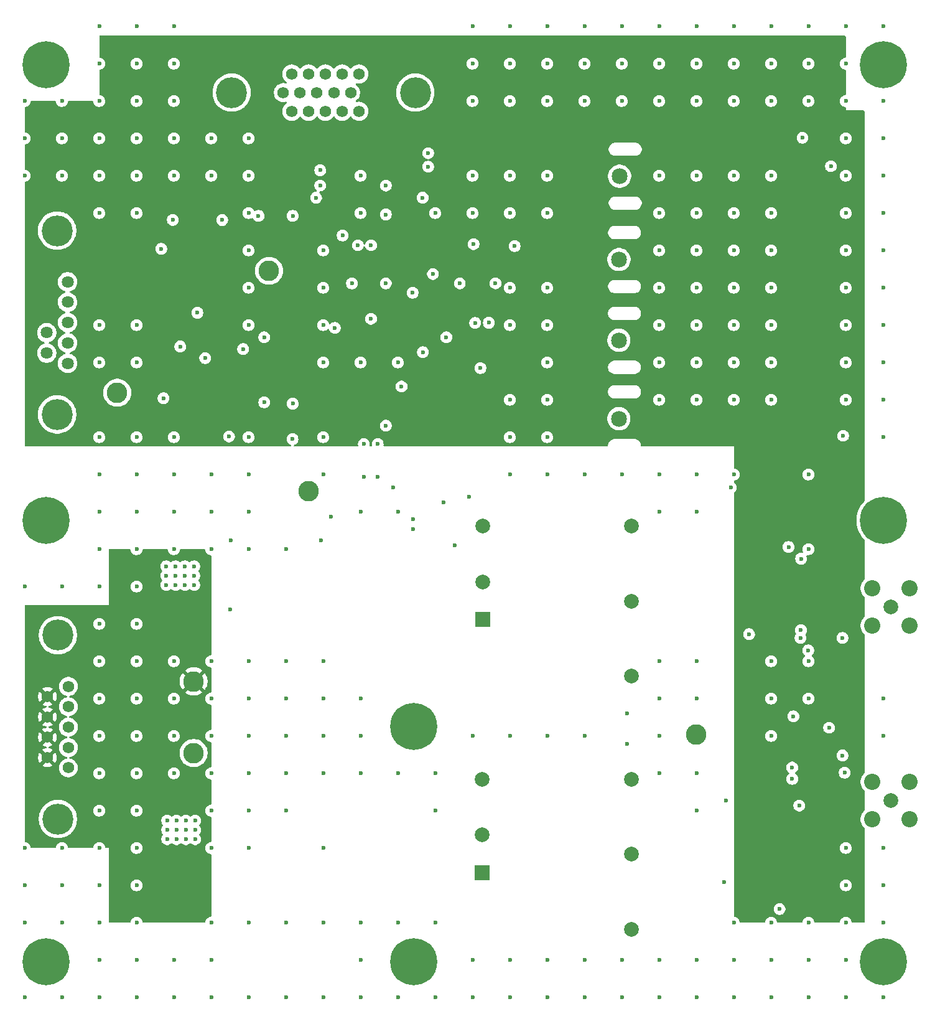
<source format=gbr>
%TF.GenerationSoftware,KiCad,Pcbnew,9.0.3*%
%TF.CreationDate,2025-09-17T10:51:30-04:00*%
%TF.ProjectId,4_COLD_TPC_SiPM_Pre_Amp,345f434f-4c44-45f5-9450-435f5369504d,rev?*%
%TF.SameCoordinates,Original*%
%TF.FileFunction,Copper,L3,Inr*%
%TF.FilePolarity,Positive*%
%FSLAX46Y46*%
G04 Gerber Fmt 4.6, Leading zero omitted, Abs format (unit mm)*
G04 Created by KiCad (PCBNEW 9.0.3) date 2025-09-17 10:51:30*
%MOMM*%
%LPD*%
G01*
G04 APERTURE LIST*
%TA.AperFunction,ComponentPad*%
%ADD10C,2.209800*%
%TD*%
%TA.AperFunction,ComponentPad*%
%ADD11C,2.006600*%
%TD*%
%TA.AperFunction,ComponentPad*%
%ADD12C,2.159000*%
%TD*%
%TA.AperFunction,ComponentPad*%
%ADD13C,2.000000*%
%TD*%
%TA.AperFunction,ComponentPad*%
%ADD14R,2.000000X2.000000*%
%TD*%
%TA.AperFunction,ComponentPad*%
%ADD15C,2.800000*%
%TD*%
%TA.AperFunction,ComponentPad*%
%ADD16C,6.400000*%
%TD*%
%TA.AperFunction,ComponentPad*%
%ADD17C,1.560000*%
%TD*%
%TA.AperFunction,ComponentPad*%
%ADD18C,4.216000*%
%TD*%
%TA.AperFunction,ComponentPad*%
%ADD19C,1.575000*%
%TD*%
%TA.AperFunction,ComponentPad*%
%ADD20C,1.635000*%
%TD*%
%TA.AperFunction,ViaPad*%
%ADD21C,0.600000*%
%TD*%
G04 APERTURE END LIST*
D10*
%TO.N,/SiPM/SiPM_LV_Supply/SiPM_LV_5V/V_P5V_OUT*%
%TO.C,J4*%
X252540000Y-158650000D03*
X247460000Y-158650000D03*
X247460000Y-153570000D03*
X252540000Y-153570000D03*
D11*
%TO.N,/SiPM/V_SiPM_LV_P2V5_OUT*%
X250000000Y-156110000D03*
%TD*%
D10*
%TO.N,/SiPM/SiPM_LV_Supply/SiPM_LV_5V/V_P5V_OUT*%
%TO.C,J5*%
X252540000Y-132320000D03*
X247460000Y-132320000D03*
X247460000Y-127240000D03*
X252540000Y-127240000D03*
D11*
%TO.N,/SiPM/V_SiPM_LV_M5V_OUT*%
X250000000Y-129780000D03*
%TD*%
D12*
%TO.N,Net-(P1-Pad1)*%
%TO.C,P1*%
X212960000Y-93500000D03*
%TD*%
%TO.N,Net-(M5-Pad3)*%
%TO.C,P2*%
X212960000Y-104170000D03*
%TD*%
%TO.N,Net-(P3-Pad1)*%
%TO.C,P3*%
X212970000Y-82510000D03*
%TD*%
%TO.N,Net-(M6-Pad3)*%
%TO.C,P4*%
X213060000Y-71180000D03*
%TD*%
D13*
%TO.N,/SiPM/SiPM_LV_Supply/SiPM_LV_5V/Enable*%
%TO.C,U3*%
X194387500Y-153190000D03*
%TO.N,/SiPM/SiPM_LV_Supply/SiPM_LV_5V/V_P5V_OUT*%
X214687500Y-153190000D03*
%TO.N,/SiPM/SiPM_LV_Supply/SiPM_LV_P3V3/TRIM*%
X214687500Y-163390000D03*
%TO.N,/SiPM/SiPM_LV_Supply/SiPM_LV_P3V3/V_P3V3_OUT*%
X214687500Y-173590000D03*
%TO.N,/SiPM/SiPM_LV_Supply/SiPM_LV_P3V3/V_RTN*%
X194387500Y-160790000D03*
D14*
%TO.N,/SiPM/SiPM_LV_Supply/SiPM_LV_P3V3/V_POS*%
X194387500Y-165890000D03*
%TD*%
D15*
%TO.N,/SiPM/SiPM_LV_Supply/SiPM_LV_5V/Enable*%
%TO.C,V_{EN}1*%
X170690000Y-114050000D03*
%TD*%
%TO.N,/SiPM/SiPM_LV_Supply/SiPM_LV_5V/V_P5V_OUT*%
%TO.C,V_{OUT_RTN}1*%
X223490000Y-147150000D03*
%TD*%
%TO.N,/SEC_PWR_RTN*%
%TO.C,+12V_RTN1*%
X155090000Y-149640000D03*
%TD*%
D16*
%TO.N,CHASSIS*%
%TO.C,H5*%
X135000000Y-56000000D03*
%TD*%
%TO.N,CHASSIS*%
%TO.C,H7*%
X249000000Y-118000000D03*
%TD*%
%TO.N,CHASSIS*%
%TO.C,H6*%
X249000000Y-178000000D03*
%TD*%
%TO.N,CHASSIS*%
%TO.C,H3*%
X185000000Y-146000000D03*
%TD*%
D15*
%TO.N,/P_SEC_TELEM_PWR*%
%TO.C,+5V1*%
X144520000Y-83000000D03*
%TD*%
D17*
%TO.N,/SEC_PWR_RTN*%
%TO.C,J1*%
X138030000Y-140575000D03*
X138030000Y-143345000D03*
%TO.N,unconnected-(J1-Pad3)*%
X138030000Y-146115000D03*
%TO.N,/SEC_PWR_RTN*%
X138030000Y-148885000D03*
X138030000Y-151655000D03*
%TO.N,/SEC_PWR_IN*%
X135190000Y-141960000D03*
X135190000Y-144730000D03*
X135190000Y-147500000D03*
X135190000Y-150270000D03*
D18*
%TO.N,CHASSIS*%
X136610000Y-133615000D03*
X136610000Y-158615000D03*
%TD*%
D19*
%TO.N,/SiPM_LV_Enable-*%
%TO.C,J3*%
X168434000Y-62350000D03*
%TO.N,/SiPM_LV_Enable+*%
X170724000Y-62350000D03*
%TO.N,/P2p5V_TELEM*%
X173014000Y-62350000D03*
%TO.N,/M5p0V_Telem*%
X175304000Y-62350000D03*
%TO.N,/P2p5_I_MON*%
X177594000Y-62350000D03*
%TO.N,/SEC_PWR_TELEM_RTN*%
X167289000Y-59810000D03*
X169579000Y-59810000D03*
X171869000Y-59810000D03*
X174159000Y-59810000D03*
X176449000Y-59810000D03*
%TO.N,/TEMP_TELEM*%
X168434000Y-57270000D03*
%TO.N,/SEC_PWR_TELEM_RTN*%
X170724000Y-57270000D03*
X173014000Y-57270000D03*
X175304000Y-57270000D03*
%TO.N,/M5V_I_MON*%
X177594000Y-57270000D03*
D18*
%TO.N,CHASSIS*%
X185255000Y-59810000D03*
X160265000Y-59810000D03*
%TD*%
D20*
%TO.N,/SEC_PWR_TELEM_RTN*%
%TO.C,J2*%
X137933250Y-96630000D03*
X137933250Y-93860000D03*
%TO.N,unconnected-(J2-Pad3)*%
X137933250Y-91090000D03*
%TO.N,/SEC_PWR_TELEM_RTN*%
X137933250Y-88320000D03*
X137933250Y-85550000D03*
%TO.N,/N_SEC_TELEM_PWR*%
X135093250Y-95245000D03*
X135093250Y-92475000D03*
%TO.N,/P_SEC_TELEM_PWR*%
X135093250Y-89705000D03*
X135093250Y-86935000D03*
D18*
%TO.N,CHASSIS*%
X136513250Y-78590000D03*
X136513250Y-103590000D03*
%TD*%
D16*
%TO.N,CHASSIS*%
%TO.C,H8*%
X135000000Y-118000000D03*
%TD*%
%TO.N,CHASSIS*%
%TO.C,H4*%
X185000000Y-178000000D03*
%TD*%
D15*
%TO.N,/SEC_PWR_IN*%
%TO.C,+12V1*%
X155090000Y-139890000D03*
%TD*%
%TO.N,/N_SEC_TELEM_PWR*%
%TO.C,-5V1*%
X144690000Y-100630000D03*
%TD*%
D16*
%TO.N,CHASSIS*%
%TO.C,H2*%
X135000000Y-178000000D03*
%TD*%
%TO.N,CHASSIS*%
%TO.C,H1*%
X249000000Y-56000000D03*
%TD*%
D15*
%TO.N,/SEC_PWR_TELEM_RTN*%
%TO.C,Telem_RTN1*%
X165350000Y-84050000D03*
%TD*%
D14*
%TO.N,/SiPM/SiPM_LV_Supply/SiPM_LV_5V/V_POS*%
%TO.C,U4*%
X194395000Y-131470000D03*
D13*
%TO.N,/SiPM/SiPM_LV_Supply/SiPM_LV_5V/V_RTN*%
X194395000Y-126370000D03*
%TO.N,/SiPM/SiPM_LV_Supply/SiPM_LV_5V/V_P5V_OUT*%
X214695000Y-139170000D03*
%TO.N,/SiPM/SiPM_LV_Supply/SiPM_LV_5V/TRIM*%
X214695000Y-128970000D03*
%TO.N,/SiPM/V_SiPM_LV_M5V*%
X214695000Y-118770000D03*
%TO.N,/SiPM/SiPM_LV_Supply/SiPM_LV_5V/Enable*%
X194395000Y-118770000D03*
%TD*%
D21*
%TO.N,/SiPM/V_SiPM_LV_M5V*%
X179230000Y-90580000D03*
X179234150Y-80580000D03*
X193394150Y-91130000D03*
X192540000Y-114820000D03*
%TO.N,/SiPM/V_TELEM_P3V3_OUT*%
X237680000Y-133980000D03*
X181240000Y-105120000D03*
X181240000Y-76390000D03*
X243400000Y-133990000D03*
X243480000Y-106490000D03*
X181240000Y-72460000D03*
X172310000Y-72450000D03*
X181234150Y-85760000D03*
X243400000Y-149970000D03*
X236550000Y-151610000D03*
X158970000Y-77145000D03*
%TO.N,/SiPM/V_SiPM_LV_P2V5*%
X187654150Y-84480000D03*
X228180000Y-113530000D03*
X184894150Y-87030000D03*
X182270000Y-113530000D03*
X237515000Y-156785000D03*
%TO.N,/SiPM/SiPM_LV_Supply/SiPM_LV_5V/Enable*%
X184990000Y-119200000D03*
X190600000Y-121430000D03*
X172390000Y-120700000D03*
%TO.N,/SiPM/V_TELEM_M3V3*%
X164690000Y-93100000D03*
X164690000Y-101940000D03*
X189480000Y-93100000D03*
X191304150Y-85750000D03*
%TO.N,/SiPM/SiPM_LV_Supply/SiPM_LV_5V/V_P5V_OUT*%
X227570000Y-156111400D03*
X234827500Y-170857500D03*
X227300000Y-167231400D03*
%TO.N,/SEC_PWR_RTN*%
X154017500Y-158820000D03*
X177800000Y-152400000D03*
X147320000Y-152400000D03*
X213360000Y-111760000D03*
X218440000Y-177800000D03*
X243840000Y-177800000D03*
X147320000Y-167640000D03*
X238760000Y-121920000D03*
X223520000Y-142240000D03*
X152400000Y-137160000D03*
X233680000Y-177800000D03*
X147320000Y-162560000D03*
X147320000Y-132080000D03*
X152635000Y-126775000D03*
X152747500Y-160090000D03*
X218440000Y-116840000D03*
X151365000Y-125505000D03*
X198120000Y-111760000D03*
X208280000Y-182880000D03*
X238760000Y-177800000D03*
X248920000Y-182880000D03*
X193040000Y-177800000D03*
X198120000Y-177800000D03*
X157480000Y-162560000D03*
X172720000Y-172720000D03*
X177800000Y-177800000D03*
X178250000Y-112050000D03*
X142240000Y-157480000D03*
X157480000Y-177800000D03*
X198120000Y-147320000D03*
X182880000Y-152400000D03*
X153905000Y-125505000D03*
X172720000Y-182880000D03*
X152400000Y-147320000D03*
X152400000Y-142240000D03*
X233680000Y-172720000D03*
X238760000Y-182880000D03*
X167640000Y-172720000D03*
X152400000Y-177800000D03*
X152400000Y-152400000D03*
X167640000Y-147320000D03*
X152747500Y-158820000D03*
X155175000Y-124235000D03*
X147320000Y-121920000D03*
X167640000Y-142240000D03*
X167640000Y-137160000D03*
X187960000Y-182880000D03*
X155287500Y-161360000D03*
X132080000Y-182880000D03*
X223520000Y-111760000D03*
X157480000Y-147320000D03*
X172720000Y-152400000D03*
X151365000Y-126775000D03*
X157480000Y-152400000D03*
X198120000Y-182880000D03*
X167640000Y-157480000D03*
X208280000Y-111760000D03*
X187960000Y-157480000D03*
X228600000Y-182880000D03*
X142240000Y-152400000D03*
X208280000Y-177800000D03*
X132080000Y-172720000D03*
X137160000Y-172720000D03*
X248920000Y-162560000D03*
X233680000Y-147320000D03*
X162560000Y-147320000D03*
X132080000Y-127000000D03*
X151477500Y-161360000D03*
X187960000Y-172720000D03*
X233680000Y-137160000D03*
X147320000Y-157480000D03*
X182880000Y-172720000D03*
X218440000Y-137160000D03*
X151477500Y-160090000D03*
X218440000Y-147320000D03*
X142240000Y-182880000D03*
X243840000Y-172720000D03*
X157480000Y-157480000D03*
X193040000Y-147320000D03*
X157480000Y-121920000D03*
X228600000Y-177800000D03*
X147320000Y-177800000D03*
X177800000Y-182880000D03*
X233680000Y-142240000D03*
X142240000Y-167640000D03*
X137160000Y-162560000D03*
X154017500Y-160090000D03*
X180140000Y-112050000D03*
X137160000Y-127000000D03*
X177800000Y-116840000D03*
X177800000Y-147320000D03*
X162560000Y-121920000D03*
X152747500Y-161360000D03*
X223520000Y-182880000D03*
X142240000Y-137160000D03*
X213360000Y-177800000D03*
X218440000Y-152400000D03*
X152400000Y-121920000D03*
X132080000Y-162560000D03*
X162560000Y-182880000D03*
X203200000Y-111760000D03*
X147320000Y-172720000D03*
X142240000Y-147320000D03*
X203200000Y-147320000D03*
X162560000Y-142240000D03*
X203200000Y-182880000D03*
X172720000Y-142240000D03*
X162560000Y-172720000D03*
X157480000Y-182880000D03*
X137160000Y-167640000D03*
X213360000Y-182880000D03*
X152400000Y-182880000D03*
X154017500Y-161360000D03*
X155175000Y-126775000D03*
X147320000Y-182880000D03*
X162560000Y-162560000D03*
X157480000Y-137160000D03*
X147320000Y-137160000D03*
X167640000Y-152400000D03*
X132080000Y-167640000D03*
X228600000Y-111760000D03*
X142240000Y-142240000D03*
X172720000Y-111760000D03*
X153905000Y-126775000D03*
X248920000Y-172720000D03*
X172720000Y-147320000D03*
X223520000Y-177800000D03*
X243840000Y-182880000D03*
X137160000Y-182880000D03*
X218440000Y-111760000D03*
X167640000Y-182880000D03*
X155287500Y-160090000D03*
X218440000Y-182880000D03*
X203200000Y-177800000D03*
X142240000Y-162560000D03*
X153905000Y-124235000D03*
X162560000Y-137160000D03*
X177800000Y-142240000D03*
X223520000Y-152400000D03*
X248920000Y-142240000D03*
X172720000Y-137160000D03*
X223520000Y-116840000D03*
X208280000Y-147320000D03*
X152635000Y-124235000D03*
X238760000Y-172720000D03*
X147320000Y-142240000D03*
X184980000Y-117850000D03*
X142240000Y-177800000D03*
X223520000Y-157480000D03*
X151477500Y-158820000D03*
X152635000Y-125505000D03*
X248920000Y-147320000D03*
X142240000Y-172720000D03*
X218440000Y-142240000D03*
X182880000Y-182880000D03*
X233680000Y-182880000D03*
X167640000Y-121920000D03*
X238760000Y-142240000D03*
X228600000Y-172720000D03*
X243840000Y-162560000D03*
X193040000Y-182880000D03*
X162560000Y-157480000D03*
X243840000Y-167640000D03*
X223520000Y-137160000D03*
X151365000Y-124235000D03*
X182880000Y-116840000D03*
X162560000Y-152400000D03*
X157480000Y-172720000D03*
X142240000Y-132080000D03*
X172720000Y-162560000D03*
X187960000Y-152400000D03*
X147320000Y-127000000D03*
X238760000Y-137160000D03*
X142240000Y-127000000D03*
X142240000Y-121920000D03*
X157480000Y-142240000D03*
X147320000Y-147320000D03*
X177800000Y-172720000D03*
X155175000Y-125505000D03*
X155287500Y-158820000D03*
X248920000Y-167640000D03*
%TO.N,CHASSIS*%
X214040000Y-148430000D03*
X214078000Y-144272000D03*
%TO.N,/SEC_PWR_TELEM_RTN*%
X198120000Y-50800000D03*
X132080000Y-60960000D03*
X152400000Y-55880000D03*
X203200000Y-96520000D03*
X147320000Y-76200000D03*
X203200000Y-86360000D03*
X228600000Y-101600000D03*
X223520000Y-60960000D03*
X243840000Y-91440000D03*
X223520000Y-50800000D03*
X248920000Y-66040000D03*
X198774150Y-80690000D03*
X208280000Y-50800000D03*
X228600000Y-60960000D03*
X238760000Y-60960000D03*
X243840000Y-50800000D03*
X243840000Y-60960000D03*
X213360000Y-55880000D03*
X157480000Y-66040000D03*
X248920000Y-101600000D03*
X157480000Y-71120000D03*
X157480000Y-116840000D03*
X152400000Y-116840000D03*
X203200000Y-106680000D03*
X218440000Y-101600000D03*
X238760000Y-111760000D03*
X233680000Y-91440000D03*
X147320000Y-50800000D03*
X248920000Y-91440000D03*
X218440000Y-86360000D03*
X177434150Y-80580000D03*
X228600000Y-86360000D03*
X223520000Y-101600000D03*
X198120000Y-106680000D03*
X172720000Y-81280000D03*
X142240000Y-71120000D03*
X142240000Y-76200000D03*
X162560000Y-86360000D03*
X162560000Y-76200000D03*
X153260000Y-94345000D03*
X218440000Y-60960000D03*
X198120000Y-101600000D03*
X193040000Y-60960000D03*
X162560000Y-111760000D03*
X233680000Y-50800000D03*
X147320000Y-60960000D03*
X243840000Y-86360000D03*
X147320000Y-106680000D03*
X172720000Y-96520000D03*
X218440000Y-91440000D03*
X233680000Y-101600000D03*
X147320000Y-66040000D03*
X152400000Y-111760000D03*
X218440000Y-81280000D03*
X228600000Y-55880000D03*
X203200000Y-101600000D03*
X236550000Y-153160000D03*
X213360000Y-50800000D03*
X223520000Y-76200000D03*
X228600000Y-71120000D03*
X223520000Y-86360000D03*
X218440000Y-50800000D03*
X162560000Y-81280000D03*
X147320000Y-116840000D03*
X248920000Y-81280000D03*
X243840000Y-55880000D03*
X203200000Y-91440000D03*
X152240000Y-77120000D03*
X223520000Y-81280000D03*
X243840000Y-101600000D03*
X194129150Y-97274800D03*
X198120000Y-76200000D03*
X137160000Y-71120000D03*
X152400000Y-66040000D03*
X233680000Y-86360000D03*
X178250000Y-107630000D03*
X233680000Y-55880000D03*
X208280000Y-60960000D03*
X236050000Y-121620000D03*
X132080000Y-71120000D03*
X142240000Y-106680000D03*
X243690000Y-152310000D03*
X203200000Y-60960000D03*
X137160000Y-60960000D03*
X172310000Y-70370000D03*
X176630000Y-85760000D03*
X142240000Y-50800000D03*
X168540000Y-106950000D03*
X159900000Y-106580000D03*
X243840000Y-96520000D03*
X150980000Y-101385000D03*
X157480000Y-111760000D03*
X193040000Y-55880000D03*
X150680000Y-81065000D03*
X203200000Y-55880000D03*
X213360000Y-60960000D03*
X132080000Y-66040000D03*
X162560000Y-106680000D03*
X193040000Y-50800000D03*
X233680000Y-60960000D03*
X193040000Y-71120000D03*
X198120000Y-71120000D03*
X243840000Y-71120000D03*
X155600000Y-89765000D03*
X223520000Y-91440000D03*
X177800000Y-96520000D03*
X228600000Y-91440000D03*
X142240000Y-91440000D03*
X162560000Y-66040000D03*
X248920000Y-76200000D03*
X142240000Y-96520000D03*
X233680000Y-71120000D03*
X237740000Y-132930000D03*
X142240000Y-66040000D03*
X238760000Y-55880000D03*
X172720000Y-91440000D03*
X142240000Y-60960000D03*
X223520000Y-96520000D03*
X248920000Y-106680000D03*
X182880000Y-96520000D03*
X193184150Y-80420000D03*
X152400000Y-106680000D03*
X152400000Y-50800000D03*
X198120000Y-60960000D03*
X228600000Y-96520000D03*
X248920000Y-86360000D03*
X152400000Y-71120000D03*
X243840000Y-66040000D03*
X142240000Y-111760000D03*
X233680000Y-76200000D03*
X172720000Y-106680000D03*
X180140000Y-107630000D03*
X248920000Y-50800000D03*
X198120000Y-55880000D03*
X177800000Y-71120000D03*
X233680000Y-96520000D03*
X230680000Y-133480000D03*
X162560000Y-91440000D03*
X147320000Y-91440000D03*
X203200000Y-71120000D03*
X161820000Y-94695000D03*
X198120000Y-86360000D03*
X142240000Y-55880000D03*
X203200000Y-76200000D03*
X183380000Y-99790000D03*
X137160000Y-66040000D03*
X147320000Y-55880000D03*
X233680000Y-81280000D03*
X238760000Y-50800000D03*
X218440000Y-71120000D03*
X243840000Y-81280000D03*
X218440000Y-55880000D03*
X228600000Y-50800000D03*
X198120000Y-91440000D03*
X248920000Y-96520000D03*
X208280000Y-55880000D03*
X218440000Y-96520000D03*
X195264150Y-91120000D03*
X248920000Y-60960000D03*
X177800000Y-76200000D03*
X162560000Y-116840000D03*
X223520000Y-55880000D03*
X196164150Y-85750000D03*
X147320000Y-111760000D03*
X152400000Y-60960000D03*
X193040000Y-76200000D03*
X187960000Y-76200000D03*
X142240000Y-116840000D03*
X147320000Y-71120000D03*
X162560000Y-71120000D03*
X228600000Y-76200000D03*
X172720000Y-86360000D03*
X147320000Y-96520000D03*
X203200000Y-50800000D03*
X223520000Y-71120000D03*
X228600000Y-81280000D03*
X243840000Y-76200000D03*
X236720000Y-144650000D03*
X218440000Y-76200000D03*
X248920000Y-71120000D03*
%TO.N,/SEC_PWR_IN*%
X152667500Y-166300000D03*
X155115000Y-133150000D03*
X155207500Y-167570000D03*
X153845000Y-130610000D03*
X151305000Y-130610000D03*
X155207500Y-165030000D03*
X153937500Y-165030000D03*
X152667500Y-167570000D03*
X151305000Y-131880000D03*
X153937500Y-167570000D03*
X153845000Y-131880000D03*
X152575000Y-131880000D03*
X151397500Y-167570000D03*
X151397500Y-166300000D03*
X152575000Y-130610000D03*
X152667500Y-165030000D03*
X151305000Y-133150000D03*
X155207500Y-166300000D03*
X153845000Y-133150000D03*
X155115000Y-131880000D03*
X152575000Y-133150000D03*
X151397500Y-165030000D03*
X153937500Y-166300000D03*
X160020000Y-130140000D03*
X160160000Y-120700000D03*
X155115000Y-130610000D03*
%TO.N,Net-(M2-Pad1)*%
X189080000Y-115560000D03*
X173770000Y-117510000D03*
%TO.N,/P2p5V_TELEM*%
X174310000Y-91820000D03*
%TO.N,/M5p0V_Telem*%
X175350000Y-79240000D03*
%TO.N,/TEMP_TELEM*%
X163910000Y-76580000D03*
X168570000Y-102120000D03*
X168570000Y-76570000D03*
%TO.N,Net-(C2-Pad2)*%
X241820000Y-69830000D03*
X187017482Y-69884549D03*
X241580000Y-146200000D03*
%TO.N,Net-(U9-OUT)*%
X238740000Y-135680000D03*
%TO.N,Net-(C31-Pad2)*%
X237950000Y-65950000D03*
X237770000Y-123210000D03*
X187000000Y-68050000D03*
%TO.N,/P_SEC_TELEM_PWR*%
X203440000Y-93510000D03*
X188670000Y-100170000D03*
X203400000Y-82510200D03*
X167220000Y-88200000D03*
X158971400Y-88205000D03*
X167220000Y-100870000D03*
%TO.N,/SiPM/SiPM_LV_Supply/SiPM_LV_Enable*%
X186280000Y-95110000D03*
X171750000Y-74110000D03*
X186260000Y-74110000D03*
%TO.N,/N_SEC_TELEM_PWR*%
X156660000Y-95925000D03*
%TD*%
%TA.AperFunction,Conductor*%
%TO.N,/SEC_PWR_IN*%
G36*
X146469092Y-121939685D02*
G01*
X146514847Y-121992489D01*
X146523670Y-122019809D01*
X146550261Y-122153489D01*
X146550264Y-122153501D01*
X146610602Y-122299172D01*
X146610609Y-122299185D01*
X146698210Y-122430288D01*
X146698213Y-122430292D01*
X146809707Y-122541786D01*
X146809711Y-122541789D01*
X146940814Y-122629390D01*
X146940827Y-122629397D01*
X147086498Y-122689735D01*
X147086503Y-122689737D01*
X147220194Y-122716330D01*
X147241153Y-122720499D01*
X147241156Y-122720500D01*
X147241158Y-122720500D01*
X147398844Y-122720500D01*
X147398845Y-122720499D01*
X147553497Y-122689737D01*
X147699179Y-122629394D01*
X147830289Y-122541789D01*
X147941789Y-122430289D01*
X148029394Y-122299179D01*
X148089737Y-122153497D01*
X148102678Y-122088435D01*
X148116330Y-122019809D01*
X148148715Y-121957898D01*
X148209431Y-121923323D01*
X148237947Y-121920000D01*
X151482053Y-121920000D01*
X151549092Y-121939685D01*
X151594847Y-121992489D01*
X151603670Y-122019809D01*
X151630261Y-122153489D01*
X151630264Y-122153501D01*
X151690602Y-122299172D01*
X151690609Y-122299185D01*
X151778210Y-122430288D01*
X151778213Y-122430292D01*
X151889707Y-122541786D01*
X151889711Y-122541789D01*
X152020814Y-122629390D01*
X152020827Y-122629397D01*
X152166498Y-122689735D01*
X152166503Y-122689737D01*
X152300194Y-122716330D01*
X152321153Y-122720499D01*
X152321156Y-122720500D01*
X152321158Y-122720500D01*
X152478844Y-122720500D01*
X152478845Y-122720499D01*
X152633497Y-122689737D01*
X152779179Y-122629394D01*
X152910289Y-122541789D01*
X153021789Y-122430289D01*
X153109394Y-122299179D01*
X153169737Y-122153497D01*
X153182678Y-122088435D01*
X153196330Y-122019809D01*
X153228715Y-121957898D01*
X153289431Y-121923323D01*
X153317947Y-121920000D01*
X156562053Y-121920000D01*
X156629092Y-121939685D01*
X156674847Y-121992489D01*
X156683670Y-122019809D01*
X156710261Y-122153489D01*
X156710264Y-122153501D01*
X156770602Y-122299172D01*
X156770609Y-122299185D01*
X156858210Y-122430288D01*
X156858213Y-122430292D01*
X156969707Y-122541786D01*
X156969711Y-122541789D01*
X157100814Y-122629390D01*
X157100827Y-122629397D01*
X157246498Y-122689735D01*
X157246503Y-122689737D01*
X157298130Y-122700006D01*
X157380191Y-122716330D01*
X157442102Y-122748715D01*
X157476677Y-122809431D01*
X157480000Y-122837947D01*
X157480000Y-136242052D01*
X157460315Y-136309091D01*
X157407511Y-136354846D01*
X157380192Y-136363669D01*
X157246508Y-136390261D01*
X157246498Y-136390264D01*
X157100827Y-136450602D01*
X157100814Y-136450609D01*
X156969711Y-136538210D01*
X156969707Y-136538213D01*
X156858213Y-136649707D01*
X156858210Y-136649711D01*
X156770609Y-136780814D01*
X156770602Y-136780827D01*
X156710264Y-136926498D01*
X156710261Y-136926510D01*
X156679500Y-137081153D01*
X156679500Y-137238846D01*
X156710261Y-137393489D01*
X156710264Y-137393501D01*
X156770602Y-137539172D01*
X156770609Y-137539185D01*
X156858210Y-137670288D01*
X156858213Y-137670292D01*
X156969707Y-137781786D01*
X156969711Y-137781789D01*
X157100814Y-137869390D01*
X157100827Y-137869397D01*
X157246498Y-137929735D01*
X157246503Y-137929737D01*
X157298130Y-137940006D01*
X157380191Y-137956330D01*
X157442102Y-137988715D01*
X157476677Y-138049431D01*
X157480000Y-138077947D01*
X157480000Y-141322052D01*
X157460315Y-141389091D01*
X157407511Y-141434846D01*
X157380192Y-141443669D01*
X157246508Y-141470261D01*
X157246498Y-141470264D01*
X157100827Y-141530602D01*
X157100814Y-141530609D01*
X156969711Y-141618210D01*
X156969707Y-141618213D01*
X156858213Y-141729707D01*
X156858210Y-141729711D01*
X156770609Y-141860814D01*
X156770602Y-141860827D01*
X156710264Y-142006498D01*
X156710261Y-142006510D01*
X156679500Y-142161153D01*
X156679500Y-142318846D01*
X156710261Y-142473489D01*
X156710264Y-142473501D01*
X156770602Y-142619172D01*
X156770609Y-142619185D01*
X156858210Y-142750288D01*
X156858213Y-142750292D01*
X156969707Y-142861786D01*
X156969711Y-142861789D01*
X157100814Y-142949390D01*
X157100827Y-142949397D01*
X157246498Y-143009735D01*
X157246503Y-143009737D01*
X157298130Y-143020006D01*
X157380191Y-143036330D01*
X157442102Y-143068715D01*
X157476677Y-143129431D01*
X157480000Y-143157947D01*
X157480000Y-146402052D01*
X157460315Y-146469091D01*
X157407511Y-146514846D01*
X157380192Y-146523669D01*
X157246508Y-146550261D01*
X157246498Y-146550264D01*
X157100827Y-146610602D01*
X157100814Y-146610609D01*
X156969711Y-146698210D01*
X156969707Y-146698213D01*
X156858213Y-146809707D01*
X156858210Y-146809711D01*
X156770609Y-146940814D01*
X156770602Y-146940827D01*
X156710264Y-147086498D01*
X156710261Y-147086510D01*
X156679500Y-147241153D01*
X156679500Y-147398846D01*
X156710261Y-147553489D01*
X156710264Y-147553501D01*
X156770602Y-147699172D01*
X156770609Y-147699185D01*
X156858210Y-147830288D01*
X156858213Y-147830292D01*
X156969707Y-147941786D01*
X156969711Y-147941789D01*
X157100814Y-148029390D01*
X157100827Y-148029397D01*
X157246498Y-148089735D01*
X157246503Y-148089737D01*
X157298130Y-148100006D01*
X157380191Y-148116330D01*
X157442102Y-148148715D01*
X157476677Y-148209431D01*
X157480000Y-148237947D01*
X157480000Y-151482052D01*
X157460315Y-151549091D01*
X157407511Y-151594846D01*
X157380192Y-151603669D01*
X157246508Y-151630261D01*
X157246498Y-151630264D01*
X157100827Y-151690602D01*
X157100814Y-151690609D01*
X156969711Y-151778210D01*
X156969707Y-151778213D01*
X156858213Y-151889707D01*
X156858210Y-151889711D01*
X156770609Y-152020814D01*
X156770602Y-152020827D01*
X156710264Y-152166498D01*
X156710261Y-152166510D01*
X156679500Y-152321153D01*
X156679500Y-152478846D01*
X156710261Y-152633489D01*
X156710264Y-152633501D01*
X156770602Y-152779172D01*
X156770609Y-152779185D01*
X156858210Y-152910288D01*
X156858213Y-152910292D01*
X156969707Y-153021786D01*
X156969711Y-153021789D01*
X157100814Y-153109390D01*
X157100827Y-153109397D01*
X157246498Y-153169735D01*
X157246503Y-153169737D01*
X157298130Y-153180006D01*
X157380191Y-153196330D01*
X157442102Y-153228715D01*
X157476677Y-153289431D01*
X157480000Y-153317947D01*
X157480000Y-156562052D01*
X157460315Y-156629091D01*
X157407511Y-156674846D01*
X157380192Y-156683669D01*
X157246508Y-156710261D01*
X157246498Y-156710264D01*
X157100827Y-156770602D01*
X157100814Y-156770609D01*
X156969711Y-156858210D01*
X156969707Y-156858213D01*
X156858213Y-156969707D01*
X156858210Y-156969711D01*
X156770609Y-157100814D01*
X156770602Y-157100827D01*
X156710264Y-157246498D01*
X156710261Y-157246510D01*
X156679500Y-157401153D01*
X156679500Y-157558846D01*
X156710261Y-157713489D01*
X156710264Y-157713501D01*
X156770602Y-157859172D01*
X156770609Y-157859185D01*
X156858210Y-157990288D01*
X156858213Y-157990292D01*
X156969707Y-158101786D01*
X156969711Y-158101789D01*
X157100814Y-158189390D01*
X157100827Y-158189397D01*
X157246498Y-158249735D01*
X157246503Y-158249737D01*
X157298130Y-158260006D01*
X157380191Y-158276330D01*
X157442102Y-158308715D01*
X157476677Y-158369431D01*
X157480000Y-158397947D01*
X157480000Y-161642052D01*
X157460315Y-161709091D01*
X157407511Y-161754846D01*
X157380192Y-161763669D01*
X157246508Y-161790261D01*
X157246498Y-161790264D01*
X157100827Y-161850602D01*
X157100814Y-161850609D01*
X156969711Y-161938210D01*
X156969707Y-161938213D01*
X156858213Y-162049707D01*
X156858210Y-162049711D01*
X156770609Y-162180814D01*
X156770602Y-162180827D01*
X156710264Y-162326498D01*
X156710261Y-162326510D01*
X156679500Y-162481153D01*
X156679500Y-162638846D01*
X156710261Y-162793489D01*
X156710264Y-162793501D01*
X156770602Y-162939172D01*
X156770609Y-162939185D01*
X156858210Y-163070288D01*
X156858213Y-163070292D01*
X156969707Y-163181786D01*
X156969711Y-163181789D01*
X157100814Y-163269390D01*
X157100827Y-163269397D01*
X157246498Y-163329735D01*
X157246503Y-163329737D01*
X157298130Y-163340006D01*
X157380191Y-163356330D01*
X157442102Y-163388715D01*
X157476677Y-163449431D01*
X157480000Y-163477947D01*
X157480000Y-171802052D01*
X157460315Y-171869091D01*
X157407511Y-171914846D01*
X157380192Y-171923669D01*
X157246508Y-171950261D01*
X157246498Y-171950264D01*
X157100827Y-172010602D01*
X157100814Y-172010609D01*
X156969711Y-172098210D01*
X156969707Y-172098213D01*
X156858213Y-172209707D01*
X156858210Y-172209711D01*
X156770609Y-172340814D01*
X156770602Y-172340827D01*
X156710264Y-172486498D01*
X156710261Y-172486510D01*
X156683670Y-172620191D01*
X156651285Y-172682102D01*
X156590569Y-172716677D01*
X156562053Y-172720000D01*
X148237947Y-172720000D01*
X148170908Y-172700315D01*
X148125153Y-172647511D01*
X148116330Y-172620191D01*
X148089738Y-172486510D01*
X148089737Y-172486503D01*
X148089735Y-172486498D01*
X148029397Y-172340827D01*
X148029390Y-172340814D01*
X147941789Y-172209711D01*
X147941786Y-172209707D01*
X147830292Y-172098213D01*
X147830288Y-172098210D01*
X147699185Y-172010609D01*
X147699172Y-172010602D01*
X147553501Y-171950264D01*
X147553489Y-171950261D01*
X147398845Y-171919500D01*
X147398842Y-171919500D01*
X147241158Y-171919500D01*
X147241155Y-171919500D01*
X147086510Y-171950261D01*
X147086498Y-171950264D01*
X146940827Y-172010602D01*
X146940814Y-172010609D01*
X146809711Y-172098210D01*
X146809707Y-172098213D01*
X146698213Y-172209707D01*
X146698210Y-172209711D01*
X146610609Y-172340814D01*
X146610602Y-172340827D01*
X146550264Y-172486498D01*
X146550261Y-172486510D01*
X146523670Y-172620191D01*
X146491285Y-172682102D01*
X146430569Y-172716677D01*
X146402053Y-172720000D01*
X143634000Y-172720000D01*
X143566961Y-172700315D01*
X143521206Y-172647511D01*
X143510000Y-172596000D01*
X143510000Y-167561153D01*
X146519500Y-167561153D01*
X146519500Y-167718846D01*
X146550261Y-167873489D01*
X146550264Y-167873501D01*
X146610602Y-168019172D01*
X146610609Y-168019185D01*
X146698210Y-168150288D01*
X146698213Y-168150292D01*
X146809707Y-168261786D01*
X146809711Y-168261789D01*
X146940814Y-168349390D01*
X146940827Y-168349397D01*
X147086498Y-168409735D01*
X147086503Y-168409737D01*
X147241153Y-168440499D01*
X147241156Y-168440500D01*
X147241158Y-168440500D01*
X147398844Y-168440500D01*
X147398845Y-168440499D01*
X147553497Y-168409737D01*
X147699179Y-168349394D01*
X147830289Y-168261789D01*
X147941789Y-168150289D01*
X148029394Y-168019179D01*
X148089737Y-167873497D01*
X148120500Y-167718842D01*
X148120500Y-167561158D01*
X148120500Y-167561155D01*
X148120499Y-167561153D01*
X148089738Y-167406510D01*
X148089737Y-167406503D01*
X148089735Y-167406498D01*
X148029397Y-167260827D01*
X148029390Y-167260814D01*
X147941789Y-167129711D01*
X147941786Y-167129707D01*
X147830292Y-167018213D01*
X147830288Y-167018210D01*
X147699185Y-166930609D01*
X147699172Y-166930602D01*
X147553501Y-166870264D01*
X147553489Y-166870261D01*
X147398845Y-166839500D01*
X147398842Y-166839500D01*
X147241158Y-166839500D01*
X147241155Y-166839500D01*
X147086510Y-166870261D01*
X147086498Y-166870264D01*
X146940827Y-166930602D01*
X146940814Y-166930609D01*
X146809711Y-167018210D01*
X146809707Y-167018213D01*
X146698213Y-167129707D01*
X146698210Y-167129711D01*
X146610609Y-167260814D01*
X146610602Y-167260827D01*
X146550264Y-167406498D01*
X146550261Y-167406510D01*
X146519500Y-167561153D01*
X143510000Y-167561153D01*
X143510000Y-162560000D01*
X143157947Y-162560000D01*
X143090908Y-162540315D01*
X143045153Y-162487511D01*
X143043100Y-162481153D01*
X146519500Y-162481153D01*
X146519500Y-162638846D01*
X146550261Y-162793489D01*
X146550264Y-162793501D01*
X146610602Y-162939172D01*
X146610609Y-162939185D01*
X146698210Y-163070288D01*
X146698213Y-163070292D01*
X146809707Y-163181786D01*
X146809711Y-163181789D01*
X146940814Y-163269390D01*
X146940827Y-163269397D01*
X147086498Y-163329735D01*
X147086503Y-163329737D01*
X147220194Y-163356330D01*
X147241153Y-163360499D01*
X147241156Y-163360500D01*
X147241158Y-163360500D01*
X147398844Y-163360500D01*
X147398845Y-163360499D01*
X147553497Y-163329737D01*
X147699179Y-163269394D01*
X147830289Y-163181789D01*
X147941789Y-163070289D01*
X148029394Y-162939179D01*
X148089737Y-162793497D01*
X148120500Y-162638842D01*
X148120500Y-162481158D01*
X148120500Y-162481155D01*
X148120499Y-162481153D01*
X148089738Y-162326510D01*
X148089737Y-162326503D01*
X148089735Y-162326498D01*
X148029397Y-162180827D01*
X148029390Y-162180814D01*
X147941789Y-162049711D01*
X147941786Y-162049707D01*
X147830292Y-161938213D01*
X147830288Y-161938210D01*
X147699185Y-161850609D01*
X147699172Y-161850602D01*
X147553501Y-161790264D01*
X147553489Y-161790261D01*
X147398845Y-161759500D01*
X147398842Y-161759500D01*
X147241158Y-161759500D01*
X147241155Y-161759500D01*
X147086510Y-161790261D01*
X147086498Y-161790264D01*
X146940827Y-161850602D01*
X146940814Y-161850609D01*
X146809711Y-161938210D01*
X146809707Y-161938213D01*
X146698213Y-162049707D01*
X146698210Y-162049711D01*
X146610609Y-162180814D01*
X146610602Y-162180827D01*
X146550264Y-162326498D01*
X146550261Y-162326510D01*
X146519500Y-162481153D01*
X143043100Y-162481153D01*
X143036330Y-162460191D01*
X143009738Y-162326510D01*
X143009737Y-162326503D01*
X143009735Y-162326498D01*
X142949397Y-162180827D01*
X142949390Y-162180814D01*
X142861789Y-162049711D01*
X142861786Y-162049707D01*
X142750292Y-161938213D01*
X142750288Y-161938210D01*
X142619185Y-161850609D01*
X142619172Y-161850602D01*
X142473501Y-161790264D01*
X142473489Y-161790261D01*
X142318845Y-161759500D01*
X142318842Y-161759500D01*
X142161158Y-161759500D01*
X142161155Y-161759500D01*
X142006510Y-161790261D01*
X142006498Y-161790264D01*
X141860827Y-161850602D01*
X141860814Y-161850609D01*
X141729711Y-161938210D01*
X141729707Y-161938213D01*
X141618213Y-162049707D01*
X141618210Y-162049711D01*
X141530609Y-162180814D01*
X141530602Y-162180827D01*
X141470264Y-162326498D01*
X141470261Y-162326510D01*
X141443670Y-162460191D01*
X141411285Y-162522102D01*
X141350569Y-162556677D01*
X141322053Y-162560000D01*
X138077947Y-162560000D01*
X138010908Y-162540315D01*
X137965153Y-162487511D01*
X137956330Y-162460191D01*
X137929738Y-162326510D01*
X137929737Y-162326503D01*
X137929735Y-162326498D01*
X137869397Y-162180827D01*
X137869390Y-162180814D01*
X137781789Y-162049711D01*
X137781786Y-162049707D01*
X137670292Y-161938213D01*
X137670288Y-161938210D01*
X137539185Y-161850609D01*
X137539172Y-161850602D01*
X137393501Y-161790264D01*
X137393489Y-161790261D01*
X137238845Y-161759500D01*
X137238842Y-161759500D01*
X137081158Y-161759500D01*
X137081155Y-161759500D01*
X136926510Y-161790261D01*
X136926498Y-161790264D01*
X136780827Y-161850602D01*
X136780814Y-161850609D01*
X136649711Y-161938210D01*
X136649707Y-161938213D01*
X136538213Y-162049707D01*
X136538210Y-162049711D01*
X136450609Y-162180814D01*
X136450602Y-162180827D01*
X136390264Y-162326498D01*
X136390261Y-162326510D01*
X136363670Y-162460191D01*
X136331285Y-162522102D01*
X136270569Y-162556677D01*
X136242053Y-162560000D01*
X132997947Y-162560000D01*
X132930908Y-162540315D01*
X132885153Y-162487511D01*
X132876330Y-162460191D01*
X132849738Y-162326510D01*
X132849737Y-162326503D01*
X132849735Y-162326498D01*
X132789397Y-162180827D01*
X132789390Y-162180814D01*
X132701789Y-162049711D01*
X132701786Y-162049707D01*
X132590292Y-161938213D01*
X132590288Y-161938210D01*
X132459185Y-161850609D01*
X132459172Y-161850602D01*
X132313501Y-161790264D01*
X132313491Y-161790261D01*
X132179808Y-161763669D01*
X132117897Y-161731284D01*
X132083323Y-161670568D01*
X132080000Y-161642052D01*
X132080000Y-158468505D01*
X134001500Y-158468505D01*
X134001500Y-158761494D01*
X134034302Y-159052615D01*
X134034304Y-159052631D01*
X134099497Y-159338262D01*
X134099501Y-159338274D01*
X134196264Y-159614806D01*
X134323381Y-159878766D01*
X134479259Y-160126844D01*
X134479260Y-160126846D01*
X134661921Y-160355897D01*
X134869102Y-160563078D01*
X135098153Y-160745739D01*
X135098156Y-160745740D01*
X135098158Y-160745742D01*
X135346231Y-160901617D01*
X135610197Y-161028737D01*
X135817892Y-161101412D01*
X135886725Y-161125498D01*
X135886737Y-161125502D01*
X136172372Y-161190696D01*
X136463505Y-161223499D01*
X136463506Y-161223500D01*
X136463510Y-161223500D01*
X136756494Y-161223500D01*
X136756494Y-161223499D01*
X137047628Y-161190696D01*
X137333263Y-161125502D01*
X137609803Y-161028737D01*
X137873769Y-160901617D01*
X138121842Y-160745742D01*
X138257801Y-160637319D01*
X138350897Y-160563078D01*
X138350899Y-160563075D01*
X138350904Y-160563072D01*
X138558072Y-160355904D01*
X138583913Y-160323501D01*
X138740739Y-160126846D01*
X138740740Y-160126844D01*
X138740742Y-160126842D01*
X138896617Y-159878769D01*
X139023737Y-159614803D01*
X139120502Y-159338263D01*
X139185696Y-159052628D01*
X139218500Y-158761490D01*
X139218500Y-158741153D01*
X150677000Y-158741153D01*
X150677000Y-158898846D01*
X150707761Y-159053489D01*
X150707764Y-159053501D01*
X150768102Y-159199172D01*
X150768109Y-159199185D01*
X150855710Y-159330288D01*
X150855713Y-159330292D01*
X150892740Y-159367319D01*
X150926225Y-159428642D01*
X150921241Y-159498334D01*
X150892740Y-159542681D01*
X150855713Y-159579707D01*
X150855710Y-159579711D01*
X150768109Y-159710814D01*
X150768102Y-159710827D01*
X150707764Y-159856498D01*
X150707761Y-159856510D01*
X150677000Y-160011153D01*
X150677000Y-160168846D01*
X150707761Y-160323489D01*
X150707764Y-160323501D01*
X150768102Y-160469172D01*
X150768109Y-160469185D01*
X150855710Y-160600288D01*
X150855713Y-160600292D01*
X150892740Y-160637319D01*
X150926225Y-160698642D01*
X150921241Y-160768334D01*
X150892740Y-160812681D01*
X150855713Y-160849707D01*
X150855710Y-160849711D01*
X150768109Y-160980814D01*
X150768102Y-160980827D01*
X150707764Y-161126498D01*
X150707761Y-161126510D01*
X150677000Y-161281153D01*
X150677000Y-161438846D01*
X150707761Y-161593489D01*
X150707764Y-161593501D01*
X150768102Y-161739172D01*
X150768109Y-161739185D01*
X150855710Y-161870288D01*
X150855713Y-161870292D01*
X150967207Y-161981786D01*
X150967211Y-161981789D01*
X151098314Y-162069390D01*
X151098327Y-162069397D01*
X151243998Y-162129735D01*
X151244003Y-162129737D01*
X151398653Y-162160499D01*
X151398656Y-162160500D01*
X151398658Y-162160500D01*
X151556344Y-162160500D01*
X151556345Y-162160499D01*
X151710997Y-162129737D01*
X151856679Y-162069394D01*
X151987789Y-161981789D01*
X151987792Y-161981786D01*
X152024819Y-161944760D01*
X152086142Y-161911275D01*
X152155834Y-161916259D01*
X152200181Y-161944760D01*
X152237207Y-161981786D01*
X152237211Y-161981789D01*
X152368314Y-162069390D01*
X152368327Y-162069397D01*
X152513998Y-162129735D01*
X152514003Y-162129737D01*
X152668653Y-162160499D01*
X152668656Y-162160500D01*
X152668658Y-162160500D01*
X152826344Y-162160500D01*
X152826345Y-162160499D01*
X152980997Y-162129737D01*
X153126679Y-162069394D01*
X153257789Y-161981789D01*
X153257792Y-161981786D01*
X153294819Y-161944760D01*
X153356142Y-161911275D01*
X153425834Y-161916259D01*
X153470181Y-161944760D01*
X153507207Y-161981786D01*
X153507211Y-161981789D01*
X153638314Y-162069390D01*
X153638327Y-162069397D01*
X153783998Y-162129735D01*
X153784003Y-162129737D01*
X153938653Y-162160499D01*
X153938656Y-162160500D01*
X153938658Y-162160500D01*
X154096344Y-162160500D01*
X154096345Y-162160499D01*
X154250997Y-162129737D01*
X154396679Y-162069394D01*
X154527789Y-161981789D01*
X154527792Y-161981786D01*
X154564819Y-161944760D01*
X154626142Y-161911275D01*
X154695834Y-161916259D01*
X154740181Y-161944760D01*
X154777207Y-161981786D01*
X154777211Y-161981789D01*
X154908314Y-162069390D01*
X154908327Y-162069397D01*
X155053998Y-162129735D01*
X155054003Y-162129737D01*
X155208653Y-162160499D01*
X155208656Y-162160500D01*
X155208658Y-162160500D01*
X155366344Y-162160500D01*
X155366345Y-162160499D01*
X155520997Y-162129737D01*
X155666679Y-162069394D01*
X155797789Y-161981789D01*
X155909289Y-161870289D01*
X155996894Y-161739179D01*
X156057237Y-161593497D01*
X156088000Y-161438842D01*
X156088000Y-161281158D01*
X156088000Y-161281155D01*
X156087999Y-161281153D01*
X156070006Y-161190696D01*
X156057237Y-161126503D01*
X156056821Y-161125498D01*
X155996897Y-160980827D01*
X155996890Y-160980814D01*
X155909289Y-160849711D01*
X155909286Y-160849707D01*
X155872260Y-160812681D01*
X155838775Y-160751358D01*
X155843759Y-160681666D01*
X155872260Y-160637319D01*
X155909286Y-160600292D01*
X155909289Y-160600289D01*
X155996894Y-160469179D01*
X156057237Y-160323497D01*
X156088000Y-160168842D01*
X156088000Y-160011158D01*
X156088000Y-160011155D01*
X156087999Y-160011153D01*
X156057238Y-159856510D01*
X156057237Y-159856503D01*
X156057235Y-159856498D01*
X155996897Y-159710827D01*
X155996890Y-159710814D01*
X155909289Y-159579711D01*
X155909286Y-159579707D01*
X155872260Y-159542681D01*
X155838775Y-159481358D01*
X155843759Y-159411666D01*
X155872260Y-159367319D01*
X155909286Y-159330292D01*
X155909289Y-159330289D01*
X155996894Y-159199179D01*
X156057237Y-159053497D01*
X156088000Y-158898842D01*
X156088000Y-158741158D01*
X156088000Y-158741155D01*
X156087999Y-158741153D01*
X156057238Y-158586510D01*
X156057237Y-158586503D01*
X156057235Y-158586498D01*
X155996897Y-158440827D01*
X155996890Y-158440814D01*
X155909289Y-158309711D01*
X155909286Y-158309707D01*
X155797792Y-158198213D01*
X155797788Y-158198210D01*
X155666685Y-158110609D01*
X155666672Y-158110602D01*
X155521001Y-158050264D01*
X155520989Y-158050261D01*
X155366345Y-158019500D01*
X155366342Y-158019500D01*
X155208658Y-158019500D01*
X155208655Y-158019500D01*
X155054010Y-158050261D01*
X155053998Y-158050264D01*
X154908327Y-158110602D01*
X154908314Y-158110609D01*
X154777211Y-158198210D01*
X154777207Y-158198213D01*
X154740181Y-158235240D01*
X154678858Y-158268725D01*
X154609166Y-158263741D01*
X154564819Y-158235240D01*
X154527792Y-158198213D01*
X154527788Y-158198210D01*
X154396685Y-158110609D01*
X154396672Y-158110602D01*
X154251001Y-158050264D01*
X154250989Y-158050261D01*
X154096345Y-158019500D01*
X154096342Y-158019500D01*
X153938658Y-158019500D01*
X153938655Y-158019500D01*
X153784010Y-158050261D01*
X153783998Y-158050264D01*
X153638327Y-158110602D01*
X153638314Y-158110609D01*
X153507211Y-158198210D01*
X153507207Y-158198213D01*
X153470181Y-158235240D01*
X153408858Y-158268725D01*
X153339166Y-158263741D01*
X153294819Y-158235240D01*
X153257792Y-158198213D01*
X153257788Y-158198210D01*
X153126685Y-158110609D01*
X153126672Y-158110602D01*
X152981001Y-158050264D01*
X152980989Y-158050261D01*
X152826345Y-158019500D01*
X152826342Y-158019500D01*
X152668658Y-158019500D01*
X152668655Y-158019500D01*
X152514010Y-158050261D01*
X152513998Y-158050264D01*
X152368327Y-158110602D01*
X152368314Y-158110609D01*
X152237211Y-158198210D01*
X152237207Y-158198213D01*
X152200181Y-158235240D01*
X152138858Y-158268725D01*
X152069166Y-158263741D01*
X152024819Y-158235240D01*
X151987792Y-158198213D01*
X151987788Y-158198210D01*
X151856685Y-158110609D01*
X151856672Y-158110602D01*
X151711001Y-158050264D01*
X151710989Y-158050261D01*
X151556345Y-158019500D01*
X151556342Y-158019500D01*
X151398658Y-158019500D01*
X151398655Y-158019500D01*
X151244010Y-158050261D01*
X151243998Y-158050264D01*
X151098327Y-158110602D01*
X151098314Y-158110609D01*
X150967211Y-158198210D01*
X150967207Y-158198213D01*
X150855713Y-158309707D01*
X150855710Y-158309711D01*
X150768109Y-158440814D01*
X150768102Y-158440827D01*
X150707764Y-158586498D01*
X150707761Y-158586510D01*
X150677000Y-158741153D01*
X139218500Y-158741153D01*
X139218500Y-158468510D01*
X139185696Y-158177372D01*
X139120502Y-157891737D01*
X139023737Y-157615197D01*
X138920658Y-157401153D01*
X141439500Y-157401153D01*
X141439500Y-157558846D01*
X141470261Y-157713489D01*
X141470264Y-157713501D01*
X141530602Y-157859172D01*
X141530609Y-157859185D01*
X141618210Y-157990288D01*
X141618213Y-157990292D01*
X141729707Y-158101786D01*
X141729711Y-158101789D01*
X141860814Y-158189390D01*
X141860827Y-158189397D01*
X142006498Y-158249735D01*
X142006503Y-158249737D01*
X142140194Y-158276330D01*
X142161153Y-158280499D01*
X142161156Y-158280500D01*
X142161158Y-158280500D01*
X142318844Y-158280500D01*
X142318845Y-158280499D01*
X142473497Y-158249737D01*
X142619179Y-158189394D01*
X142750289Y-158101789D01*
X142861789Y-157990289D01*
X142949394Y-157859179D01*
X143009737Y-157713497D01*
X143040500Y-157558842D01*
X143040500Y-157401158D01*
X143040500Y-157401155D01*
X143040499Y-157401153D01*
X146519500Y-157401153D01*
X146519500Y-157558846D01*
X146550261Y-157713489D01*
X146550264Y-157713501D01*
X146610602Y-157859172D01*
X146610609Y-157859185D01*
X146698210Y-157990288D01*
X146698213Y-157990292D01*
X146809707Y-158101786D01*
X146809711Y-158101789D01*
X146940814Y-158189390D01*
X146940827Y-158189397D01*
X147086498Y-158249735D01*
X147086503Y-158249737D01*
X147220194Y-158276330D01*
X147241153Y-158280499D01*
X147241156Y-158280500D01*
X147241158Y-158280500D01*
X147398844Y-158280500D01*
X147398845Y-158280499D01*
X147553497Y-158249737D01*
X147699179Y-158189394D01*
X147830289Y-158101789D01*
X147941789Y-157990289D01*
X148029394Y-157859179D01*
X148089737Y-157713497D01*
X148120500Y-157558842D01*
X148120500Y-157401158D01*
X148120500Y-157401155D01*
X148120499Y-157401153D01*
X148089738Y-157246510D01*
X148089737Y-157246503D01*
X148089735Y-157246498D01*
X148029397Y-157100827D01*
X148029390Y-157100814D01*
X147941789Y-156969711D01*
X147941786Y-156969707D01*
X147830292Y-156858213D01*
X147830288Y-156858210D01*
X147699185Y-156770609D01*
X147699172Y-156770602D01*
X147553501Y-156710264D01*
X147553489Y-156710261D01*
X147398845Y-156679500D01*
X147398842Y-156679500D01*
X147241158Y-156679500D01*
X147241155Y-156679500D01*
X147086510Y-156710261D01*
X147086498Y-156710264D01*
X146940827Y-156770602D01*
X146940814Y-156770609D01*
X146809711Y-156858210D01*
X146809707Y-156858213D01*
X146698213Y-156969707D01*
X146698210Y-156969711D01*
X146610609Y-157100814D01*
X146610602Y-157100827D01*
X146550264Y-157246498D01*
X146550261Y-157246510D01*
X146519500Y-157401153D01*
X143040499Y-157401153D01*
X143009738Y-157246510D01*
X143009737Y-157246503D01*
X143009735Y-157246498D01*
X142949397Y-157100827D01*
X142949390Y-157100814D01*
X142861789Y-156969711D01*
X142861786Y-156969707D01*
X142750292Y-156858213D01*
X142750288Y-156858210D01*
X142619185Y-156770609D01*
X142619172Y-156770602D01*
X142473501Y-156710264D01*
X142473489Y-156710261D01*
X142318845Y-156679500D01*
X142318842Y-156679500D01*
X142161158Y-156679500D01*
X142161155Y-156679500D01*
X142006510Y-156710261D01*
X142006498Y-156710264D01*
X141860827Y-156770602D01*
X141860814Y-156770609D01*
X141729711Y-156858210D01*
X141729707Y-156858213D01*
X141618213Y-156969707D01*
X141618210Y-156969711D01*
X141530609Y-157100814D01*
X141530602Y-157100827D01*
X141470264Y-157246498D01*
X141470261Y-157246510D01*
X141439500Y-157401153D01*
X138920658Y-157401153D01*
X138896617Y-157351231D01*
X138740742Y-157103158D01*
X138740740Y-157103155D01*
X138740739Y-157103153D01*
X138558078Y-156874102D01*
X138350897Y-156666921D01*
X138121846Y-156484260D01*
X138121844Y-156484259D01*
X137873766Y-156328381D01*
X137609806Y-156201264D01*
X137333274Y-156104501D01*
X137333262Y-156104497D01*
X137047631Y-156039304D01*
X137047615Y-156039302D01*
X136756494Y-156006500D01*
X136756490Y-156006500D01*
X136463510Y-156006500D01*
X136463506Y-156006500D01*
X136172384Y-156039302D01*
X136172368Y-156039304D01*
X135886737Y-156104497D01*
X135886725Y-156104501D01*
X135610193Y-156201264D01*
X135346233Y-156328381D01*
X135098155Y-156484259D01*
X135098153Y-156484260D01*
X134869102Y-156666921D01*
X134661921Y-156874102D01*
X134479260Y-157103153D01*
X134479259Y-157103155D01*
X134323381Y-157351233D01*
X134196264Y-157615193D01*
X134099501Y-157891725D01*
X134099497Y-157891737D01*
X134034304Y-158177368D01*
X134034302Y-158177384D01*
X134001500Y-158468505D01*
X132080000Y-158468505D01*
X132080000Y-141859262D01*
X133910000Y-141859262D01*
X133910000Y-142060737D01*
X133941518Y-142259735D01*
X134003775Y-142451346D01*
X134003776Y-142451349D01*
X134095248Y-142630869D01*
X134124842Y-142671602D01*
X134124843Y-142671603D01*
X134690707Y-142105739D01*
X134705437Y-142160712D01*
X134773896Y-142279287D01*
X134870713Y-142376104D01*
X134989288Y-142444563D01*
X135044259Y-142459292D01*
X134478395Y-143025155D01*
X134519133Y-143054753D01*
X134698650Y-143146223D01*
X134698653Y-143146224D01*
X134890264Y-143208481D01*
X134978942Y-143222527D01*
X135042077Y-143252456D01*
X135079008Y-143311768D01*
X135078010Y-143381630D01*
X135039400Y-143439863D01*
X134978942Y-143467473D01*
X134890264Y-143481518D01*
X134698653Y-143543775D01*
X134698650Y-143543776D01*
X134519135Y-143635245D01*
X134519133Y-143635246D01*
X134478396Y-143664842D01*
X134478396Y-143664843D01*
X135044260Y-144230707D01*
X134989288Y-144245437D01*
X134870713Y-144313896D01*
X134773896Y-144410713D01*
X134705437Y-144529288D01*
X134690707Y-144584260D01*
X134124843Y-144018396D01*
X134124842Y-144018396D01*
X134095246Y-144059133D01*
X134095245Y-144059135D01*
X134003776Y-144238650D01*
X134003775Y-144238653D01*
X133941518Y-144430264D01*
X133910000Y-144629262D01*
X133910000Y-144830737D01*
X133941518Y-145029735D01*
X134003775Y-145221346D01*
X134003776Y-145221349D01*
X134095248Y-145400869D01*
X134124842Y-145441602D01*
X134124843Y-145441603D01*
X134690707Y-144875739D01*
X134705437Y-144930712D01*
X134773896Y-145049287D01*
X134870713Y-145146104D01*
X134989288Y-145214563D01*
X135044259Y-145229292D01*
X134478395Y-145795155D01*
X134519133Y-145824753D01*
X134698650Y-145916223D01*
X134698653Y-145916224D01*
X134890264Y-145978481D01*
X134978942Y-145992527D01*
X135042077Y-146022456D01*
X135079008Y-146081768D01*
X135078010Y-146151630D01*
X135039400Y-146209863D01*
X134978942Y-146237473D01*
X134890264Y-146251518D01*
X134698653Y-146313775D01*
X134698650Y-146313776D01*
X134519135Y-146405245D01*
X134519133Y-146405246D01*
X134478396Y-146434842D01*
X134478396Y-146434843D01*
X135044260Y-147000707D01*
X134989288Y-147015437D01*
X134870713Y-147083896D01*
X134773896Y-147180713D01*
X134705437Y-147299288D01*
X134690707Y-147354260D01*
X134124843Y-146788396D01*
X134124842Y-146788396D01*
X134095246Y-146829133D01*
X134095245Y-146829135D01*
X134003776Y-147008650D01*
X134003775Y-147008653D01*
X133941518Y-147200264D01*
X133910000Y-147399262D01*
X133910000Y-147600737D01*
X133941518Y-147799735D01*
X134003775Y-147991346D01*
X134003776Y-147991349D01*
X134095248Y-148170869D01*
X134124842Y-148211602D01*
X134124843Y-148211603D01*
X134690707Y-147645739D01*
X134705437Y-147700712D01*
X134773896Y-147819287D01*
X134870713Y-147916104D01*
X134989288Y-147984563D01*
X135044259Y-147999292D01*
X134478395Y-148565155D01*
X134519133Y-148594753D01*
X134698650Y-148686223D01*
X134698653Y-148686224D01*
X134890264Y-148748481D01*
X134978942Y-148762527D01*
X135042077Y-148792456D01*
X135079008Y-148851768D01*
X135078010Y-148921630D01*
X135039400Y-148979863D01*
X134978942Y-149007473D01*
X134890264Y-149021518D01*
X134698653Y-149083775D01*
X134698650Y-149083776D01*
X134519135Y-149175245D01*
X134519133Y-149175246D01*
X134478396Y-149204842D01*
X134478396Y-149204843D01*
X135044260Y-149770707D01*
X134989288Y-149785437D01*
X134870713Y-149853896D01*
X134773896Y-149950713D01*
X134705437Y-150069288D01*
X134690707Y-150124260D01*
X134124843Y-149558396D01*
X134124842Y-149558396D01*
X134095246Y-149599133D01*
X134095245Y-149599135D01*
X134003776Y-149778650D01*
X134003775Y-149778653D01*
X133941518Y-149970264D01*
X133910000Y-150169262D01*
X133910000Y-150370737D01*
X133941518Y-150569735D01*
X134003775Y-150761346D01*
X134003776Y-150761349D01*
X134095248Y-150940869D01*
X134124842Y-150981602D01*
X134124843Y-150981603D01*
X134690707Y-150415739D01*
X134705437Y-150470712D01*
X134773896Y-150589287D01*
X134870713Y-150686104D01*
X134989288Y-150754563D01*
X135044259Y-150769292D01*
X134478395Y-151335155D01*
X134519133Y-151364753D01*
X134698650Y-151456223D01*
X134698653Y-151456224D01*
X134890264Y-151518481D01*
X135089263Y-151550000D01*
X135290737Y-151550000D01*
X135489735Y-151518481D01*
X135681346Y-151456224D01*
X135681349Y-151456223D01*
X135860866Y-151364753D01*
X135901602Y-151335156D01*
X135901602Y-151335155D01*
X135335739Y-150769292D01*
X135390712Y-150754563D01*
X135509287Y-150686104D01*
X135606104Y-150589287D01*
X135674563Y-150470712D01*
X135689292Y-150415739D01*
X136255155Y-150981602D01*
X136255156Y-150981602D01*
X136284753Y-150940866D01*
X136376223Y-150761349D01*
X136376224Y-150761346D01*
X136438481Y-150569735D01*
X136470000Y-150370737D01*
X136470000Y-150169262D01*
X136438481Y-149970264D01*
X136376224Y-149778653D01*
X136376223Y-149778650D01*
X136284753Y-149599133D01*
X136255155Y-149558396D01*
X136255155Y-149558395D01*
X135689292Y-150124259D01*
X135674563Y-150069288D01*
X135606104Y-149950713D01*
X135509287Y-149853896D01*
X135390712Y-149785437D01*
X135335738Y-149770707D01*
X135901603Y-149204843D01*
X135901602Y-149204842D01*
X135860869Y-149175248D01*
X135681349Y-149083776D01*
X135681346Y-149083775D01*
X135489735Y-149021518D01*
X135401057Y-149007473D01*
X135337923Y-148977544D01*
X135300991Y-148918233D01*
X135301989Y-148848370D01*
X135340599Y-148790137D01*
X135401057Y-148762527D01*
X135489735Y-148748481D01*
X135681346Y-148686224D01*
X135681349Y-148686223D01*
X135860866Y-148594753D01*
X135901602Y-148565156D01*
X135901602Y-148565155D01*
X135335739Y-147999292D01*
X135390712Y-147984563D01*
X135509287Y-147916104D01*
X135606104Y-147819287D01*
X135674563Y-147700712D01*
X135689292Y-147645739D01*
X136255155Y-148211602D01*
X136255156Y-148211602D01*
X136284753Y-148170866D01*
X136376223Y-147991349D01*
X136376224Y-147991346D01*
X136438481Y-147799735D01*
X136470000Y-147600737D01*
X136470000Y-147399262D01*
X136438481Y-147200264D01*
X136376224Y-147008653D01*
X136376223Y-147008650D01*
X136284753Y-146829133D01*
X136255155Y-146788396D01*
X136255155Y-146788395D01*
X135689292Y-147354259D01*
X135674563Y-147299288D01*
X135606104Y-147180713D01*
X135509287Y-147083896D01*
X135390712Y-147015437D01*
X135335738Y-147000707D01*
X135901603Y-146434843D01*
X135901602Y-146434842D01*
X135860869Y-146405248D01*
X135681349Y-146313776D01*
X135681346Y-146313775D01*
X135489735Y-146251518D01*
X135401057Y-146237473D01*
X135337923Y-146207544D01*
X135300991Y-146148233D01*
X135301989Y-146078370D01*
X135340599Y-146020137D01*
X135401057Y-145992527D01*
X135489735Y-145978481D01*
X135681346Y-145916224D01*
X135681349Y-145916223D01*
X135860866Y-145824753D01*
X135901602Y-145795156D01*
X135901602Y-145795155D01*
X135335739Y-145229292D01*
X135390712Y-145214563D01*
X135509287Y-145146104D01*
X135606104Y-145049287D01*
X135674563Y-144930712D01*
X135689292Y-144875739D01*
X136255155Y-145441602D01*
X136255156Y-145441602D01*
X136284753Y-145400866D01*
X136376223Y-145221349D01*
X136376224Y-145221346D01*
X136438481Y-145029735D01*
X136470000Y-144830737D01*
X136470000Y-144629262D01*
X136438481Y-144430264D01*
X136376224Y-144238653D01*
X136376223Y-144238650D01*
X136284753Y-144059133D01*
X136255155Y-144018396D01*
X136255155Y-144018395D01*
X135689292Y-144584259D01*
X135674563Y-144529288D01*
X135606104Y-144410713D01*
X135509287Y-144313896D01*
X135390712Y-144245437D01*
X135335738Y-144230707D01*
X135901603Y-143664843D01*
X135901602Y-143664842D01*
X135860869Y-143635248D01*
X135681349Y-143543776D01*
X135681346Y-143543775D01*
X135489735Y-143481518D01*
X135401057Y-143467473D01*
X135337923Y-143437544D01*
X135300991Y-143378233D01*
X135301989Y-143308370D01*
X135340599Y-143250137D01*
X135401057Y-143222527D01*
X135489735Y-143208481D01*
X135681346Y-143146224D01*
X135681349Y-143146223D01*
X135860866Y-143054753D01*
X135901602Y-143025156D01*
X135901602Y-143025155D01*
X135335739Y-142459292D01*
X135390712Y-142444563D01*
X135509287Y-142376104D01*
X135606104Y-142279287D01*
X135674563Y-142160712D01*
X135689292Y-142105739D01*
X136255155Y-142671602D01*
X136255156Y-142671602D01*
X136284753Y-142630866D01*
X136376223Y-142451349D01*
X136376224Y-142451346D01*
X136438481Y-142259735D01*
X136470000Y-142060737D01*
X136470000Y-141859262D01*
X136438481Y-141660264D01*
X136376224Y-141468653D01*
X136376223Y-141468650D01*
X136284753Y-141289133D01*
X136255155Y-141248396D01*
X136255155Y-141248395D01*
X135689292Y-141814259D01*
X135674563Y-141759288D01*
X135606104Y-141640713D01*
X135509287Y-141543896D01*
X135390712Y-141475437D01*
X135335738Y-141460707D01*
X135901603Y-140894843D01*
X135901602Y-140894842D01*
X135860869Y-140865248D01*
X135681349Y-140773776D01*
X135681346Y-140773775D01*
X135489735Y-140711518D01*
X135290737Y-140680000D01*
X135089263Y-140680000D01*
X134890264Y-140711518D01*
X134698653Y-140773775D01*
X134698650Y-140773776D01*
X134519135Y-140865245D01*
X134519133Y-140865246D01*
X134478396Y-140894842D01*
X134478396Y-140894843D01*
X135044260Y-141460707D01*
X134989288Y-141475437D01*
X134870713Y-141543896D01*
X134773896Y-141640713D01*
X134705437Y-141759288D01*
X134690707Y-141814260D01*
X134124843Y-141248396D01*
X134124842Y-141248396D01*
X134095246Y-141289133D01*
X134095245Y-141289135D01*
X134003776Y-141468650D01*
X134003775Y-141468653D01*
X133941518Y-141660264D01*
X133910000Y-141859262D01*
X132080000Y-141859262D01*
X132080000Y-140474216D01*
X136749500Y-140474216D01*
X136749500Y-140675783D01*
X136781030Y-140874852D01*
X136843312Y-141066539D01*
X136843314Y-141066542D01*
X136934818Y-141246129D01*
X137053289Y-141409190D01*
X137195810Y-141551711D01*
X137358871Y-141670182D01*
X137530225Y-141757491D01*
X137538460Y-141761687D01*
X137730147Y-141823970D01*
X137815741Y-141837527D01*
X137878876Y-141867457D01*
X137915807Y-141926768D01*
X137914809Y-141996631D01*
X137876199Y-142054863D01*
X137815741Y-142082473D01*
X137730147Y-142096029D01*
X137538460Y-142158312D01*
X137358870Y-142249818D01*
X137345221Y-142259735D01*
X137195810Y-142368289D01*
X137195808Y-142368291D01*
X137195807Y-142368291D01*
X137053291Y-142510807D01*
X137053291Y-142510808D01*
X137053289Y-142510810D01*
X137002410Y-142580838D01*
X136934818Y-142673870D01*
X136843312Y-142853460D01*
X136781030Y-143045147D01*
X136749500Y-143244216D01*
X136749500Y-143445783D01*
X136781030Y-143644852D01*
X136843312Y-143836539D01*
X136843314Y-143836542D01*
X136934818Y-144016129D01*
X137053289Y-144179190D01*
X137195810Y-144321711D01*
X137358871Y-144440182D01*
X137533752Y-144529288D01*
X137538460Y-144531687D01*
X137730147Y-144593970D01*
X137815741Y-144607527D01*
X137878876Y-144637457D01*
X137915807Y-144696768D01*
X137914809Y-144766631D01*
X137876199Y-144824863D01*
X137815741Y-144852473D01*
X137730147Y-144866029D01*
X137538460Y-144928312D01*
X137358870Y-145019818D01*
X137345221Y-145029735D01*
X137195810Y-145138289D01*
X137195808Y-145138291D01*
X137195807Y-145138291D01*
X137053291Y-145280807D01*
X137053291Y-145280808D01*
X137053289Y-145280810D01*
X137002410Y-145350838D01*
X136934818Y-145443870D01*
X136843312Y-145623460D01*
X136781030Y-145815147D01*
X136749500Y-146014216D01*
X136749500Y-146215783D01*
X136781030Y-146414852D01*
X136843312Y-146606539D01*
X136934818Y-146786129D01*
X137053289Y-146949190D01*
X137195810Y-147091711D01*
X137358871Y-147210182D01*
X137533752Y-147299288D01*
X137538460Y-147301687D01*
X137730147Y-147363970D01*
X137815741Y-147377527D01*
X137878876Y-147407457D01*
X137915807Y-147466768D01*
X137914809Y-147536631D01*
X137876199Y-147594863D01*
X137815741Y-147622473D01*
X137730147Y-147636029D01*
X137538460Y-147698312D01*
X137358870Y-147789818D01*
X137271147Y-147853553D01*
X137195810Y-147908289D01*
X137195808Y-147908291D01*
X137195807Y-147908291D01*
X137053291Y-148050807D01*
X137053291Y-148050808D01*
X137053289Y-148050810D01*
X137025007Y-148089737D01*
X136934818Y-148213870D01*
X136843312Y-148393460D01*
X136781030Y-148585147D01*
X136749500Y-148784216D01*
X136749500Y-148985783D01*
X136781030Y-149184852D01*
X136843312Y-149376539D01*
X136914078Y-149515424D01*
X136934818Y-149556129D01*
X137053289Y-149719190D01*
X137195810Y-149861711D01*
X137358871Y-149980182D01*
X137420456Y-150011561D01*
X137538460Y-150071687D01*
X137730147Y-150133970D01*
X137815741Y-150147527D01*
X137878876Y-150177457D01*
X137915807Y-150236768D01*
X137914809Y-150306631D01*
X137876199Y-150364863D01*
X137815741Y-150392473D01*
X137730147Y-150406029D01*
X137538460Y-150468312D01*
X137358870Y-150559818D01*
X137345221Y-150569735D01*
X137195810Y-150678289D01*
X137195808Y-150678291D01*
X137195807Y-150678291D01*
X137053291Y-150820807D01*
X137053291Y-150820808D01*
X137053289Y-150820810D01*
X137002410Y-150890838D01*
X136934818Y-150983870D01*
X136843312Y-151163460D01*
X136781030Y-151355147D01*
X136749500Y-151554216D01*
X136749500Y-151755783D01*
X136781030Y-151954852D01*
X136843312Y-152146539D01*
X136853488Y-152166510D01*
X136934818Y-152326129D01*
X137053289Y-152489190D01*
X137195810Y-152631711D01*
X137358871Y-152750182D01*
X137415793Y-152779185D01*
X137538460Y-152841687D01*
X137634303Y-152872828D01*
X137730149Y-152903970D01*
X137822348Y-152918572D01*
X137929217Y-152935500D01*
X137929222Y-152935500D01*
X138130783Y-152935500D01*
X138227289Y-152920214D01*
X138329851Y-152903970D01*
X138521542Y-152841686D01*
X138701129Y-152750182D01*
X138864190Y-152631711D01*
X139006711Y-152489190D01*
X139125182Y-152326129D01*
X139127715Y-152321158D01*
X139127718Y-152321153D01*
X141439500Y-152321153D01*
X141439500Y-152478846D01*
X141470261Y-152633489D01*
X141470264Y-152633501D01*
X141530602Y-152779172D01*
X141530609Y-152779185D01*
X141618210Y-152910288D01*
X141618213Y-152910292D01*
X141729707Y-153021786D01*
X141729711Y-153021789D01*
X141860814Y-153109390D01*
X141860827Y-153109397D01*
X142006498Y-153169735D01*
X142006503Y-153169737D01*
X142140194Y-153196330D01*
X142161153Y-153200499D01*
X142161156Y-153200500D01*
X142161158Y-153200500D01*
X142318844Y-153200500D01*
X142318845Y-153200499D01*
X142473497Y-153169737D01*
X142619179Y-153109394D01*
X142750289Y-153021789D01*
X142861789Y-152910289D01*
X142949394Y-152779179D01*
X143009737Y-152633497D01*
X143040500Y-152478842D01*
X143040500Y-152321158D01*
X143040500Y-152321155D01*
X143040499Y-152321153D01*
X146519500Y-152321153D01*
X146519500Y-152478846D01*
X146550261Y-152633489D01*
X146550264Y-152633501D01*
X146610602Y-152779172D01*
X146610609Y-152779185D01*
X146698210Y-152910288D01*
X146698213Y-152910292D01*
X146809707Y-153021786D01*
X146809711Y-153021789D01*
X146940814Y-153109390D01*
X146940827Y-153109397D01*
X147086498Y-153169735D01*
X147086503Y-153169737D01*
X147220194Y-153196330D01*
X147241153Y-153200499D01*
X147241156Y-153200500D01*
X147241158Y-153200500D01*
X147398844Y-153200500D01*
X147398845Y-153200499D01*
X147553497Y-153169737D01*
X147699179Y-153109394D01*
X147830289Y-153021789D01*
X147941789Y-152910289D01*
X148029394Y-152779179D01*
X148089737Y-152633497D01*
X148120500Y-152478842D01*
X148120500Y-152321158D01*
X148120500Y-152321155D01*
X148120499Y-152321153D01*
X151599500Y-152321153D01*
X151599500Y-152478846D01*
X151630261Y-152633489D01*
X151630264Y-152633501D01*
X151690602Y-152779172D01*
X151690609Y-152779185D01*
X151778210Y-152910288D01*
X151778213Y-152910292D01*
X151889707Y-153021786D01*
X151889711Y-153021789D01*
X152020814Y-153109390D01*
X152020827Y-153109397D01*
X152166498Y-153169735D01*
X152166503Y-153169737D01*
X152300194Y-153196330D01*
X152321153Y-153200499D01*
X152321156Y-153200500D01*
X152321158Y-153200500D01*
X152478844Y-153200500D01*
X152478845Y-153200499D01*
X152633497Y-153169737D01*
X152779179Y-153109394D01*
X152910289Y-153021789D01*
X153021789Y-152910289D01*
X153109394Y-152779179D01*
X153169737Y-152633497D01*
X153200500Y-152478842D01*
X153200500Y-152321158D01*
X153200500Y-152321155D01*
X153200499Y-152321153D01*
X153169738Y-152166510D01*
X153169737Y-152166503D01*
X153161468Y-152146539D01*
X153109397Y-152020827D01*
X153109390Y-152020814D01*
X153021789Y-151889711D01*
X153021786Y-151889707D01*
X152910292Y-151778213D01*
X152910288Y-151778210D01*
X152779185Y-151690609D01*
X152779172Y-151690602D01*
X152633501Y-151630264D01*
X152633489Y-151630261D01*
X152478845Y-151599500D01*
X152478842Y-151599500D01*
X152321158Y-151599500D01*
X152321155Y-151599500D01*
X152166510Y-151630261D01*
X152166498Y-151630264D01*
X152020827Y-151690602D01*
X152020814Y-151690609D01*
X151889711Y-151778210D01*
X151889707Y-151778213D01*
X151778213Y-151889707D01*
X151778210Y-151889711D01*
X151690609Y-152020814D01*
X151690602Y-152020827D01*
X151630264Y-152166498D01*
X151630261Y-152166510D01*
X151599500Y-152321153D01*
X148120499Y-152321153D01*
X148089738Y-152166510D01*
X148089737Y-152166503D01*
X148081468Y-152146539D01*
X148029397Y-152020827D01*
X148029390Y-152020814D01*
X147941789Y-151889711D01*
X147941786Y-151889707D01*
X147830292Y-151778213D01*
X147830288Y-151778210D01*
X147699185Y-151690609D01*
X147699172Y-151690602D01*
X147553501Y-151630264D01*
X147553489Y-151630261D01*
X147398845Y-151599500D01*
X147398842Y-151599500D01*
X147241158Y-151599500D01*
X147241155Y-151599500D01*
X147086510Y-151630261D01*
X147086498Y-151630264D01*
X146940827Y-151690602D01*
X146940814Y-151690609D01*
X146809711Y-151778210D01*
X146809707Y-151778213D01*
X146698213Y-151889707D01*
X146698210Y-151889711D01*
X146610609Y-152020814D01*
X146610602Y-152020827D01*
X146550264Y-152166498D01*
X146550261Y-152166510D01*
X146519500Y-152321153D01*
X143040499Y-152321153D01*
X143009738Y-152166510D01*
X143009737Y-152166503D01*
X143001468Y-152146539D01*
X142949397Y-152020827D01*
X142949390Y-152020814D01*
X142861789Y-151889711D01*
X142861786Y-151889707D01*
X142750292Y-151778213D01*
X142750288Y-151778210D01*
X142619185Y-151690609D01*
X142619172Y-151690602D01*
X142473501Y-151630264D01*
X142473489Y-151630261D01*
X142318845Y-151599500D01*
X142318842Y-151599500D01*
X142161158Y-151599500D01*
X142161155Y-151599500D01*
X142006510Y-151630261D01*
X142006498Y-151630264D01*
X141860827Y-151690602D01*
X141860814Y-151690609D01*
X141729711Y-151778210D01*
X141729707Y-151778213D01*
X141618213Y-151889707D01*
X141618210Y-151889711D01*
X141530609Y-152020814D01*
X141530602Y-152020827D01*
X141470264Y-152166498D01*
X141470261Y-152166510D01*
X141439500Y-152321153D01*
X139127718Y-152321153D01*
X139159501Y-152258776D01*
X139159503Y-152258771D01*
X139185476Y-152207794D01*
X139216686Y-152146542D01*
X139278970Y-151954851D01*
X139306947Y-151778213D01*
X139310500Y-151755783D01*
X139310500Y-151554216D01*
X139280491Y-151364753D01*
X139278970Y-151355149D01*
X139216686Y-151163458D01*
X139125182Y-150983871D01*
X139006711Y-150820810D01*
X138864190Y-150678289D01*
X138701129Y-150559818D01*
X138521539Y-150468312D01*
X138329852Y-150406030D01*
X138244258Y-150392473D01*
X138181123Y-150362544D01*
X138144192Y-150303232D01*
X138145190Y-150233369D01*
X138183800Y-150175137D01*
X138244258Y-150147527D01*
X138273150Y-150142950D01*
X138329851Y-150133970D01*
X138521542Y-150071686D01*
X138701129Y-149980182D01*
X138864190Y-149861711D01*
X139006711Y-149719190D01*
X139125182Y-149556129D01*
X139145914Y-149515441D01*
X153189500Y-149515441D01*
X153189500Y-149764558D01*
X153189501Y-149764575D01*
X153222017Y-150011561D01*
X153286498Y-150252207D01*
X153381830Y-150482361D01*
X153381837Y-150482376D01*
X153506400Y-150698126D01*
X153658060Y-150895774D01*
X153658066Y-150895781D01*
X153834218Y-151071933D01*
X153834225Y-151071939D01*
X154031873Y-151223599D01*
X154247623Y-151348162D01*
X154247638Y-151348169D01*
X154287676Y-151364753D01*
X154477793Y-151443502D01*
X154718435Y-151507982D01*
X154965435Y-151540500D01*
X154965442Y-151540500D01*
X155214558Y-151540500D01*
X155214565Y-151540500D01*
X155461565Y-151507982D01*
X155702207Y-151443502D01*
X155932373Y-151348164D01*
X156148127Y-151223599D01*
X156345776Y-151071938D01*
X156521938Y-150895776D01*
X156673599Y-150698127D01*
X156798164Y-150482373D01*
X156893502Y-150252207D01*
X156957982Y-150011565D01*
X156990500Y-149764565D01*
X156990500Y-149515435D01*
X156957982Y-149268435D01*
X156893502Y-149027793D01*
X156820590Y-148851768D01*
X156798169Y-148797638D01*
X156798162Y-148797623D01*
X156673599Y-148581873D01*
X156521939Y-148384225D01*
X156521933Y-148384218D01*
X156345781Y-148208066D01*
X156345774Y-148208060D01*
X156148126Y-148056400D01*
X155932376Y-147931837D01*
X155932361Y-147931830D01*
X155702207Y-147836498D01*
X155461561Y-147772017D01*
X155214575Y-147739501D01*
X155214570Y-147739500D01*
X155214565Y-147739500D01*
X154965435Y-147739500D01*
X154965429Y-147739500D01*
X154965424Y-147739501D01*
X154718438Y-147772017D01*
X154477792Y-147836498D01*
X154247638Y-147931830D01*
X154247623Y-147931837D01*
X154031873Y-148056400D01*
X153834225Y-148208060D01*
X153834218Y-148208066D01*
X153658066Y-148384218D01*
X153658060Y-148384225D01*
X153506400Y-148581873D01*
X153381837Y-148797623D01*
X153381830Y-148797638D01*
X153286498Y-149027792D01*
X153222017Y-149268438D01*
X153189501Y-149515424D01*
X153189500Y-149515441D01*
X139145914Y-149515441D01*
X139216686Y-149376542D01*
X139278970Y-149184851D01*
X139295214Y-149082289D01*
X139310500Y-148985783D01*
X139310500Y-148784216D01*
X139280491Y-148594753D01*
X139278970Y-148585149D01*
X139216686Y-148393458D01*
X139125182Y-148213871D01*
X139006711Y-148050810D01*
X138864190Y-147908289D01*
X138701129Y-147789818D01*
X138521539Y-147698312D01*
X138329852Y-147636030D01*
X138244258Y-147622473D01*
X138181123Y-147592544D01*
X138144192Y-147533232D01*
X138145190Y-147463369D01*
X138183800Y-147405137D01*
X138244258Y-147377527D01*
X138273150Y-147372950D01*
X138329851Y-147363970D01*
X138521542Y-147301686D01*
X138640345Y-147241153D01*
X141439500Y-147241153D01*
X141439500Y-147398846D01*
X141470261Y-147553489D01*
X141470264Y-147553501D01*
X141530602Y-147699172D01*
X141530609Y-147699185D01*
X141618210Y-147830288D01*
X141618213Y-147830292D01*
X141729707Y-147941786D01*
X141729711Y-147941789D01*
X141860814Y-148029390D01*
X141860827Y-148029397D01*
X142006498Y-148089735D01*
X142006503Y-148089737D01*
X142140194Y-148116330D01*
X142161153Y-148120499D01*
X142161156Y-148120500D01*
X142161158Y-148120500D01*
X142318844Y-148120500D01*
X142318845Y-148120499D01*
X142473497Y-148089737D01*
X142619179Y-148029394D01*
X142750289Y-147941789D01*
X142861789Y-147830289D01*
X142949394Y-147699179D01*
X143009737Y-147553497D01*
X143040500Y-147398842D01*
X143040500Y-147241158D01*
X143040500Y-147241155D01*
X143040499Y-147241153D01*
X146519500Y-147241153D01*
X146519500Y-147398846D01*
X146550261Y-147553489D01*
X146550264Y-147553501D01*
X146610602Y-147699172D01*
X146610609Y-147699185D01*
X146698210Y-147830288D01*
X146698213Y-147830292D01*
X146809707Y-147941786D01*
X146809711Y-147941789D01*
X146940814Y-148029390D01*
X146940827Y-148029397D01*
X147086498Y-148089735D01*
X147086503Y-148089737D01*
X147220194Y-148116330D01*
X147241153Y-148120499D01*
X147241156Y-148120500D01*
X147241158Y-148120500D01*
X147398844Y-148120500D01*
X147398845Y-148120499D01*
X147553497Y-148089737D01*
X147699179Y-148029394D01*
X147830289Y-147941789D01*
X147941789Y-147830289D01*
X148029394Y-147699179D01*
X148089737Y-147553497D01*
X148120500Y-147398842D01*
X148120500Y-147241158D01*
X148120500Y-147241155D01*
X148120499Y-147241153D01*
X151599500Y-147241153D01*
X151599500Y-147398846D01*
X151630261Y-147553489D01*
X151630264Y-147553501D01*
X151690602Y-147699172D01*
X151690609Y-147699185D01*
X151778210Y-147830288D01*
X151778213Y-147830292D01*
X151889707Y-147941786D01*
X151889711Y-147941789D01*
X152020814Y-148029390D01*
X152020827Y-148029397D01*
X152166498Y-148089735D01*
X152166503Y-148089737D01*
X152300194Y-148116330D01*
X152321153Y-148120499D01*
X152321156Y-148120500D01*
X152321158Y-148120500D01*
X152478844Y-148120500D01*
X152478845Y-148120499D01*
X152633497Y-148089737D01*
X152779179Y-148029394D01*
X152910289Y-147941789D01*
X153021789Y-147830289D01*
X153109394Y-147699179D01*
X153169737Y-147553497D01*
X153200500Y-147398842D01*
X153200500Y-147241158D01*
X153200500Y-147241155D01*
X153200499Y-147241153D01*
X153181660Y-147146446D01*
X153169737Y-147086503D01*
X153137491Y-147008653D01*
X153109397Y-146940827D01*
X153109390Y-146940814D01*
X153021789Y-146809711D01*
X153021786Y-146809707D01*
X152910292Y-146698213D01*
X152910288Y-146698210D01*
X152779185Y-146610609D01*
X152779172Y-146610602D01*
X152633501Y-146550264D01*
X152633489Y-146550261D01*
X152478845Y-146519500D01*
X152478842Y-146519500D01*
X152321158Y-146519500D01*
X152321155Y-146519500D01*
X152166510Y-146550261D01*
X152166498Y-146550264D01*
X152020827Y-146610602D01*
X152020814Y-146610609D01*
X151889711Y-146698210D01*
X151889707Y-146698213D01*
X151778213Y-146809707D01*
X151778210Y-146809711D01*
X151690609Y-146940814D01*
X151690602Y-146940827D01*
X151630264Y-147086498D01*
X151630261Y-147086510D01*
X151599500Y-147241153D01*
X148120499Y-147241153D01*
X148101660Y-147146446D01*
X148089737Y-147086503D01*
X148057491Y-147008653D01*
X148029397Y-146940827D01*
X148029390Y-146940814D01*
X147941789Y-146809711D01*
X147941786Y-146809707D01*
X147830292Y-146698213D01*
X147830288Y-146698210D01*
X147699185Y-146610609D01*
X147699172Y-146610602D01*
X147553501Y-146550264D01*
X147553489Y-146550261D01*
X147398845Y-146519500D01*
X147398842Y-146519500D01*
X147241158Y-146519500D01*
X147241155Y-146519500D01*
X147086510Y-146550261D01*
X147086498Y-146550264D01*
X146940827Y-146610602D01*
X146940814Y-146610609D01*
X146809711Y-146698210D01*
X146809707Y-146698213D01*
X146698213Y-146809707D01*
X146698210Y-146809711D01*
X146610609Y-146940814D01*
X146610602Y-146940827D01*
X146550264Y-147086498D01*
X146550261Y-147086510D01*
X146519500Y-147241153D01*
X143040499Y-147241153D01*
X143021660Y-147146446D01*
X143009737Y-147086503D01*
X142977491Y-147008653D01*
X142949397Y-146940827D01*
X142949390Y-146940814D01*
X142861789Y-146809711D01*
X142861786Y-146809707D01*
X142750292Y-146698213D01*
X142750288Y-146698210D01*
X142619185Y-146610609D01*
X142619172Y-146610602D01*
X142473501Y-146550264D01*
X142473489Y-146550261D01*
X142318845Y-146519500D01*
X142318842Y-146519500D01*
X142161158Y-146519500D01*
X142161155Y-146519500D01*
X142006510Y-146550261D01*
X142006498Y-146550264D01*
X141860827Y-146610602D01*
X141860814Y-146610609D01*
X141729711Y-146698210D01*
X141729707Y-146698213D01*
X141618213Y-146809707D01*
X141618210Y-146809711D01*
X141530609Y-146940814D01*
X141530602Y-146940827D01*
X141470264Y-147086498D01*
X141470261Y-147086510D01*
X141439500Y-147241153D01*
X138640345Y-147241153D01*
X138701129Y-147210182D01*
X138864190Y-147091711D01*
X139006711Y-146949190D01*
X139125182Y-146786129D01*
X139216686Y-146606542D01*
X139278970Y-146414851D01*
X139295214Y-146312289D01*
X139310500Y-146215783D01*
X139310500Y-146014216D01*
X139280491Y-145824753D01*
X139278970Y-145815149D01*
X139216686Y-145623458D01*
X139125182Y-145443871D01*
X139006711Y-145280810D01*
X138864190Y-145138289D01*
X138701129Y-145019818D01*
X138521539Y-144928312D01*
X138329852Y-144866030D01*
X138244258Y-144852473D01*
X138181123Y-144822544D01*
X138144192Y-144763232D01*
X138145190Y-144693369D01*
X138183800Y-144635137D01*
X138244258Y-144607527D01*
X138273150Y-144602950D01*
X138329851Y-144593970D01*
X138521542Y-144531686D01*
X138701129Y-144440182D01*
X138864190Y-144321711D01*
X139006711Y-144179190D01*
X139125182Y-144016129D01*
X139216686Y-143836542D01*
X139278970Y-143644851D01*
X139295214Y-143542289D01*
X139310500Y-143445783D01*
X139310500Y-143244216D01*
X139280491Y-143054753D01*
X139278970Y-143045149D01*
X139216686Y-142853458D01*
X139125182Y-142673871D01*
X139006711Y-142510810D01*
X138864190Y-142368289D01*
X138708790Y-142255384D01*
X138708788Y-142255382D01*
X138701132Y-142249820D01*
X138701131Y-142249819D01*
X138701129Y-142249818D01*
X138611335Y-142204066D01*
X138527115Y-142161153D01*
X141439500Y-142161153D01*
X141439500Y-142318846D01*
X141470261Y-142473489D01*
X141470264Y-142473501D01*
X141530602Y-142619172D01*
X141530609Y-142619185D01*
X141618210Y-142750288D01*
X141618213Y-142750292D01*
X141729707Y-142861786D01*
X141729711Y-142861789D01*
X141860814Y-142949390D01*
X141860827Y-142949397D01*
X142006498Y-143009735D01*
X142006503Y-143009737D01*
X142140194Y-143036330D01*
X142161153Y-143040499D01*
X142161156Y-143040500D01*
X142161158Y-143040500D01*
X142318844Y-143040500D01*
X142318845Y-143040499D01*
X142473497Y-143009737D01*
X142619179Y-142949394D01*
X142750289Y-142861789D01*
X142861789Y-142750289D01*
X142949394Y-142619179D01*
X143009737Y-142473497D01*
X143040500Y-142318842D01*
X143040500Y-142161158D01*
X143040500Y-142161155D01*
X143040499Y-142161153D01*
X146519500Y-142161153D01*
X146519500Y-142318846D01*
X146550261Y-142473489D01*
X146550264Y-142473501D01*
X146610602Y-142619172D01*
X146610609Y-142619185D01*
X146698210Y-142750288D01*
X146698213Y-142750292D01*
X146809707Y-142861786D01*
X146809711Y-142861789D01*
X146940814Y-142949390D01*
X146940827Y-142949397D01*
X147086498Y-143009735D01*
X147086503Y-143009737D01*
X147220194Y-143036330D01*
X147241153Y-143040499D01*
X147241156Y-143040500D01*
X147241158Y-143040500D01*
X147398844Y-143040500D01*
X147398845Y-143040499D01*
X147553497Y-143009737D01*
X147699179Y-142949394D01*
X147830289Y-142861789D01*
X147941789Y-142750289D01*
X148029394Y-142619179D01*
X148089737Y-142473497D01*
X148120500Y-142318842D01*
X148120500Y-142161158D01*
X148120500Y-142161155D01*
X148120499Y-142161153D01*
X151599500Y-142161153D01*
X151599500Y-142318846D01*
X151630261Y-142473489D01*
X151630264Y-142473501D01*
X151690602Y-142619172D01*
X151690609Y-142619185D01*
X151778210Y-142750288D01*
X151778213Y-142750292D01*
X151889707Y-142861786D01*
X151889711Y-142861789D01*
X152020814Y-142949390D01*
X152020827Y-142949397D01*
X152166498Y-143009735D01*
X152166503Y-143009737D01*
X152300194Y-143036330D01*
X152321153Y-143040499D01*
X152321156Y-143040500D01*
X152321158Y-143040500D01*
X152478844Y-143040500D01*
X152478845Y-143040499D01*
X152633497Y-143009737D01*
X152779179Y-142949394D01*
X152910289Y-142861789D01*
X153021789Y-142750289D01*
X153109394Y-142619179D01*
X153169737Y-142473497D01*
X153200500Y-142318842D01*
X153200500Y-142161158D01*
X153200500Y-142161155D01*
X153200499Y-142161153D01*
X153169738Y-142006510D01*
X153169737Y-142006503D01*
X153164240Y-141993232D01*
X153109397Y-141860827D01*
X153109390Y-141860814D01*
X153021789Y-141729711D01*
X153021786Y-141729707D01*
X152910292Y-141618213D01*
X152910288Y-141618210D01*
X152779185Y-141530609D01*
X152779172Y-141530602D01*
X152633495Y-141470262D01*
X152478845Y-141439500D01*
X152478842Y-141439500D01*
X152321158Y-141439500D01*
X152321155Y-141439500D01*
X152166510Y-141470261D01*
X152166498Y-141470264D01*
X152020827Y-141530602D01*
X152020814Y-141530609D01*
X151889711Y-141618210D01*
X151889707Y-141618213D01*
X151778213Y-141729707D01*
X151778210Y-141729711D01*
X151690609Y-141860814D01*
X151690602Y-141860827D01*
X151630264Y-142006498D01*
X151630261Y-142006510D01*
X151599500Y-142161153D01*
X148120499Y-142161153D01*
X148089738Y-142006510D01*
X148089737Y-142006503D01*
X148084240Y-141993232D01*
X148029397Y-141860827D01*
X148029390Y-141860814D01*
X147941789Y-141729711D01*
X147941786Y-141729707D01*
X147830292Y-141618213D01*
X147830288Y-141618210D01*
X147699185Y-141530609D01*
X147699172Y-141530602D01*
X147553501Y-141470264D01*
X147553489Y-141470261D01*
X147398845Y-141439500D01*
X147398842Y-141439500D01*
X147241158Y-141439500D01*
X147241155Y-141439500D01*
X147086510Y-141470261D01*
X147086498Y-141470264D01*
X146940827Y-141530602D01*
X146940814Y-141530609D01*
X146809711Y-141618210D01*
X146809707Y-141618213D01*
X146698213Y-141729707D01*
X146698210Y-141729711D01*
X146610609Y-141860814D01*
X146610602Y-141860827D01*
X146550264Y-142006498D01*
X146550261Y-142006510D01*
X146519500Y-142161153D01*
X143040499Y-142161153D01*
X143009738Y-142006510D01*
X143009737Y-142006503D01*
X143004240Y-141993232D01*
X142949397Y-141860827D01*
X142949390Y-141860814D01*
X142861789Y-141729711D01*
X142861786Y-141729707D01*
X142750292Y-141618213D01*
X142750288Y-141618210D01*
X142619185Y-141530609D01*
X142619172Y-141530602D01*
X142473501Y-141470264D01*
X142473489Y-141470261D01*
X142318845Y-141439500D01*
X142318842Y-141439500D01*
X142161158Y-141439500D01*
X142161155Y-141439500D01*
X142006510Y-141470261D01*
X142006498Y-141470264D01*
X141860827Y-141530602D01*
X141860814Y-141530609D01*
X141729711Y-141618210D01*
X141729707Y-141618213D01*
X141618213Y-141729707D01*
X141618210Y-141729711D01*
X141530609Y-141860814D01*
X141530602Y-141860827D01*
X141470264Y-142006498D01*
X141470261Y-142006510D01*
X141439500Y-142161153D01*
X138527115Y-142161153D01*
X138521539Y-142158312D01*
X138329852Y-142096030D01*
X138244258Y-142082473D01*
X138181123Y-142052544D01*
X138144192Y-141993232D01*
X138145190Y-141923369D01*
X138183800Y-141865137D01*
X138244258Y-141837527D01*
X138273150Y-141832950D01*
X138329851Y-141823970D01*
X138521542Y-141761686D01*
X138701129Y-141670182D01*
X138864190Y-141551711D01*
X139006711Y-141409190D01*
X139125182Y-141246129D01*
X139216686Y-141066542D01*
X139278970Y-140874851D01*
X139301572Y-140732148D01*
X139310500Y-140675783D01*
X139310500Y-140474216D01*
X139292156Y-140358408D01*
X139278970Y-140275149D01*
X139216686Y-140083458D01*
X139125182Y-139903871D01*
X139024625Y-139765466D01*
X153190000Y-139765466D01*
X153190000Y-140014533D01*
X153222508Y-140261463D01*
X153286973Y-140502049D01*
X153382283Y-140732148D01*
X153382288Y-140732159D01*
X153506813Y-140947841D01*
X153506819Y-140947849D01*
X153581400Y-141045045D01*
X154374152Y-140252292D01*
X154381049Y-140268942D01*
X154468599Y-140399970D01*
X154580030Y-140511401D01*
X154711058Y-140598951D01*
X154727705Y-140605846D01*
X153934953Y-141398598D01*
X154032150Y-141473180D01*
X154032158Y-141473186D01*
X154247840Y-141597711D01*
X154247851Y-141597716D01*
X154477950Y-141693026D01*
X154718536Y-141757491D01*
X154965466Y-141790000D01*
X155214534Y-141790000D01*
X155461463Y-141757491D01*
X155702049Y-141693026D01*
X155932148Y-141597716D01*
X155932159Y-141597711D01*
X156147855Y-141473178D01*
X156245045Y-141398600D01*
X156245045Y-141398597D01*
X155452294Y-140605846D01*
X155468942Y-140598951D01*
X155599970Y-140511401D01*
X155711401Y-140399970D01*
X155798951Y-140268942D01*
X155805846Y-140252294D01*
X156598597Y-141045045D01*
X156598600Y-141045045D01*
X156673178Y-140947855D01*
X156797711Y-140732159D01*
X156797716Y-140732148D01*
X156893026Y-140502049D01*
X156957491Y-140261463D01*
X156990000Y-140014533D01*
X156990000Y-139765466D01*
X156957491Y-139518536D01*
X156893026Y-139277950D01*
X156797716Y-139047851D01*
X156797711Y-139047840D01*
X156673186Y-138832158D01*
X156673180Y-138832150D01*
X156598598Y-138734953D01*
X155805846Y-139527705D01*
X155798951Y-139511058D01*
X155711401Y-139380030D01*
X155599970Y-139268599D01*
X155468942Y-139181049D01*
X155452292Y-139174152D01*
X156245045Y-138381400D01*
X156147849Y-138306819D01*
X156147841Y-138306813D01*
X155932159Y-138182288D01*
X155932148Y-138182283D01*
X155702049Y-138086973D01*
X155461463Y-138022508D01*
X155214534Y-137990000D01*
X154965466Y-137990000D01*
X154718536Y-138022508D01*
X154477950Y-138086973D01*
X154247851Y-138182283D01*
X154247847Y-138182285D01*
X154032143Y-138306823D01*
X153934953Y-138381399D01*
X153934953Y-138381400D01*
X154727706Y-139174153D01*
X154711058Y-139181049D01*
X154580030Y-139268599D01*
X154468599Y-139380030D01*
X154381049Y-139511058D01*
X154374153Y-139527706D01*
X153581400Y-138734953D01*
X153581399Y-138734953D01*
X153506823Y-138832143D01*
X153382285Y-139047847D01*
X153382283Y-139047851D01*
X153286973Y-139277950D01*
X153222508Y-139518536D01*
X153190000Y-139765466D01*
X139024625Y-139765466D01*
X139006711Y-139740810D01*
X138864190Y-139598289D01*
X138701129Y-139479818D01*
X138521539Y-139388312D01*
X138329852Y-139326030D01*
X138130783Y-139294500D01*
X138130778Y-139294500D01*
X137929222Y-139294500D01*
X137929217Y-139294500D01*
X137730147Y-139326030D01*
X137538460Y-139388312D01*
X137358870Y-139479818D01*
X137305580Y-139518536D01*
X137195810Y-139598289D01*
X137195808Y-139598291D01*
X137195807Y-139598291D01*
X137053291Y-139740807D01*
X137053291Y-139740808D01*
X137053289Y-139740810D01*
X137002410Y-139810838D01*
X136934818Y-139903870D01*
X136843312Y-140083460D01*
X136781030Y-140275147D01*
X136749500Y-140474216D01*
X132080000Y-140474216D01*
X132080000Y-137081153D01*
X141439500Y-137081153D01*
X141439500Y-137238846D01*
X141470261Y-137393489D01*
X141470264Y-137393501D01*
X141530602Y-137539172D01*
X141530609Y-137539185D01*
X141618210Y-137670288D01*
X141618213Y-137670292D01*
X141729707Y-137781786D01*
X141729711Y-137781789D01*
X141860814Y-137869390D01*
X141860827Y-137869397D01*
X142006498Y-137929735D01*
X142006503Y-137929737D01*
X142140194Y-137956330D01*
X142161153Y-137960499D01*
X142161156Y-137960500D01*
X142161158Y-137960500D01*
X142318844Y-137960500D01*
X142318845Y-137960499D01*
X142473497Y-137929737D01*
X142619179Y-137869394D01*
X142750289Y-137781789D01*
X142861789Y-137670289D01*
X142949394Y-137539179D01*
X143009737Y-137393497D01*
X143040500Y-137238842D01*
X143040500Y-137081158D01*
X143040500Y-137081155D01*
X143040499Y-137081153D01*
X146519500Y-137081153D01*
X146519500Y-137238846D01*
X146550261Y-137393489D01*
X146550264Y-137393501D01*
X146610602Y-137539172D01*
X146610609Y-137539185D01*
X146698210Y-137670288D01*
X146698213Y-137670292D01*
X146809707Y-137781786D01*
X146809711Y-137781789D01*
X146940814Y-137869390D01*
X146940827Y-137869397D01*
X147086498Y-137929735D01*
X147086503Y-137929737D01*
X147220194Y-137956330D01*
X147241153Y-137960499D01*
X147241156Y-137960500D01*
X147241158Y-137960500D01*
X147398844Y-137960500D01*
X147398845Y-137960499D01*
X147553497Y-137929737D01*
X147699179Y-137869394D01*
X147830289Y-137781789D01*
X147941789Y-137670289D01*
X148029394Y-137539179D01*
X148089737Y-137393497D01*
X148120500Y-137238842D01*
X148120500Y-137081158D01*
X148120500Y-137081155D01*
X148120499Y-137081153D01*
X151599500Y-137081153D01*
X151599500Y-137238846D01*
X151630261Y-137393489D01*
X151630264Y-137393501D01*
X151690602Y-137539172D01*
X151690609Y-137539185D01*
X151778210Y-137670288D01*
X151778213Y-137670292D01*
X151889707Y-137781786D01*
X151889711Y-137781789D01*
X152020814Y-137869390D01*
X152020827Y-137869397D01*
X152166498Y-137929735D01*
X152166503Y-137929737D01*
X152300194Y-137956330D01*
X152321153Y-137960499D01*
X152321156Y-137960500D01*
X152321158Y-137960500D01*
X152478844Y-137960500D01*
X152478845Y-137960499D01*
X152633497Y-137929737D01*
X152779179Y-137869394D01*
X152910289Y-137781789D01*
X153021789Y-137670289D01*
X153109394Y-137539179D01*
X153169737Y-137393497D01*
X153200500Y-137238842D01*
X153200500Y-137081158D01*
X153200500Y-137081155D01*
X153200499Y-137081153D01*
X153169738Y-136926510D01*
X153169737Y-136926503D01*
X153169735Y-136926498D01*
X153109397Y-136780827D01*
X153109390Y-136780814D01*
X153021789Y-136649711D01*
X153021786Y-136649707D01*
X152910292Y-136538213D01*
X152910288Y-136538210D01*
X152779185Y-136450609D01*
X152779172Y-136450602D01*
X152633501Y-136390264D01*
X152633489Y-136390261D01*
X152478845Y-136359500D01*
X152478842Y-136359500D01*
X152321158Y-136359500D01*
X152321155Y-136359500D01*
X152166510Y-136390261D01*
X152166498Y-136390264D01*
X152020827Y-136450602D01*
X152020814Y-136450609D01*
X151889711Y-136538210D01*
X151889707Y-136538213D01*
X151778213Y-136649707D01*
X151778210Y-136649711D01*
X151690609Y-136780814D01*
X151690602Y-136780827D01*
X151630264Y-136926498D01*
X151630261Y-136926510D01*
X151599500Y-137081153D01*
X148120499Y-137081153D01*
X148089738Y-136926510D01*
X148089737Y-136926503D01*
X148089735Y-136926498D01*
X148029397Y-136780827D01*
X148029390Y-136780814D01*
X147941789Y-136649711D01*
X147941786Y-136649707D01*
X147830292Y-136538213D01*
X147830288Y-136538210D01*
X147699185Y-136450609D01*
X147699172Y-136450602D01*
X147553501Y-136390264D01*
X147553489Y-136390261D01*
X147398845Y-136359500D01*
X147398842Y-136359500D01*
X147241158Y-136359500D01*
X147241155Y-136359500D01*
X147086510Y-136390261D01*
X147086498Y-136390264D01*
X146940827Y-136450602D01*
X146940814Y-136450609D01*
X146809711Y-136538210D01*
X146809707Y-136538213D01*
X146698213Y-136649707D01*
X146698210Y-136649711D01*
X146610609Y-136780814D01*
X146610602Y-136780827D01*
X146550264Y-136926498D01*
X146550261Y-136926510D01*
X146519500Y-137081153D01*
X143040499Y-137081153D01*
X143009738Y-136926510D01*
X143009737Y-136926503D01*
X143009735Y-136926498D01*
X142949397Y-136780827D01*
X142949390Y-136780814D01*
X142861789Y-136649711D01*
X142861786Y-136649707D01*
X142750292Y-136538213D01*
X142750288Y-136538210D01*
X142619185Y-136450609D01*
X142619172Y-136450602D01*
X142473501Y-136390264D01*
X142473489Y-136390261D01*
X142318845Y-136359500D01*
X142318842Y-136359500D01*
X142161158Y-136359500D01*
X142161155Y-136359500D01*
X142006510Y-136390261D01*
X142006498Y-136390264D01*
X141860827Y-136450602D01*
X141860814Y-136450609D01*
X141729711Y-136538210D01*
X141729707Y-136538213D01*
X141618213Y-136649707D01*
X141618210Y-136649711D01*
X141530609Y-136780814D01*
X141530602Y-136780827D01*
X141470264Y-136926498D01*
X141470261Y-136926510D01*
X141439500Y-137081153D01*
X132080000Y-137081153D01*
X132080000Y-133468505D01*
X134001500Y-133468505D01*
X134001500Y-133761494D01*
X134034302Y-134052615D01*
X134034304Y-134052631D01*
X134099497Y-134338262D01*
X134099501Y-134338274D01*
X134196264Y-134614806D01*
X134323381Y-134878766D01*
X134479259Y-135126844D01*
X134479260Y-135126846D01*
X134661921Y-135355897D01*
X134869102Y-135563078D01*
X135098153Y-135745739D01*
X135098156Y-135745740D01*
X135098158Y-135745742D01*
X135346231Y-135901617D01*
X135610197Y-136028737D01*
X135817892Y-136101412D01*
X135886725Y-136125498D01*
X135886737Y-136125502D01*
X136172372Y-136190696D01*
X136463505Y-136223499D01*
X136463506Y-136223500D01*
X136463510Y-136223500D01*
X136756494Y-136223500D01*
X136756494Y-136223499D01*
X137047628Y-136190696D01*
X137333263Y-136125502D01*
X137609803Y-136028737D01*
X137873769Y-135901617D01*
X138121842Y-135745742D01*
X138121846Y-135745739D01*
X138350897Y-135563078D01*
X138350899Y-135563075D01*
X138350904Y-135563072D01*
X138558072Y-135355904D01*
X138740742Y-135126842D01*
X138896617Y-134878769D01*
X139023737Y-134614803D01*
X139120502Y-134338263D01*
X139185696Y-134052628D01*
X139218500Y-133761490D01*
X139218500Y-133468510D01*
X139185696Y-133177372D01*
X139120502Y-132891737D01*
X139023737Y-132615197D01*
X138896617Y-132351231D01*
X138740742Y-132103158D01*
X138659396Y-132001153D01*
X141439500Y-132001153D01*
X141439500Y-132158846D01*
X141470261Y-132313489D01*
X141470264Y-132313501D01*
X141530602Y-132459172D01*
X141530609Y-132459185D01*
X141618210Y-132590288D01*
X141618213Y-132590292D01*
X141729707Y-132701786D01*
X141729711Y-132701789D01*
X141860814Y-132789390D01*
X141860827Y-132789397D01*
X142006498Y-132849735D01*
X142006503Y-132849737D01*
X142161153Y-132880499D01*
X142161156Y-132880500D01*
X142161158Y-132880500D01*
X142318844Y-132880500D01*
X142318845Y-132880499D01*
X142473497Y-132849737D01*
X142619179Y-132789394D01*
X142750289Y-132701789D01*
X142861789Y-132590289D01*
X142949394Y-132459179D01*
X143009737Y-132313497D01*
X143040500Y-132158842D01*
X143040500Y-132001158D01*
X143040500Y-132001155D01*
X143040499Y-132001153D01*
X146519500Y-132001153D01*
X146519500Y-132158846D01*
X146550261Y-132313489D01*
X146550264Y-132313501D01*
X146610602Y-132459172D01*
X146610609Y-132459185D01*
X146698210Y-132590288D01*
X146698213Y-132590292D01*
X146809707Y-132701786D01*
X146809711Y-132701789D01*
X146940814Y-132789390D01*
X146940827Y-132789397D01*
X147086498Y-132849735D01*
X147086503Y-132849737D01*
X147241153Y-132880499D01*
X147241156Y-132880500D01*
X147241158Y-132880500D01*
X147398844Y-132880500D01*
X147398845Y-132880499D01*
X147553497Y-132849737D01*
X147699179Y-132789394D01*
X147830289Y-132701789D01*
X147941789Y-132590289D01*
X148029394Y-132459179D01*
X148089737Y-132313497D01*
X148120500Y-132158842D01*
X148120500Y-132001158D01*
X148120500Y-132001155D01*
X148120499Y-132001153D01*
X148089737Y-131846503D01*
X148089735Y-131846498D01*
X148029397Y-131700827D01*
X148029390Y-131700814D01*
X147941789Y-131569711D01*
X147941786Y-131569707D01*
X147830292Y-131458213D01*
X147830288Y-131458210D01*
X147699185Y-131370609D01*
X147699172Y-131370602D01*
X147553501Y-131310264D01*
X147553489Y-131310261D01*
X147398845Y-131279500D01*
X147398842Y-131279500D01*
X147241158Y-131279500D01*
X147241155Y-131279500D01*
X147086510Y-131310261D01*
X147086498Y-131310264D01*
X146940827Y-131370602D01*
X146940814Y-131370609D01*
X146809711Y-131458210D01*
X146809707Y-131458213D01*
X146698213Y-131569707D01*
X146698210Y-131569711D01*
X146610609Y-131700814D01*
X146610602Y-131700827D01*
X146550264Y-131846498D01*
X146550261Y-131846510D01*
X146519500Y-132001153D01*
X143040499Y-132001153D01*
X143009737Y-131846503D01*
X143009735Y-131846498D01*
X142949397Y-131700827D01*
X142949390Y-131700814D01*
X142861789Y-131569711D01*
X142861786Y-131569707D01*
X142750292Y-131458213D01*
X142750288Y-131458210D01*
X142619185Y-131370609D01*
X142619172Y-131370602D01*
X142473501Y-131310264D01*
X142473489Y-131310261D01*
X142318845Y-131279500D01*
X142318842Y-131279500D01*
X142161158Y-131279500D01*
X142161155Y-131279500D01*
X142006510Y-131310261D01*
X142006498Y-131310264D01*
X141860827Y-131370602D01*
X141860814Y-131370609D01*
X141729711Y-131458210D01*
X141729707Y-131458213D01*
X141618213Y-131569707D01*
X141618210Y-131569711D01*
X141530609Y-131700814D01*
X141530602Y-131700827D01*
X141470264Y-131846498D01*
X141470261Y-131846510D01*
X141439500Y-132001153D01*
X138659396Y-132001153D01*
X138558072Y-131874096D01*
X138350904Y-131666928D01*
X138350897Y-131666921D01*
X138121846Y-131484260D01*
X138121844Y-131484259D01*
X137873766Y-131328381D01*
X137609806Y-131201264D01*
X137333274Y-131104501D01*
X137333262Y-131104497D01*
X137047631Y-131039304D01*
X137047615Y-131039302D01*
X136756494Y-131006500D01*
X136756490Y-131006500D01*
X136463510Y-131006500D01*
X136463506Y-131006500D01*
X136172384Y-131039302D01*
X136172368Y-131039304D01*
X135886737Y-131104497D01*
X135886725Y-131104501D01*
X135610193Y-131201264D01*
X135346233Y-131328381D01*
X135098155Y-131484259D01*
X135098153Y-131484260D01*
X134869102Y-131666921D01*
X134661921Y-131874102D01*
X134479260Y-132103153D01*
X134479259Y-132103155D01*
X134323381Y-132351233D01*
X134196264Y-132615193D01*
X134099501Y-132891725D01*
X134099497Y-132891737D01*
X134034304Y-133177368D01*
X134034302Y-133177384D01*
X134001500Y-133468505D01*
X132080000Y-133468505D01*
X132080000Y-129664000D01*
X132099685Y-129596961D01*
X132152489Y-129551206D01*
X132204000Y-129540000D01*
X143510000Y-129540000D01*
X143510000Y-126921153D01*
X146519500Y-126921153D01*
X146519500Y-127078846D01*
X146550261Y-127233489D01*
X146550264Y-127233501D01*
X146610602Y-127379172D01*
X146610609Y-127379185D01*
X146698210Y-127510288D01*
X146698213Y-127510292D01*
X146809707Y-127621786D01*
X146809711Y-127621789D01*
X146940814Y-127709390D01*
X146940827Y-127709397D01*
X147086498Y-127769735D01*
X147086503Y-127769737D01*
X147241153Y-127800499D01*
X147241156Y-127800500D01*
X147241158Y-127800500D01*
X147398844Y-127800500D01*
X147398845Y-127800499D01*
X147553497Y-127769737D01*
X147699179Y-127709394D01*
X147830289Y-127621789D01*
X147941789Y-127510289D01*
X148029394Y-127379179D01*
X148089737Y-127233497D01*
X148120500Y-127078842D01*
X148120500Y-126921158D01*
X148120500Y-126921155D01*
X148120499Y-126921153D01*
X148089738Y-126766510D01*
X148089737Y-126766503D01*
X148089735Y-126766498D01*
X148029397Y-126620827D01*
X148029390Y-126620814D01*
X147941789Y-126489711D01*
X147941786Y-126489707D01*
X147830292Y-126378213D01*
X147830288Y-126378210D01*
X147699185Y-126290609D01*
X147699172Y-126290602D01*
X147553501Y-126230264D01*
X147553489Y-126230261D01*
X147398845Y-126199500D01*
X147398842Y-126199500D01*
X147241158Y-126199500D01*
X147241155Y-126199500D01*
X147086510Y-126230261D01*
X147086498Y-126230264D01*
X146940827Y-126290602D01*
X146940814Y-126290609D01*
X146809711Y-126378210D01*
X146809707Y-126378213D01*
X146698213Y-126489707D01*
X146698210Y-126489711D01*
X146610609Y-126620814D01*
X146610602Y-126620827D01*
X146550264Y-126766498D01*
X146550261Y-126766510D01*
X146519500Y-126921153D01*
X143510000Y-126921153D01*
X143510000Y-124156153D01*
X150564500Y-124156153D01*
X150564500Y-124313846D01*
X150595261Y-124468489D01*
X150595264Y-124468501D01*
X150655602Y-124614172D01*
X150655609Y-124614185D01*
X150743210Y-124745288D01*
X150743213Y-124745292D01*
X150780240Y-124782319D01*
X150813725Y-124843642D01*
X150808741Y-124913334D01*
X150780240Y-124957681D01*
X150743213Y-124994707D01*
X150743210Y-124994711D01*
X150655609Y-125125814D01*
X150655602Y-125125827D01*
X150595264Y-125271498D01*
X150595261Y-125271510D01*
X150564500Y-125426153D01*
X150564500Y-125583846D01*
X150595261Y-125738489D01*
X150595264Y-125738501D01*
X150655602Y-125884172D01*
X150655609Y-125884185D01*
X150743210Y-126015288D01*
X150743213Y-126015292D01*
X150780240Y-126052319D01*
X150813725Y-126113642D01*
X150808741Y-126183334D01*
X150780240Y-126227681D01*
X150743213Y-126264707D01*
X150743210Y-126264711D01*
X150655609Y-126395814D01*
X150655602Y-126395827D01*
X150595264Y-126541498D01*
X150595261Y-126541510D01*
X150564500Y-126696153D01*
X150564500Y-126853846D01*
X150595261Y-127008489D01*
X150595264Y-127008501D01*
X150655602Y-127154172D01*
X150655609Y-127154185D01*
X150743210Y-127285288D01*
X150743213Y-127285292D01*
X150854707Y-127396786D01*
X150854711Y-127396789D01*
X150985814Y-127484390D01*
X150985827Y-127484397D01*
X151131498Y-127544735D01*
X151131503Y-127544737D01*
X151286153Y-127575499D01*
X151286156Y-127575500D01*
X151286158Y-127575500D01*
X151443844Y-127575500D01*
X151443845Y-127575499D01*
X151598497Y-127544737D01*
X151744179Y-127484394D01*
X151875289Y-127396789D01*
X151892906Y-127379172D01*
X151912319Y-127359760D01*
X151973642Y-127326275D01*
X152043334Y-127331259D01*
X152087681Y-127359760D01*
X152124707Y-127396786D01*
X152124711Y-127396789D01*
X152255814Y-127484390D01*
X152255827Y-127484397D01*
X152401498Y-127544735D01*
X152401503Y-127544737D01*
X152556153Y-127575499D01*
X152556156Y-127575500D01*
X152556158Y-127575500D01*
X152713844Y-127575500D01*
X152713845Y-127575499D01*
X152868497Y-127544737D01*
X153014179Y-127484394D01*
X153145289Y-127396789D01*
X153162906Y-127379172D01*
X153182319Y-127359760D01*
X153243642Y-127326275D01*
X153313334Y-127331259D01*
X153357681Y-127359760D01*
X153394707Y-127396786D01*
X153394711Y-127396789D01*
X153525814Y-127484390D01*
X153525827Y-127484397D01*
X153671498Y-127544735D01*
X153671503Y-127544737D01*
X153826153Y-127575499D01*
X153826156Y-127575500D01*
X153826158Y-127575500D01*
X153983844Y-127575500D01*
X153983845Y-127575499D01*
X154138497Y-127544737D01*
X154284179Y-127484394D01*
X154415289Y-127396789D01*
X154432906Y-127379172D01*
X154452319Y-127359760D01*
X154513642Y-127326275D01*
X154583334Y-127331259D01*
X154627681Y-127359760D01*
X154664707Y-127396786D01*
X154664711Y-127396789D01*
X154795814Y-127484390D01*
X154795827Y-127484397D01*
X154941498Y-127544735D01*
X154941503Y-127544737D01*
X155096153Y-127575499D01*
X155096156Y-127575500D01*
X155096158Y-127575500D01*
X155253844Y-127575500D01*
X155253845Y-127575499D01*
X155408497Y-127544737D01*
X155554179Y-127484394D01*
X155685289Y-127396789D01*
X155796789Y-127285289D01*
X155884394Y-127154179D01*
X155944737Y-127008497D01*
X155975500Y-126853842D01*
X155975500Y-126696158D01*
X155975500Y-126696155D01*
X155975499Y-126696153D01*
X155944737Y-126541503D01*
X155923283Y-126489707D01*
X155884397Y-126395827D01*
X155884390Y-126395814D01*
X155796789Y-126264711D01*
X155796786Y-126264707D01*
X155759760Y-126227681D01*
X155726275Y-126166358D01*
X155731259Y-126096666D01*
X155759760Y-126052319D01*
X155796786Y-126015292D01*
X155796789Y-126015289D01*
X155884394Y-125884179D01*
X155944737Y-125738497D01*
X155975500Y-125583842D01*
X155975500Y-125426158D01*
X155975500Y-125426155D01*
X155975499Y-125426153D01*
X155944738Y-125271510D01*
X155944737Y-125271503D01*
X155944735Y-125271498D01*
X155884397Y-125125827D01*
X155884390Y-125125814D01*
X155796789Y-124994711D01*
X155796786Y-124994707D01*
X155759760Y-124957681D01*
X155726275Y-124896358D01*
X155731259Y-124826666D01*
X155759760Y-124782319D01*
X155796786Y-124745292D01*
X155796789Y-124745289D01*
X155884394Y-124614179D01*
X155944737Y-124468497D01*
X155975500Y-124313842D01*
X155975500Y-124156158D01*
X155975500Y-124156155D01*
X155975499Y-124156153D01*
X155944738Y-124001510D01*
X155944737Y-124001503D01*
X155944735Y-124001498D01*
X155884397Y-123855827D01*
X155884390Y-123855814D01*
X155796789Y-123724711D01*
X155796786Y-123724707D01*
X155685292Y-123613213D01*
X155685288Y-123613210D01*
X155554185Y-123525609D01*
X155554172Y-123525602D01*
X155408501Y-123465264D01*
X155408489Y-123465261D01*
X155253845Y-123434500D01*
X155253842Y-123434500D01*
X155096158Y-123434500D01*
X155096155Y-123434500D01*
X154941510Y-123465261D01*
X154941498Y-123465264D01*
X154795827Y-123525602D01*
X154795814Y-123525609D01*
X154664711Y-123613210D01*
X154664707Y-123613213D01*
X154627681Y-123650240D01*
X154566358Y-123683725D01*
X154496666Y-123678741D01*
X154452319Y-123650240D01*
X154415292Y-123613213D01*
X154415288Y-123613210D01*
X154284185Y-123525609D01*
X154284172Y-123525602D01*
X154138501Y-123465264D01*
X154138489Y-123465261D01*
X153983845Y-123434500D01*
X153983842Y-123434500D01*
X153826158Y-123434500D01*
X153826155Y-123434500D01*
X153671510Y-123465261D01*
X153671498Y-123465264D01*
X153525827Y-123525602D01*
X153525814Y-123525609D01*
X153394711Y-123613210D01*
X153394707Y-123613213D01*
X153357681Y-123650240D01*
X153296358Y-123683725D01*
X153226666Y-123678741D01*
X153182319Y-123650240D01*
X153145292Y-123613213D01*
X153145288Y-123613210D01*
X153014185Y-123525609D01*
X153014172Y-123525602D01*
X152868501Y-123465264D01*
X152868489Y-123465261D01*
X152713845Y-123434500D01*
X152713842Y-123434500D01*
X152556158Y-123434500D01*
X152556155Y-123434500D01*
X152401510Y-123465261D01*
X152401498Y-123465264D01*
X152255827Y-123525602D01*
X152255814Y-123525609D01*
X152124711Y-123613210D01*
X152124707Y-123613213D01*
X152087681Y-123650240D01*
X152026358Y-123683725D01*
X151956666Y-123678741D01*
X151912319Y-123650240D01*
X151875292Y-123613213D01*
X151875288Y-123613210D01*
X151744185Y-123525609D01*
X151744172Y-123525602D01*
X151598501Y-123465264D01*
X151598489Y-123465261D01*
X151443845Y-123434500D01*
X151443842Y-123434500D01*
X151286158Y-123434500D01*
X151286155Y-123434500D01*
X151131510Y-123465261D01*
X151131498Y-123465264D01*
X150985827Y-123525602D01*
X150985814Y-123525609D01*
X150854711Y-123613210D01*
X150854707Y-123613213D01*
X150743213Y-123724707D01*
X150743210Y-123724711D01*
X150655609Y-123855814D01*
X150655602Y-123855827D01*
X150595264Y-124001498D01*
X150595261Y-124001510D01*
X150564500Y-124156153D01*
X143510000Y-124156153D01*
X143510000Y-122044000D01*
X143529685Y-121976961D01*
X143582489Y-121931206D01*
X143634000Y-121920000D01*
X146402053Y-121920000D01*
X146469092Y-121939685D01*
G37*
%TD.AperFunction*%
%TD*%
%TA.AperFunction,Conductor*%
%TO.N,/P_SEC_TELEM_PWR*%
G36*
X243783039Y-52089685D02*
G01*
X243828794Y-52142489D01*
X243840000Y-52194000D01*
X243840000Y-54962052D01*
X243820315Y-55029091D01*
X243767511Y-55074846D01*
X243740192Y-55083669D01*
X243606508Y-55110261D01*
X243606498Y-55110264D01*
X243460827Y-55170602D01*
X243460814Y-55170609D01*
X243329711Y-55258210D01*
X243329707Y-55258213D01*
X243218213Y-55369707D01*
X243218210Y-55369711D01*
X243130609Y-55500814D01*
X243130602Y-55500827D01*
X243070264Y-55646498D01*
X243070261Y-55646510D01*
X243039500Y-55801153D01*
X243039500Y-55958846D01*
X243070261Y-56113489D01*
X243070264Y-56113501D01*
X243130602Y-56259172D01*
X243130609Y-56259185D01*
X243218210Y-56390288D01*
X243218213Y-56390292D01*
X243329707Y-56501786D01*
X243329711Y-56501789D01*
X243460814Y-56589390D01*
X243460827Y-56589397D01*
X243606498Y-56649735D01*
X243606503Y-56649737D01*
X243658130Y-56660006D01*
X243740191Y-56676330D01*
X243802102Y-56708715D01*
X243836677Y-56769431D01*
X243840000Y-56797947D01*
X243840000Y-60042052D01*
X243820315Y-60109091D01*
X243767511Y-60154846D01*
X243740192Y-60163669D01*
X243606508Y-60190261D01*
X243606498Y-60190264D01*
X243460827Y-60250602D01*
X243460814Y-60250609D01*
X243329711Y-60338210D01*
X243329707Y-60338213D01*
X243218213Y-60449707D01*
X243218210Y-60449711D01*
X243130609Y-60580814D01*
X243130602Y-60580827D01*
X243070264Y-60726498D01*
X243070261Y-60726510D01*
X243039500Y-60881153D01*
X243039500Y-61038846D01*
X243070261Y-61193489D01*
X243070264Y-61193501D01*
X243130602Y-61339172D01*
X243130609Y-61339185D01*
X243218210Y-61470288D01*
X243218213Y-61470292D01*
X243329707Y-61581786D01*
X243329711Y-61581789D01*
X243460814Y-61669390D01*
X243460827Y-61669397D01*
X243606498Y-61729735D01*
X243606503Y-61729737D01*
X243658130Y-61740006D01*
X243740191Y-61756330D01*
X243802102Y-61788715D01*
X243836677Y-61849431D01*
X243840000Y-61877947D01*
X243840000Y-62230000D01*
X246256000Y-62230000D01*
X246323039Y-62249685D01*
X246368794Y-62302489D01*
X246380000Y-62354000D01*
X246380000Y-115335339D01*
X246360315Y-115402378D01*
X246343681Y-115423020D01*
X246254807Y-115511893D01*
X246024150Y-115792950D01*
X246024140Y-115792964D01*
X245822151Y-116095261D01*
X245822140Y-116095279D01*
X245650756Y-116415916D01*
X245650754Y-116415921D01*
X245511614Y-116751834D01*
X245406067Y-117099776D01*
X245406064Y-117099787D01*
X245335137Y-117456369D01*
X245307628Y-117735679D01*
X245299500Y-117818206D01*
X245299500Y-118181794D01*
X245304167Y-118229179D01*
X245335137Y-118543630D01*
X245406064Y-118900212D01*
X245406067Y-118900223D01*
X245511614Y-119248165D01*
X245650754Y-119584078D01*
X245650756Y-119584083D01*
X245822140Y-119904720D01*
X245822144Y-119904727D01*
X245822147Y-119904732D01*
X246024146Y-120207044D01*
X246254803Y-120488101D01*
X246343682Y-120576980D01*
X246377166Y-120638301D01*
X246380000Y-120664660D01*
X246380000Y-125998260D01*
X246360315Y-126065299D01*
X246343681Y-126085941D01*
X246235472Y-126194149D01*
X246235472Y-126194150D01*
X246235470Y-126194152D01*
X246209234Y-126230263D01*
X246086939Y-126398586D01*
X245972219Y-126623737D01*
X245894129Y-126864071D01*
X245854600Y-127113646D01*
X245854600Y-127366353D01*
X245887726Y-127575500D01*
X245894130Y-127615932D01*
X245972218Y-127856260D01*
X246086939Y-128081413D01*
X246235470Y-128285848D01*
X246235472Y-128285850D01*
X246343681Y-128394059D01*
X246377166Y-128455382D01*
X246380000Y-128481740D01*
X246380000Y-131078260D01*
X246360315Y-131145299D01*
X246343681Y-131165941D01*
X246235472Y-131274149D01*
X246235472Y-131274150D01*
X246235470Y-131274152D01*
X246209234Y-131310263D01*
X246086939Y-131478586D01*
X245972219Y-131703737D01*
X245894129Y-131944071D01*
X245854600Y-132193646D01*
X245854600Y-132446353D01*
X245891527Y-132679500D01*
X245894130Y-132695932D01*
X245972218Y-132936260D01*
X246086939Y-133161413D01*
X246235470Y-133365848D01*
X246235472Y-133365850D01*
X246343681Y-133474059D01*
X246377166Y-133535382D01*
X246380000Y-133561740D01*
X246380000Y-152328260D01*
X246360315Y-152395299D01*
X246343681Y-152415941D01*
X246235472Y-152524149D01*
X246235472Y-152524150D01*
X246235470Y-152524152D01*
X246171681Y-152611949D01*
X246086939Y-152728586D01*
X245972219Y-152953737D01*
X245894129Y-153194071D01*
X245854600Y-153443646D01*
X245854600Y-153696353D01*
X245891565Y-153929737D01*
X245894130Y-153945932D01*
X245972218Y-154186260D01*
X246086939Y-154411413D01*
X246235470Y-154615848D01*
X246235472Y-154615850D01*
X246343681Y-154724059D01*
X246377166Y-154785382D01*
X246380000Y-154811740D01*
X246380000Y-157408260D01*
X246360315Y-157475299D01*
X246343681Y-157495941D01*
X246235472Y-157604149D01*
X246235472Y-157604150D01*
X246235470Y-157604152D01*
X246171681Y-157691949D01*
X246086939Y-157808586D01*
X245972219Y-158033737D01*
X245972218Y-158033739D01*
X245972218Y-158033740D01*
X245933174Y-158153904D01*
X245894129Y-158274071D01*
X245854600Y-158523646D01*
X245854600Y-158776353D01*
X245894129Y-159025928D01*
X245894130Y-159025932D01*
X245972218Y-159266260D01*
X246086939Y-159491413D01*
X246235470Y-159695848D01*
X246235472Y-159695850D01*
X246343681Y-159804059D01*
X246377166Y-159865382D01*
X246380000Y-159891740D01*
X246380000Y-172596000D01*
X246360315Y-172663039D01*
X246307511Y-172708794D01*
X246256000Y-172720000D01*
X244757947Y-172720000D01*
X244690908Y-172700315D01*
X244645153Y-172647511D01*
X244636330Y-172620191D01*
X244609738Y-172486510D01*
X244609737Y-172486503D01*
X244592746Y-172445483D01*
X244549397Y-172340827D01*
X244549390Y-172340814D01*
X244461789Y-172209711D01*
X244461786Y-172209707D01*
X244350292Y-172098213D01*
X244350288Y-172098210D01*
X244219185Y-172010609D01*
X244219172Y-172010602D01*
X244073501Y-171950264D01*
X244073489Y-171950261D01*
X243918845Y-171919500D01*
X243918842Y-171919500D01*
X243761158Y-171919500D01*
X243761155Y-171919500D01*
X243606510Y-171950261D01*
X243606498Y-171950264D01*
X243460827Y-172010602D01*
X243460814Y-172010609D01*
X243329711Y-172098210D01*
X243329707Y-172098213D01*
X243218213Y-172209707D01*
X243218210Y-172209711D01*
X243130609Y-172340814D01*
X243130602Y-172340827D01*
X243070264Y-172486498D01*
X243070261Y-172486510D01*
X243043670Y-172620191D01*
X243011285Y-172682102D01*
X242950569Y-172716677D01*
X242922053Y-172720000D01*
X239677947Y-172720000D01*
X239610908Y-172700315D01*
X239565153Y-172647511D01*
X239556330Y-172620191D01*
X239529738Y-172486510D01*
X239529737Y-172486503D01*
X239512746Y-172445483D01*
X239469397Y-172340827D01*
X239469390Y-172340814D01*
X239381789Y-172209711D01*
X239381786Y-172209707D01*
X239270292Y-172098213D01*
X239270288Y-172098210D01*
X239139185Y-172010609D01*
X239139172Y-172010602D01*
X238993501Y-171950264D01*
X238993489Y-171950261D01*
X238838845Y-171919500D01*
X238838842Y-171919500D01*
X238681158Y-171919500D01*
X238681155Y-171919500D01*
X238526510Y-171950261D01*
X238526498Y-171950264D01*
X238380827Y-172010602D01*
X238380814Y-172010609D01*
X238249711Y-172098210D01*
X238249707Y-172098213D01*
X238138213Y-172209707D01*
X238138210Y-172209711D01*
X238050609Y-172340814D01*
X238050602Y-172340827D01*
X237990264Y-172486498D01*
X237990261Y-172486510D01*
X237963670Y-172620191D01*
X237931285Y-172682102D01*
X237870569Y-172716677D01*
X237842053Y-172720000D01*
X234597947Y-172720000D01*
X234530908Y-172700315D01*
X234485153Y-172647511D01*
X234476330Y-172620191D01*
X234449738Y-172486510D01*
X234449737Y-172486503D01*
X234432746Y-172445483D01*
X234389397Y-172340827D01*
X234389390Y-172340814D01*
X234301789Y-172209711D01*
X234301786Y-172209707D01*
X234190292Y-172098213D01*
X234190288Y-172098210D01*
X234059185Y-172010609D01*
X234059172Y-172010602D01*
X233913501Y-171950264D01*
X233913489Y-171950261D01*
X233758845Y-171919500D01*
X233758842Y-171919500D01*
X233601158Y-171919500D01*
X233601155Y-171919500D01*
X233446510Y-171950261D01*
X233446498Y-171950264D01*
X233300827Y-172010602D01*
X233300814Y-172010609D01*
X233169711Y-172098210D01*
X233169707Y-172098213D01*
X233058213Y-172209707D01*
X233058210Y-172209711D01*
X232970609Y-172340814D01*
X232970602Y-172340827D01*
X232910264Y-172486498D01*
X232910261Y-172486510D01*
X232883670Y-172620191D01*
X232851285Y-172682102D01*
X232790569Y-172716677D01*
X232762053Y-172720000D01*
X229517947Y-172720000D01*
X229450908Y-172700315D01*
X229405153Y-172647511D01*
X229396330Y-172620191D01*
X229369738Y-172486510D01*
X229369737Y-172486503D01*
X229352746Y-172445483D01*
X229309397Y-172340827D01*
X229309390Y-172340814D01*
X229221789Y-172209711D01*
X229221786Y-172209707D01*
X229110292Y-172098213D01*
X229110288Y-172098210D01*
X228979185Y-172010609D01*
X228979172Y-172010602D01*
X228833501Y-171950264D01*
X228833491Y-171950261D01*
X228699808Y-171923669D01*
X228637897Y-171891284D01*
X228603323Y-171830568D01*
X228600000Y-171802052D01*
X228600000Y-170778653D01*
X234027000Y-170778653D01*
X234027000Y-170936346D01*
X234057761Y-171090989D01*
X234057764Y-171091001D01*
X234118102Y-171236672D01*
X234118109Y-171236685D01*
X234205710Y-171367788D01*
X234205713Y-171367792D01*
X234317207Y-171479286D01*
X234317211Y-171479289D01*
X234448314Y-171566890D01*
X234448327Y-171566897D01*
X234593998Y-171627235D01*
X234594003Y-171627237D01*
X234748653Y-171657999D01*
X234748656Y-171658000D01*
X234748658Y-171658000D01*
X234906344Y-171658000D01*
X234906345Y-171657999D01*
X235060997Y-171627237D01*
X235206679Y-171566894D01*
X235337789Y-171479289D01*
X235449289Y-171367789D01*
X235536894Y-171236679D01*
X235597237Y-171090997D01*
X235628000Y-170936342D01*
X235628000Y-170778658D01*
X235628000Y-170778655D01*
X235627999Y-170778653D01*
X235597238Y-170624010D01*
X235597237Y-170624003D01*
X235597235Y-170623998D01*
X235536897Y-170478327D01*
X235536890Y-170478314D01*
X235449289Y-170347211D01*
X235449286Y-170347207D01*
X235337792Y-170235713D01*
X235337788Y-170235710D01*
X235206685Y-170148109D01*
X235206672Y-170148102D01*
X235061001Y-170087764D01*
X235060989Y-170087761D01*
X234906345Y-170057000D01*
X234906342Y-170057000D01*
X234748658Y-170057000D01*
X234748655Y-170057000D01*
X234594010Y-170087761D01*
X234593998Y-170087764D01*
X234448327Y-170148102D01*
X234448314Y-170148109D01*
X234317211Y-170235710D01*
X234317207Y-170235713D01*
X234205713Y-170347207D01*
X234205710Y-170347211D01*
X234118109Y-170478314D01*
X234118102Y-170478327D01*
X234057764Y-170623998D01*
X234057761Y-170624010D01*
X234027000Y-170778653D01*
X228600000Y-170778653D01*
X228600000Y-167561153D01*
X243039500Y-167561153D01*
X243039500Y-167718846D01*
X243070261Y-167873489D01*
X243070264Y-167873501D01*
X243130602Y-168019172D01*
X243130609Y-168019185D01*
X243218210Y-168150288D01*
X243218213Y-168150292D01*
X243329707Y-168261786D01*
X243329711Y-168261789D01*
X243460814Y-168349390D01*
X243460827Y-168349397D01*
X243606498Y-168409735D01*
X243606503Y-168409737D01*
X243761153Y-168440499D01*
X243761156Y-168440500D01*
X243761158Y-168440500D01*
X243918844Y-168440500D01*
X243918845Y-168440499D01*
X244073497Y-168409737D01*
X244219179Y-168349394D01*
X244350289Y-168261789D01*
X244461789Y-168150289D01*
X244549394Y-168019179D01*
X244609737Y-167873497D01*
X244640500Y-167718842D01*
X244640500Y-167561158D01*
X244640500Y-167561155D01*
X244640499Y-167561153D01*
X244609738Y-167406510D01*
X244609737Y-167406503D01*
X244609735Y-167406498D01*
X244549397Y-167260827D01*
X244549390Y-167260814D01*
X244461789Y-167129711D01*
X244461786Y-167129707D01*
X244350292Y-167018213D01*
X244350288Y-167018210D01*
X244219185Y-166930609D01*
X244219172Y-166930602D01*
X244073501Y-166870264D01*
X244073489Y-166870261D01*
X243918845Y-166839500D01*
X243918842Y-166839500D01*
X243761158Y-166839500D01*
X243761155Y-166839500D01*
X243606510Y-166870261D01*
X243606498Y-166870264D01*
X243460827Y-166930602D01*
X243460814Y-166930609D01*
X243329711Y-167018210D01*
X243329707Y-167018213D01*
X243218213Y-167129707D01*
X243218210Y-167129711D01*
X243130609Y-167260814D01*
X243130602Y-167260827D01*
X243070264Y-167406498D01*
X243070261Y-167406510D01*
X243039500Y-167561153D01*
X228600000Y-167561153D01*
X228600000Y-162481153D01*
X243039500Y-162481153D01*
X243039500Y-162638846D01*
X243070261Y-162793489D01*
X243070264Y-162793501D01*
X243130602Y-162939172D01*
X243130609Y-162939185D01*
X243218210Y-163070288D01*
X243218213Y-163070292D01*
X243329707Y-163181786D01*
X243329711Y-163181789D01*
X243460814Y-163269390D01*
X243460827Y-163269397D01*
X243606498Y-163329735D01*
X243606503Y-163329737D01*
X243761153Y-163360499D01*
X243761156Y-163360500D01*
X243761158Y-163360500D01*
X243918844Y-163360500D01*
X243918845Y-163360499D01*
X244073497Y-163329737D01*
X244219179Y-163269394D01*
X244350289Y-163181789D01*
X244461789Y-163070289D01*
X244549394Y-162939179D01*
X244609737Y-162793497D01*
X244640500Y-162638842D01*
X244640500Y-162481158D01*
X244640500Y-162481155D01*
X244640499Y-162481153D01*
X244609738Y-162326510D01*
X244609737Y-162326503D01*
X244594824Y-162290500D01*
X244549397Y-162180827D01*
X244549390Y-162180814D01*
X244461789Y-162049711D01*
X244461786Y-162049707D01*
X244350292Y-161938213D01*
X244350288Y-161938210D01*
X244219185Y-161850609D01*
X244219172Y-161850602D01*
X244073501Y-161790264D01*
X244073489Y-161790261D01*
X243918845Y-161759500D01*
X243918842Y-161759500D01*
X243761158Y-161759500D01*
X243761155Y-161759500D01*
X243606510Y-161790261D01*
X243606498Y-161790264D01*
X243460827Y-161850602D01*
X243460814Y-161850609D01*
X243329711Y-161938210D01*
X243329707Y-161938213D01*
X243218213Y-162049707D01*
X243218210Y-162049711D01*
X243130609Y-162180814D01*
X243130602Y-162180827D01*
X243070264Y-162326498D01*
X243070261Y-162326510D01*
X243039500Y-162481153D01*
X228600000Y-162481153D01*
X228600000Y-156706153D01*
X236714500Y-156706153D01*
X236714500Y-156863846D01*
X236745261Y-157018489D01*
X236745264Y-157018501D01*
X236805602Y-157164172D01*
X236805609Y-157164185D01*
X236893210Y-157295288D01*
X236893213Y-157295292D01*
X237004707Y-157406786D01*
X237004711Y-157406789D01*
X237135814Y-157494390D01*
X237135827Y-157494397D01*
X237281498Y-157554735D01*
X237281503Y-157554737D01*
X237436153Y-157585499D01*
X237436156Y-157585500D01*
X237436158Y-157585500D01*
X237593844Y-157585500D01*
X237593845Y-157585499D01*
X237748497Y-157554737D01*
X237894179Y-157494394D01*
X238025289Y-157406789D01*
X238136789Y-157295289D01*
X238224394Y-157164179D01*
X238284737Y-157018497D01*
X238315500Y-156863842D01*
X238315500Y-156706158D01*
X238315500Y-156706155D01*
X238315499Y-156706153D01*
X238284738Y-156551510D01*
X238284737Y-156551503D01*
X238259502Y-156490579D01*
X238224397Y-156405827D01*
X238224390Y-156405814D01*
X238136789Y-156274711D01*
X238136786Y-156274707D01*
X238025292Y-156163213D01*
X238025288Y-156163210D01*
X237894185Y-156075609D01*
X237894172Y-156075602D01*
X237748501Y-156015264D01*
X237748489Y-156015261D01*
X237593845Y-155984500D01*
X237593842Y-155984500D01*
X237436158Y-155984500D01*
X237436155Y-155984500D01*
X237281510Y-156015261D01*
X237281498Y-156015264D01*
X237135827Y-156075602D01*
X237135814Y-156075609D01*
X237004711Y-156163210D01*
X237004707Y-156163213D01*
X236893213Y-156274707D01*
X236893210Y-156274711D01*
X236805609Y-156405814D01*
X236805602Y-156405827D01*
X236745264Y-156551498D01*
X236745261Y-156551510D01*
X236714500Y-156706153D01*
X228600000Y-156706153D01*
X228600000Y-151531153D01*
X235749500Y-151531153D01*
X235749500Y-151688846D01*
X235780261Y-151843489D01*
X235780264Y-151843501D01*
X235840602Y-151989172D01*
X235840609Y-151989185D01*
X235928210Y-152120288D01*
X235928213Y-152120292D01*
X236039707Y-152231786D01*
X236039711Y-152231789D01*
X236114703Y-152281898D01*
X236159508Y-152335511D01*
X236168215Y-152404836D01*
X236138060Y-152467863D01*
X236114703Y-152488102D01*
X236039711Y-152538210D01*
X236039707Y-152538213D01*
X235928213Y-152649707D01*
X235928210Y-152649711D01*
X235840609Y-152780814D01*
X235840602Y-152780827D01*
X235780264Y-152926498D01*
X235780261Y-152926510D01*
X235749500Y-153081153D01*
X235749500Y-153238846D01*
X235780261Y-153393489D01*
X235780264Y-153393501D01*
X235840602Y-153539172D01*
X235840609Y-153539185D01*
X235928210Y-153670288D01*
X235928213Y-153670292D01*
X236039707Y-153781786D01*
X236039711Y-153781789D01*
X236170814Y-153869390D01*
X236170827Y-153869397D01*
X236316498Y-153929735D01*
X236316503Y-153929737D01*
X236471153Y-153960499D01*
X236471156Y-153960500D01*
X236471158Y-153960500D01*
X236628844Y-153960500D01*
X236628845Y-153960499D01*
X236783497Y-153929737D01*
X236929179Y-153869394D01*
X237060289Y-153781789D01*
X237171789Y-153670289D01*
X237259394Y-153539179D01*
X237319737Y-153393497D01*
X237350500Y-153238842D01*
X237350500Y-153081158D01*
X237350500Y-153081155D01*
X237350499Y-153081153D01*
X237338213Y-153019390D01*
X237319737Y-152926503D01*
X237283340Y-152838632D01*
X237259397Y-152780827D01*
X237259390Y-152780814D01*
X237171789Y-152649711D01*
X237171786Y-152649707D01*
X237060292Y-152538213D01*
X237060288Y-152538210D01*
X236985296Y-152488102D01*
X236968668Y-152468205D01*
X236949234Y-152451037D01*
X236946626Y-152441831D01*
X236940491Y-152434490D01*
X236937259Y-152408760D01*
X236930193Y-152383812D01*
X236932976Y-152374658D01*
X236931784Y-152365165D01*
X236942975Y-152341772D01*
X236950519Y-152316964D01*
X236958876Y-152308537D01*
X236961938Y-152302138D01*
X236973886Y-152290513D01*
X236979342Y-152285876D01*
X237060289Y-152231789D01*
X237060925Y-152231153D01*
X242889500Y-152231153D01*
X242889500Y-152388846D01*
X242920261Y-152543489D01*
X242920264Y-152543501D01*
X242980602Y-152689172D01*
X242980609Y-152689185D01*
X243068210Y-152820288D01*
X243068213Y-152820292D01*
X243179707Y-152931786D01*
X243179711Y-152931789D01*
X243310814Y-153019390D01*
X243310827Y-153019397D01*
X243437602Y-153071908D01*
X243456503Y-153079737D01*
X243605598Y-153109394D01*
X243611153Y-153110499D01*
X243611156Y-153110500D01*
X243611158Y-153110500D01*
X243768844Y-153110500D01*
X243768845Y-153110499D01*
X243923497Y-153079737D01*
X244069179Y-153019394D01*
X244200289Y-152931789D01*
X244311789Y-152820289D01*
X244399394Y-152689179D01*
X244459737Y-152543497D01*
X244490500Y-152388842D01*
X244490500Y-152231158D01*
X244490500Y-152231155D01*
X244490499Y-152231153D01*
X244473669Y-152146542D01*
X244459737Y-152076503D01*
X244436673Y-152020821D01*
X244399397Y-151930827D01*
X244399390Y-151930814D01*
X244311789Y-151799711D01*
X244311786Y-151799707D01*
X244200292Y-151688213D01*
X244200288Y-151688210D01*
X244069185Y-151600609D01*
X244069172Y-151600602D01*
X243923501Y-151540264D01*
X243923489Y-151540261D01*
X243768845Y-151509500D01*
X243768842Y-151509500D01*
X243611158Y-151509500D01*
X243611155Y-151509500D01*
X243456510Y-151540261D01*
X243456498Y-151540264D01*
X243310827Y-151600602D01*
X243310814Y-151600609D01*
X243179711Y-151688210D01*
X243179707Y-151688213D01*
X243068213Y-151799707D01*
X243068210Y-151799711D01*
X242980609Y-151930814D01*
X242980602Y-151930827D01*
X242920264Y-152076498D01*
X242920261Y-152076510D01*
X242889500Y-152231153D01*
X237060925Y-152231153D01*
X237171789Y-152120289D01*
X237259394Y-151989179D01*
X237319737Y-151843497D01*
X237350500Y-151688842D01*
X237350500Y-151531158D01*
X237350500Y-151531155D01*
X237350499Y-151531153D01*
X237319738Y-151376510D01*
X237319737Y-151376503D01*
X237265976Y-151246711D01*
X237259397Y-151230827D01*
X237259390Y-151230814D01*
X237171789Y-151099711D01*
X237171786Y-151099707D01*
X237060292Y-150988213D01*
X237060288Y-150988210D01*
X236929185Y-150900609D01*
X236929172Y-150900602D01*
X236783501Y-150840264D01*
X236783489Y-150840261D01*
X236628845Y-150809500D01*
X236628842Y-150809500D01*
X236471158Y-150809500D01*
X236471155Y-150809500D01*
X236316510Y-150840261D01*
X236316498Y-150840264D01*
X236170827Y-150900602D01*
X236170814Y-150900609D01*
X236039711Y-150988210D01*
X236039707Y-150988213D01*
X235928213Y-151099707D01*
X235928210Y-151099711D01*
X235840609Y-151230814D01*
X235840602Y-151230827D01*
X235780264Y-151376498D01*
X235780261Y-151376510D01*
X235749500Y-151531153D01*
X228600000Y-151531153D01*
X228600000Y-149891153D01*
X242599500Y-149891153D01*
X242599500Y-150048846D01*
X242630261Y-150203489D01*
X242630264Y-150203501D01*
X242690602Y-150349172D01*
X242690609Y-150349185D01*
X242778210Y-150480288D01*
X242778213Y-150480292D01*
X242889707Y-150591786D01*
X242889711Y-150591789D01*
X243020814Y-150679390D01*
X243020827Y-150679397D01*
X243166498Y-150739735D01*
X243166503Y-150739737D01*
X243321153Y-150770499D01*
X243321156Y-150770500D01*
X243321158Y-150770500D01*
X243478844Y-150770500D01*
X243478845Y-150770499D01*
X243633497Y-150739737D01*
X243779179Y-150679394D01*
X243910289Y-150591789D01*
X244021789Y-150480289D01*
X244109394Y-150349179D01*
X244169737Y-150203497D01*
X244200500Y-150048842D01*
X244200500Y-149891158D01*
X244200500Y-149891155D01*
X244200499Y-149891153D01*
X244169738Y-149736510D01*
X244169737Y-149736503D01*
X244140063Y-149664862D01*
X244109397Y-149590827D01*
X244109390Y-149590814D01*
X244021789Y-149459711D01*
X244021786Y-149459707D01*
X243910292Y-149348213D01*
X243910288Y-149348210D01*
X243779185Y-149260609D01*
X243779172Y-149260602D01*
X243633501Y-149200264D01*
X243633489Y-149200261D01*
X243478845Y-149169500D01*
X243478842Y-149169500D01*
X243321158Y-149169500D01*
X243321155Y-149169500D01*
X243166510Y-149200261D01*
X243166498Y-149200264D01*
X243020827Y-149260602D01*
X243020814Y-149260609D01*
X242889711Y-149348210D01*
X242889707Y-149348213D01*
X242778213Y-149459707D01*
X242778210Y-149459711D01*
X242690609Y-149590814D01*
X242690602Y-149590827D01*
X242630264Y-149736498D01*
X242630261Y-149736510D01*
X242599500Y-149891153D01*
X228600000Y-149891153D01*
X228600000Y-147241153D01*
X232879500Y-147241153D01*
X232879500Y-147398846D01*
X232910261Y-147553489D01*
X232910264Y-147553501D01*
X232970602Y-147699172D01*
X232970609Y-147699185D01*
X233058210Y-147830288D01*
X233058213Y-147830292D01*
X233169707Y-147941786D01*
X233169711Y-147941789D01*
X233300814Y-148029390D01*
X233300827Y-148029397D01*
X233446498Y-148089735D01*
X233446503Y-148089737D01*
X233601153Y-148120499D01*
X233601156Y-148120500D01*
X233601158Y-148120500D01*
X233758844Y-148120500D01*
X233758845Y-148120499D01*
X233913497Y-148089737D01*
X234059179Y-148029394D01*
X234190289Y-147941789D01*
X234301789Y-147830289D01*
X234389394Y-147699179D01*
X234449737Y-147553497D01*
X234480500Y-147398842D01*
X234480500Y-147241158D01*
X234480500Y-147241155D01*
X234480499Y-147241153D01*
X234449738Y-147086510D01*
X234449737Y-147086503D01*
X234414114Y-147000500D01*
X234389397Y-146940827D01*
X234389390Y-146940814D01*
X234301789Y-146809711D01*
X234301786Y-146809707D01*
X234190292Y-146698213D01*
X234190288Y-146698210D01*
X234059185Y-146610609D01*
X234059172Y-146610602D01*
X233913501Y-146550264D01*
X233913489Y-146550261D01*
X233758845Y-146519500D01*
X233758842Y-146519500D01*
X233601158Y-146519500D01*
X233601155Y-146519500D01*
X233446510Y-146550261D01*
X233446498Y-146550264D01*
X233300827Y-146610602D01*
X233300814Y-146610609D01*
X233169711Y-146698210D01*
X233169707Y-146698213D01*
X233058213Y-146809707D01*
X233058210Y-146809711D01*
X232970609Y-146940814D01*
X232970602Y-146940827D01*
X232910264Y-147086498D01*
X232910261Y-147086510D01*
X232879500Y-147241153D01*
X228600000Y-147241153D01*
X228600000Y-146121153D01*
X240779500Y-146121153D01*
X240779500Y-146278846D01*
X240810261Y-146433489D01*
X240810264Y-146433501D01*
X240870602Y-146579172D01*
X240870609Y-146579185D01*
X240958210Y-146710288D01*
X240958213Y-146710292D01*
X241069707Y-146821786D01*
X241069711Y-146821789D01*
X241200814Y-146909390D01*
X241200827Y-146909397D01*
X241346498Y-146969735D01*
X241346503Y-146969737D01*
X241501153Y-147000499D01*
X241501156Y-147000500D01*
X241501158Y-147000500D01*
X241658844Y-147000500D01*
X241658845Y-147000499D01*
X241813497Y-146969737D01*
X241959179Y-146909394D01*
X242090289Y-146821789D01*
X242201789Y-146710289D01*
X242289394Y-146579179D01*
X242349737Y-146433497D01*
X242380500Y-146278842D01*
X242380500Y-146121158D01*
X242380500Y-146121155D01*
X242380499Y-146121153D01*
X242359229Y-146014222D01*
X242349737Y-145966503D01*
X242349735Y-145966498D01*
X242289397Y-145820827D01*
X242289390Y-145820814D01*
X242201789Y-145689711D01*
X242201786Y-145689707D01*
X242090292Y-145578213D01*
X242090288Y-145578210D01*
X241959185Y-145490609D01*
X241959172Y-145490602D01*
X241813501Y-145430264D01*
X241813489Y-145430261D01*
X241658845Y-145399500D01*
X241658842Y-145399500D01*
X241501158Y-145399500D01*
X241501155Y-145399500D01*
X241346510Y-145430261D01*
X241346498Y-145430264D01*
X241200827Y-145490602D01*
X241200814Y-145490609D01*
X241069711Y-145578210D01*
X241069707Y-145578213D01*
X240958213Y-145689707D01*
X240958210Y-145689711D01*
X240870609Y-145820814D01*
X240870602Y-145820827D01*
X240810264Y-145966498D01*
X240810261Y-145966510D01*
X240779500Y-146121153D01*
X228600000Y-146121153D01*
X228600000Y-144571153D01*
X235919500Y-144571153D01*
X235919500Y-144728846D01*
X235950261Y-144883489D01*
X235950264Y-144883501D01*
X236010602Y-145029172D01*
X236010609Y-145029185D01*
X236098210Y-145160288D01*
X236098213Y-145160292D01*
X236209707Y-145271786D01*
X236209711Y-145271789D01*
X236340814Y-145359390D01*
X236340827Y-145359397D01*
X236486498Y-145419735D01*
X236486503Y-145419737D01*
X236607832Y-145443871D01*
X236641153Y-145450499D01*
X236641156Y-145450500D01*
X236641158Y-145450500D01*
X236798844Y-145450500D01*
X236798845Y-145450499D01*
X236953497Y-145419737D01*
X237099179Y-145359394D01*
X237230289Y-145271789D01*
X237341789Y-145160289D01*
X237429394Y-145029179D01*
X237489737Y-144883497D01*
X237520500Y-144728842D01*
X237520500Y-144571158D01*
X237520500Y-144571155D01*
X237520499Y-144571153D01*
X237489738Y-144416510D01*
X237489737Y-144416503D01*
X237462540Y-144350842D01*
X237429397Y-144270827D01*
X237429390Y-144270814D01*
X237341789Y-144139711D01*
X237341786Y-144139707D01*
X237230292Y-144028213D01*
X237230288Y-144028210D01*
X237099185Y-143940609D01*
X237099172Y-143940602D01*
X236953501Y-143880264D01*
X236953489Y-143880261D01*
X236798845Y-143849500D01*
X236798842Y-143849500D01*
X236641158Y-143849500D01*
X236641155Y-143849500D01*
X236486510Y-143880261D01*
X236486498Y-143880264D01*
X236340827Y-143940602D01*
X236340814Y-143940609D01*
X236209711Y-144028210D01*
X236209707Y-144028213D01*
X236098213Y-144139707D01*
X236098210Y-144139711D01*
X236010609Y-144270814D01*
X236010602Y-144270827D01*
X235950264Y-144416498D01*
X235950261Y-144416510D01*
X235919500Y-144571153D01*
X228600000Y-144571153D01*
X228600000Y-142161153D01*
X232879500Y-142161153D01*
X232879500Y-142318846D01*
X232910261Y-142473489D01*
X232910264Y-142473501D01*
X232970602Y-142619172D01*
X232970609Y-142619185D01*
X233058210Y-142750288D01*
X233058213Y-142750292D01*
X233169707Y-142861786D01*
X233169711Y-142861789D01*
X233300814Y-142949390D01*
X233300827Y-142949397D01*
X233446498Y-143009735D01*
X233446503Y-143009737D01*
X233601153Y-143040499D01*
X233601156Y-143040500D01*
X233601158Y-143040500D01*
X233758844Y-143040500D01*
X233758845Y-143040499D01*
X233913497Y-143009737D01*
X234059179Y-142949394D01*
X234190289Y-142861789D01*
X234301789Y-142750289D01*
X234389394Y-142619179D01*
X234449737Y-142473497D01*
X234480500Y-142318842D01*
X234480500Y-142161158D01*
X234480500Y-142161155D01*
X234480499Y-142161153D01*
X237959500Y-142161153D01*
X237959500Y-142318846D01*
X237990261Y-142473489D01*
X237990264Y-142473501D01*
X238050602Y-142619172D01*
X238050609Y-142619185D01*
X238138210Y-142750288D01*
X238138213Y-142750292D01*
X238249707Y-142861786D01*
X238249711Y-142861789D01*
X238380814Y-142949390D01*
X238380827Y-142949397D01*
X238526498Y-143009735D01*
X238526503Y-143009737D01*
X238681153Y-143040499D01*
X238681156Y-143040500D01*
X238681158Y-143040500D01*
X238838844Y-143040500D01*
X238838845Y-143040499D01*
X238993497Y-143009737D01*
X239139179Y-142949394D01*
X239270289Y-142861789D01*
X239381789Y-142750289D01*
X239469394Y-142619179D01*
X239529737Y-142473497D01*
X239560500Y-142318842D01*
X239560500Y-142161158D01*
X239560500Y-142161155D01*
X239560499Y-142161153D01*
X239529738Y-142006510D01*
X239529737Y-142006503D01*
X239529735Y-142006498D01*
X239469397Y-141860827D01*
X239469390Y-141860814D01*
X239381789Y-141729711D01*
X239381786Y-141729707D01*
X239270292Y-141618213D01*
X239270288Y-141618210D01*
X239139185Y-141530609D01*
X239139172Y-141530602D01*
X238993501Y-141470264D01*
X238993489Y-141470261D01*
X238838845Y-141439500D01*
X238838842Y-141439500D01*
X238681158Y-141439500D01*
X238681155Y-141439500D01*
X238526510Y-141470261D01*
X238526498Y-141470264D01*
X238380827Y-141530602D01*
X238380814Y-141530609D01*
X238249711Y-141618210D01*
X238249707Y-141618213D01*
X238138213Y-141729707D01*
X238138210Y-141729711D01*
X238050609Y-141860814D01*
X238050602Y-141860827D01*
X237990264Y-142006498D01*
X237990261Y-142006510D01*
X237959500Y-142161153D01*
X234480499Y-142161153D01*
X234449738Y-142006510D01*
X234449737Y-142006503D01*
X234449735Y-142006498D01*
X234389397Y-141860827D01*
X234389390Y-141860814D01*
X234301789Y-141729711D01*
X234301786Y-141729707D01*
X234190292Y-141618213D01*
X234190288Y-141618210D01*
X234059185Y-141530609D01*
X234059172Y-141530602D01*
X233913501Y-141470264D01*
X233913489Y-141470261D01*
X233758845Y-141439500D01*
X233758842Y-141439500D01*
X233601158Y-141439500D01*
X233601155Y-141439500D01*
X233446510Y-141470261D01*
X233446498Y-141470264D01*
X233300827Y-141530602D01*
X233300814Y-141530609D01*
X233169711Y-141618210D01*
X233169707Y-141618213D01*
X233058213Y-141729707D01*
X233058210Y-141729711D01*
X232970609Y-141860814D01*
X232970602Y-141860827D01*
X232910264Y-142006498D01*
X232910261Y-142006510D01*
X232879500Y-142161153D01*
X228600000Y-142161153D01*
X228600000Y-137081153D01*
X232879500Y-137081153D01*
X232879500Y-137238846D01*
X232910261Y-137393489D01*
X232910264Y-137393501D01*
X232970602Y-137539172D01*
X232970609Y-137539185D01*
X233058210Y-137670288D01*
X233058213Y-137670292D01*
X233169707Y-137781786D01*
X233169711Y-137781789D01*
X233300814Y-137869390D01*
X233300827Y-137869397D01*
X233446498Y-137929735D01*
X233446503Y-137929737D01*
X233601153Y-137960499D01*
X233601156Y-137960500D01*
X233601158Y-137960500D01*
X233758844Y-137960500D01*
X233758845Y-137960499D01*
X233913497Y-137929737D01*
X234059179Y-137869394D01*
X234190289Y-137781789D01*
X234301789Y-137670289D01*
X234389394Y-137539179D01*
X234449737Y-137393497D01*
X234480500Y-137238842D01*
X234480500Y-137081158D01*
X234480500Y-137081155D01*
X234480499Y-137081153D01*
X234449738Y-136926510D01*
X234449737Y-136926503D01*
X234449735Y-136926498D01*
X234389397Y-136780827D01*
X234389390Y-136780814D01*
X234301789Y-136649711D01*
X234301786Y-136649707D01*
X234190292Y-136538213D01*
X234190288Y-136538210D01*
X234059185Y-136450609D01*
X234059172Y-136450602D01*
X233913501Y-136390264D01*
X233913489Y-136390261D01*
X233758845Y-136359500D01*
X233758842Y-136359500D01*
X233601158Y-136359500D01*
X233601155Y-136359500D01*
X233446510Y-136390261D01*
X233446498Y-136390264D01*
X233300827Y-136450602D01*
X233300814Y-136450609D01*
X233169711Y-136538210D01*
X233169707Y-136538213D01*
X233058213Y-136649707D01*
X233058210Y-136649711D01*
X232970609Y-136780814D01*
X232970602Y-136780827D01*
X232910264Y-136926498D01*
X232910261Y-136926510D01*
X232879500Y-137081153D01*
X228600000Y-137081153D01*
X228600000Y-135601153D01*
X237939500Y-135601153D01*
X237939500Y-135758846D01*
X237970261Y-135913489D01*
X237970264Y-135913501D01*
X238030602Y-136059172D01*
X238030609Y-136059185D01*
X238118210Y-136190288D01*
X238118213Y-136190292D01*
X238229708Y-136301787D01*
X238229711Y-136301789D01*
X238242321Y-136310215D01*
X238262321Y-136323578D01*
X238307127Y-136377190D01*
X238315834Y-136446515D01*
X238285680Y-136509543D01*
X238262327Y-136529780D01*
X238249711Y-136538210D01*
X238249707Y-136538213D01*
X238138213Y-136649707D01*
X238138210Y-136649711D01*
X238050609Y-136780814D01*
X238050602Y-136780827D01*
X237990264Y-136926498D01*
X237990261Y-136926510D01*
X237959500Y-137081153D01*
X237959500Y-137238846D01*
X237990261Y-137393489D01*
X237990264Y-137393501D01*
X238050602Y-137539172D01*
X238050609Y-137539185D01*
X238138210Y-137670288D01*
X238138213Y-137670292D01*
X238249707Y-137781786D01*
X238249711Y-137781789D01*
X238380814Y-137869390D01*
X238380827Y-137869397D01*
X238526498Y-137929735D01*
X238526503Y-137929737D01*
X238681153Y-137960499D01*
X238681156Y-137960500D01*
X238681158Y-137960500D01*
X238838844Y-137960500D01*
X238838845Y-137960499D01*
X238993497Y-137929737D01*
X239139179Y-137869394D01*
X239270289Y-137781789D01*
X239381789Y-137670289D01*
X239469394Y-137539179D01*
X239529737Y-137393497D01*
X239560500Y-137238842D01*
X239560500Y-137081158D01*
X239560500Y-137081155D01*
X239560499Y-137081153D01*
X239529738Y-136926510D01*
X239529737Y-136926503D01*
X239529735Y-136926498D01*
X239469397Y-136780827D01*
X239469390Y-136780814D01*
X239381789Y-136649711D01*
X239381786Y-136649707D01*
X239270292Y-136538213D01*
X239270288Y-136538210D01*
X239237677Y-136516420D01*
X239192872Y-136462808D01*
X239184165Y-136393483D01*
X239214319Y-136330455D01*
X239237679Y-136310215D01*
X239243150Y-136306558D01*
X239250289Y-136301789D01*
X239361789Y-136190289D01*
X239449394Y-136059179D01*
X239509737Y-135913497D01*
X239540500Y-135758842D01*
X239540500Y-135601158D01*
X239540500Y-135601155D01*
X239540499Y-135601153D01*
X239509738Y-135446510D01*
X239509737Y-135446503D01*
X239472210Y-135355904D01*
X239449397Y-135300827D01*
X239449390Y-135300814D01*
X239361789Y-135169711D01*
X239361786Y-135169707D01*
X239250292Y-135058213D01*
X239250288Y-135058210D01*
X239119185Y-134970609D01*
X239119172Y-134970602D01*
X238973501Y-134910264D01*
X238973489Y-134910261D01*
X238818845Y-134879500D01*
X238818842Y-134879500D01*
X238661158Y-134879500D01*
X238661155Y-134879500D01*
X238506510Y-134910261D01*
X238506498Y-134910264D01*
X238360827Y-134970602D01*
X238360814Y-134970609D01*
X238229711Y-135058210D01*
X238229707Y-135058213D01*
X238118213Y-135169707D01*
X238118210Y-135169711D01*
X238030609Y-135300814D01*
X238030602Y-135300827D01*
X237970264Y-135446498D01*
X237970261Y-135446510D01*
X237939500Y-135601153D01*
X228600000Y-135601153D01*
X228600000Y-133401153D01*
X229879500Y-133401153D01*
X229879500Y-133558846D01*
X229910261Y-133713489D01*
X229910264Y-133713501D01*
X229970602Y-133859172D01*
X229970609Y-133859185D01*
X230058210Y-133990288D01*
X230058213Y-133990292D01*
X230169707Y-134101786D01*
X230169711Y-134101789D01*
X230300814Y-134189390D01*
X230300827Y-134189397D01*
X230383163Y-134223501D01*
X230446503Y-134249737D01*
X230601153Y-134280499D01*
X230601156Y-134280500D01*
X230601158Y-134280500D01*
X230758844Y-134280500D01*
X230758845Y-134280499D01*
X230913497Y-134249737D01*
X231059179Y-134189394D01*
X231190289Y-134101789D01*
X231301789Y-133990289D01*
X231361348Y-133901153D01*
X236879500Y-133901153D01*
X236879500Y-134058846D01*
X236910261Y-134213489D01*
X236910264Y-134213501D01*
X236970602Y-134359172D01*
X236970609Y-134359185D01*
X237058210Y-134490288D01*
X237058213Y-134490292D01*
X237169707Y-134601786D01*
X237169711Y-134601789D01*
X237300814Y-134689390D01*
X237300827Y-134689397D01*
X237446498Y-134749735D01*
X237446503Y-134749737D01*
X237601153Y-134780499D01*
X237601156Y-134780500D01*
X237601158Y-134780500D01*
X237758844Y-134780500D01*
X237758845Y-134780499D01*
X237913497Y-134749737D01*
X238026166Y-134703067D01*
X238059172Y-134689397D01*
X238059172Y-134689396D01*
X238059179Y-134689394D01*
X238190289Y-134601789D01*
X238301789Y-134490289D01*
X238389394Y-134359179D01*
X238449737Y-134213497D01*
X238480500Y-134058842D01*
X238480500Y-133911153D01*
X242599500Y-133911153D01*
X242599500Y-134068846D01*
X242630261Y-134223489D01*
X242630264Y-134223501D01*
X242690602Y-134369172D01*
X242690609Y-134369185D01*
X242778210Y-134500288D01*
X242778213Y-134500292D01*
X242889707Y-134611786D01*
X242889711Y-134611789D01*
X243020814Y-134699390D01*
X243020827Y-134699397D01*
X243142363Y-134749738D01*
X243166503Y-134759737D01*
X243321153Y-134790499D01*
X243321156Y-134790500D01*
X243321158Y-134790500D01*
X243478844Y-134790500D01*
X243478845Y-134790499D01*
X243633497Y-134759737D01*
X243779179Y-134699394D01*
X243910289Y-134611789D01*
X244021789Y-134500289D01*
X244109394Y-134369179D01*
X244169737Y-134223497D01*
X244200500Y-134068842D01*
X244200500Y-133911158D01*
X244200500Y-133911155D01*
X244200499Y-133911153D01*
X244187860Y-133847613D01*
X244169737Y-133756503D01*
X244151925Y-133713501D01*
X244109397Y-133610827D01*
X244109390Y-133610814D01*
X244021789Y-133479711D01*
X244021786Y-133479707D01*
X243910292Y-133368213D01*
X243910288Y-133368210D01*
X243779185Y-133280609D01*
X243779172Y-133280602D01*
X243633501Y-133220264D01*
X243633489Y-133220261D01*
X243478845Y-133189500D01*
X243478842Y-133189500D01*
X243321158Y-133189500D01*
X243321155Y-133189500D01*
X243166510Y-133220261D01*
X243166498Y-133220264D01*
X243020827Y-133280602D01*
X243020814Y-133280609D01*
X242889711Y-133368210D01*
X242889707Y-133368213D01*
X242778213Y-133479707D01*
X242778210Y-133479711D01*
X242690609Y-133610814D01*
X242690602Y-133610827D01*
X242630264Y-133756498D01*
X242630261Y-133756510D01*
X242599500Y-133911153D01*
X238480500Y-133911153D01*
X238480500Y-133901158D01*
X238480500Y-133901155D01*
X238480499Y-133901153D01*
X238477459Y-133885870D01*
X238449737Y-133746503D01*
X238414026Y-133660289D01*
X238389396Y-133600825D01*
X238389394Y-133600821D01*
X238367991Y-133568790D01*
X238347112Y-133502113D01*
X238365596Y-133434732D01*
X238367947Y-133431072D01*
X238449394Y-133309179D01*
X238509737Y-133163497D01*
X238540500Y-133008842D01*
X238540500Y-132851158D01*
X238540500Y-132851155D01*
X238540499Y-132851153D01*
X238524520Y-132770821D01*
X238509737Y-132696503D01*
X238509735Y-132696498D01*
X238449397Y-132550827D01*
X238449390Y-132550814D01*
X238361789Y-132419711D01*
X238361786Y-132419707D01*
X238250292Y-132308213D01*
X238250288Y-132308210D01*
X238119185Y-132220609D01*
X238119172Y-132220602D01*
X237973501Y-132160264D01*
X237973489Y-132160261D01*
X237818845Y-132129500D01*
X237818842Y-132129500D01*
X237661158Y-132129500D01*
X237661155Y-132129500D01*
X237506510Y-132160261D01*
X237506498Y-132160264D01*
X237360827Y-132220602D01*
X237360814Y-132220609D01*
X237229711Y-132308210D01*
X237229707Y-132308213D01*
X237118213Y-132419707D01*
X237118210Y-132419711D01*
X237030609Y-132550814D01*
X237030602Y-132550827D01*
X236970264Y-132696498D01*
X236970261Y-132696510D01*
X236939500Y-132851153D01*
X236939500Y-133008846D01*
X236970261Y-133163489D01*
X236970264Y-133163501D01*
X237030602Y-133309172D01*
X237030609Y-133309185D01*
X237052008Y-133341210D01*
X237072886Y-133407887D01*
X237054402Y-133475267D01*
X237052009Y-133478991D01*
X236970608Y-133600816D01*
X236970602Y-133600827D01*
X236910264Y-133746498D01*
X236910261Y-133746510D01*
X236879500Y-133901153D01*
X231361348Y-133901153D01*
X231389394Y-133859179D01*
X231449737Y-133713497D01*
X231480500Y-133558842D01*
X231480500Y-133401158D01*
X231480500Y-133401155D01*
X231480499Y-133401153D01*
X231473477Y-133365850D01*
X231449737Y-133246503D01*
X231426126Y-133189500D01*
X231389397Y-133100827D01*
X231389390Y-133100814D01*
X231301789Y-132969711D01*
X231301786Y-132969707D01*
X231190292Y-132858213D01*
X231190288Y-132858210D01*
X231059185Y-132770609D01*
X231059172Y-132770602D01*
X230913501Y-132710264D01*
X230913489Y-132710261D01*
X230758845Y-132679500D01*
X230758842Y-132679500D01*
X230601158Y-132679500D01*
X230601155Y-132679500D01*
X230446510Y-132710261D01*
X230446498Y-132710264D01*
X230300827Y-132770602D01*
X230300814Y-132770609D01*
X230169711Y-132858210D01*
X230169707Y-132858213D01*
X230058213Y-132969707D01*
X230058210Y-132969711D01*
X229970609Y-133100814D01*
X229970602Y-133100827D01*
X229910264Y-133246498D01*
X229910261Y-133246510D01*
X229879500Y-133401153D01*
X228600000Y-133401153D01*
X228600000Y-123131153D01*
X236969500Y-123131153D01*
X236969500Y-123288846D01*
X237000261Y-123443489D01*
X237000264Y-123443501D01*
X237060602Y-123589172D01*
X237060609Y-123589185D01*
X237148210Y-123720288D01*
X237148213Y-123720292D01*
X237259707Y-123831786D01*
X237259711Y-123831789D01*
X237390814Y-123919390D01*
X237390827Y-123919397D01*
X237536498Y-123979735D01*
X237536503Y-123979737D01*
X237691153Y-124010499D01*
X237691156Y-124010500D01*
X237691158Y-124010500D01*
X237848844Y-124010500D01*
X237848845Y-124010499D01*
X238003497Y-123979737D01*
X238149179Y-123919394D01*
X238280289Y-123831789D01*
X238391789Y-123720289D01*
X238479394Y-123589179D01*
X238539737Y-123443497D01*
X238570500Y-123288842D01*
X238570500Y-123131158D01*
X238570500Y-123131155D01*
X238570499Y-123131153D01*
X238539738Y-122976510D01*
X238539737Y-122976503D01*
X238500254Y-122881183D01*
X238492786Y-122811717D01*
X238524061Y-122749237D01*
X238584150Y-122713585D01*
X238639008Y-122712116D01*
X238681155Y-122720500D01*
X238681158Y-122720500D01*
X238838844Y-122720500D01*
X238838845Y-122720499D01*
X238993497Y-122689737D01*
X239139179Y-122629394D01*
X239270289Y-122541789D01*
X239381789Y-122430289D01*
X239469394Y-122299179D01*
X239529737Y-122153497D01*
X239560500Y-121998842D01*
X239560500Y-121841158D01*
X239560500Y-121841155D01*
X239560499Y-121841153D01*
X239532192Y-121698846D01*
X239529737Y-121686503D01*
X239520208Y-121663497D01*
X239469397Y-121540827D01*
X239469390Y-121540814D01*
X239381789Y-121409711D01*
X239381786Y-121409707D01*
X239270292Y-121298213D01*
X239270288Y-121298210D01*
X239139185Y-121210609D01*
X239139172Y-121210602D01*
X238993501Y-121150264D01*
X238993489Y-121150261D01*
X238838845Y-121119500D01*
X238838842Y-121119500D01*
X238681158Y-121119500D01*
X238681155Y-121119500D01*
X238526510Y-121150261D01*
X238526498Y-121150264D01*
X238380827Y-121210602D01*
X238380814Y-121210609D01*
X238249711Y-121298210D01*
X238249707Y-121298213D01*
X238138213Y-121409707D01*
X238138210Y-121409711D01*
X238050609Y-121540814D01*
X238050602Y-121540827D01*
X237990264Y-121686498D01*
X237990261Y-121686510D01*
X237959500Y-121841153D01*
X237959500Y-121998846D01*
X237990261Y-122153489D01*
X237990264Y-122153501D01*
X238029744Y-122248814D01*
X238037213Y-122318283D01*
X238005938Y-122380762D01*
X237945849Y-122416414D01*
X237890993Y-122417884D01*
X237848842Y-122409500D01*
X237691158Y-122409500D01*
X237691155Y-122409500D01*
X237536510Y-122440261D01*
X237536498Y-122440264D01*
X237390827Y-122500602D01*
X237390814Y-122500609D01*
X237259711Y-122588210D01*
X237259707Y-122588213D01*
X237148213Y-122699707D01*
X237148210Y-122699711D01*
X237060609Y-122830814D01*
X237060602Y-122830827D01*
X237000264Y-122976498D01*
X237000261Y-122976510D01*
X236969500Y-123131153D01*
X228600000Y-123131153D01*
X228600000Y-121541153D01*
X235249500Y-121541153D01*
X235249500Y-121698846D01*
X235280261Y-121853489D01*
X235280264Y-121853501D01*
X235340602Y-121999172D01*
X235340609Y-121999185D01*
X235428210Y-122130288D01*
X235428213Y-122130292D01*
X235539707Y-122241786D01*
X235539711Y-122241789D01*
X235670814Y-122329390D01*
X235670827Y-122329397D01*
X235794835Y-122380762D01*
X235816503Y-122389737D01*
X235958007Y-122417884D01*
X235971153Y-122420499D01*
X235971156Y-122420500D01*
X235971158Y-122420500D01*
X236128844Y-122420500D01*
X236128845Y-122420499D01*
X236283497Y-122389737D01*
X236429179Y-122329394D01*
X236560289Y-122241789D01*
X236671789Y-122130289D01*
X236759394Y-121999179D01*
X236819737Y-121853497D01*
X236850500Y-121698842D01*
X236850500Y-121541158D01*
X236850500Y-121541155D01*
X236850499Y-121541153D01*
X236844072Y-121508842D01*
X236819737Y-121386503D01*
X236792932Y-121321789D01*
X236759397Y-121240827D01*
X236759390Y-121240814D01*
X236671789Y-121109711D01*
X236671786Y-121109707D01*
X236560292Y-120998213D01*
X236560288Y-120998210D01*
X236429185Y-120910609D01*
X236429172Y-120910602D01*
X236283501Y-120850264D01*
X236283489Y-120850261D01*
X236128845Y-120819500D01*
X236128842Y-120819500D01*
X235971158Y-120819500D01*
X235971155Y-120819500D01*
X235816510Y-120850261D01*
X235816498Y-120850264D01*
X235670827Y-120910602D01*
X235670814Y-120910609D01*
X235539711Y-120998210D01*
X235539707Y-120998213D01*
X235428213Y-121109707D01*
X235428210Y-121109711D01*
X235340609Y-121240814D01*
X235340602Y-121240827D01*
X235280264Y-121386498D01*
X235280261Y-121386510D01*
X235249500Y-121541153D01*
X228600000Y-121541153D01*
X228600000Y-114278397D01*
X228619685Y-114211358D01*
X228655111Y-114175294D01*
X228656202Y-114174565D01*
X228690289Y-114151789D01*
X228801789Y-114040289D01*
X228889394Y-113909179D01*
X228949737Y-113763497D01*
X228980500Y-113608842D01*
X228980500Y-113451158D01*
X228980500Y-113451155D01*
X228980499Y-113451153D01*
X228949737Y-113296503D01*
X228912924Y-113207627D01*
X228889397Y-113150827D01*
X228889390Y-113150814D01*
X228801789Y-113019711D01*
X228801786Y-113019707D01*
X228690293Y-112908214D01*
X228655107Y-112884703D01*
X228650017Y-112878612D01*
X228642797Y-112875315D01*
X228627933Y-112852187D01*
X228610303Y-112831090D01*
X228608351Y-112821716D01*
X228605023Y-112816537D01*
X228600000Y-112781602D01*
X228600000Y-112677947D01*
X228619685Y-112610908D01*
X228672489Y-112565153D01*
X228699809Y-112556330D01*
X228768435Y-112542678D01*
X228833497Y-112529737D01*
X228979179Y-112469394D01*
X229110289Y-112381789D01*
X229221789Y-112270289D01*
X229309394Y-112139179D01*
X229369737Y-111993497D01*
X229400500Y-111838842D01*
X229400500Y-111681158D01*
X229400500Y-111681155D01*
X229400499Y-111681153D01*
X237959500Y-111681153D01*
X237959500Y-111838846D01*
X237990261Y-111993489D01*
X237990264Y-111993501D01*
X238050602Y-112139172D01*
X238050609Y-112139185D01*
X238138210Y-112270288D01*
X238138213Y-112270292D01*
X238249707Y-112381786D01*
X238249711Y-112381789D01*
X238380814Y-112469390D01*
X238380827Y-112469397D01*
X238526498Y-112529735D01*
X238526503Y-112529737D01*
X238660194Y-112556330D01*
X238681153Y-112560499D01*
X238681156Y-112560500D01*
X238681158Y-112560500D01*
X238838844Y-112560500D01*
X238838845Y-112560499D01*
X238993497Y-112529737D01*
X239139179Y-112469394D01*
X239270289Y-112381789D01*
X239381789Y-112270289D01*
X239469394Y-112139179D01*
X239529737Y-111993497D01*
X239560500Y-111838842D01*
X239560500Y-111681158D01*
X239560500Y-111681155D01*
X239560499Y-111681153D01*
X239529738Y-111526510D01*
X239529737Y-111526503D01*
X239529735Y-111526498D01*
X239469397Y-111380827D01*
X239469390Y-111380814D01*
X239381789Y-111249711D01*
X239381786Y-111249707D01*
X239270292Y-111138213D01*
X239270288Y-111138210D01*
X239139185Y-111050609D01*
X239139172Y-111050602D01*
X238993501Y-110990264D01*
X238993489Y-110990261D01*
X238838845Y-110959500D01*
X238838842Y-110959500D01*
X238681158Y-110959500D01*
X238681155Y-110959500D01*
X238526510Y-110990261D01*
X238526498Y-110990264D01*
X238380827Y-111050602D01*
X238380814Y-111050609D01*
X238249711Y-111138210D01*
X238249707Y-111138213D01*
X238138213Y-111249707D01*
X238138210Y-111249711D01*
X238050609Y-111380814D01*
X238050602Y-111380827D01*
X237990264Y-111526498D01*
X237990261Y-111526510D01*
X237959500Y-111681153D01*
X229400499Y-111681153D01*
X229369738Y-111526510D01*
X229369737Y-111526503D01*
X229369735Y-111526498D01*
X229309397Y-111380827D01*
X229309390Y-111380814D01*
X229221789Y-111249711D01*
X229221786Y-111249707D01*
X229110292Y-111138213D01*
X229110288Y-111138210D01*
X228979185Y-111050609D01*
X228979172Y-111050602D01*
X228833501Y-110990264D01*
X228833491Y-110990261D01*
X228699808Y-110963669D01*
X228637897Y-110931284D01*
X228603323Y-110870568D01*
X228600000Y-110842052D01*
X228600000Y-107950000D01*
X216094500Y-107950000D01*
X216027461Y-107930315D01*
X215981706Y-107877511D01*
X215970500Y-107826000D01*
X215970500Y-107751534D01*
X215970499Y-107751530D01*
X215935984Y-107578012D01*
X215935983Y-107578005D01*
X215924863Y-107551158D01*
X215868277Y-107414547D01*
X215868276Y-107414545D01*
X215856225Y-107396510D01*
X215769977Y-107267431D01*
X215769974Y-107267427D01*
X215644872Y-107142325D01*
X215644868Y-107142322D01*
X215497754Y-107044023D01*
X215497752Y-107044022D01*
X215334299Y-106976318D01*
X215334287Y-106976315D01*
X215160769Y-106941800D01*
X215160765Y-106941800D01*
X212279235Y-106941800D01*
X212279230Y-106941800D01*
X212105712Y-106976315D01*
X212105700Y-106976318D01*
X211942247Y-107044022D01*
X211942245Y-107044023D01*
X211795131Y-107142322D01*
X211795127Y-107142325D01*
X211670025Y-107267427D01*
X211670022Y-107267431D01*
X211571723Y-107414545D01*
X211571722Y-107414547D01*
X211504018Y-107578000D01*
X211504015Y-107578012D01*
X211469500Y-107751530D01*
X211469500Y-107826000D01*
X211449815Y-107893039D01*
X211397011Y-107938794D01*
X211345500Y-107950000D01*
X181043625Y-107950000D01*
X180976586Y-107930315D01*
X180930831Y-107877511D01*
X180920887Y-107808353D01*
X180922008Y-107801808D01*
X180940500Y-107708844D01*
X180940500Y-107551155D01*
X180940499Y-107551153D01*
X180926445Y-107480499D01*
X180909737Y-107396503D01*
X180906791Y-107389390D01*
X180849397Y-107250827D01*
X180849390Y-107250814D01*
X180761789Y-107119711D01*
X180761786Y-107119707D01*
X180650292Y-107008213D01*
X180650288Y-107008210D01*
X180519185Y-106920609D01*
X180519172Y-106920602D01*
X180373501Y-106860264D01*
X180373489Y-106860261D01*
X180218845Y-106829500D01*
X180218842Y-106829500D01*
X180061158Y-106829500D01*
X180061155Y-106829500D01*
X179906510Y-106860261D01*
X179906498Y-106860264D01*
X179760827Y-106920602D01*
X179760814Y-106920609D01*
X179629711Y-107008210D01*
X179629707Y-107008213D01*
X179518213Y-107119707D01*
X179518210Y-107119711D01*
X179430609Y-107250814D01*
X179430602Y-107250827D01*
X179370264Y-107396498D01*
X179370261Y-107396510D01*
X179339500Y-107551153D01*
X179339500Y-107551158D01*
X179339500Y-107708842D01*
X179339500Y-107708844D01*
X179339499Y-107708844D01*
X179357992Y-107801808D01*
X179356114Y-107822792D01*
X179359113Y-107843647D01*
X179353062Y-107856894D01*
X179351765Y-107871400D01*
X179338840Y-107888037D01*
X179330088Y-107907203D01*
X179317835Y-107915077D01*
X179308902Y-107926577D01*
X179289035Y-107933585D01*
X179271310Y-107944977D01*
X179246727Y-107948511D01*
X179243013Y-107949822D01*
X179236375Y-107950000D01*
X179153625Y-107950000D01*
X179086586Y-107930315D01*
X179040831Y-107877511D01*
X179030887Y-107808353D01*
X179032008Y-107801808D01*
X179050500Y-107708844D01*
X179050500Y-107551155D01*
X179050499Y-107551153D01*
X179036445Y-107480499D01*
X179019737Y-107396503D01*
X179016791Y-107389390D01*
X178959397Y-107250827D01*
X178959390Y-107250814D01*
X178871789Y-107119711D01*
X178871786Y-107119707D01*
X178760292Y-107008213D01*
X178760288Y-107008210D01*
X178629185Y-106920609D01*
X178629172Y-106920602D01*
X178483501Y-106860264D01*
X178483489Y-106860261D01*
X178328845Y-106829500D01*
X178328842Y-106829500D01*
X178171158Y-106829500D01*
X178171155Y-106829500D01*
X178016510Y-106860261D01*
X178016498Y-106860264D01*
X177870827Y-106920602D01*
X177870814Y-106920609D01*
X177739711Y-107008210D01*
X177739707Y-107008213D01*
X177628213Y-107119707D01*
X177628210Y-107119711D01*
X177540609Y-107250814D01*
X177540602Y-107250827D01*
X177480264Y-107396498D01*
X177480261Y-107396510D01*
X177449500Y-107551153D01*
X177449500Y-107551158D01*
X177449500Y-107708842D01*
X177449500Y-107708844D01*
X177449499Y-107708844D01*
X177467992Y-107801808D01*
X177461765Y-107871400D01*
X177418902Y-107926577D01*
X177353013Y-107949822D01*
X177346375Y-107950000D01*
X168840983Y-107950000D01*
X168773944Y-107930315D01*
X168728189Y-107877511D01*
X168718245Y-107808353D01*
X168747270Y-107744797D01*
X168793531Y-107711439D01*
X168919172Y-107659397D01*
X168919172Y-107659396D01*
X168919179Y-107659394D01*
X169050289Y-107571789D01*
X169161789Y-107460289D01*
X169249394Y-107329179D01*
X169309737Y-107183497D01*
X169340500Y-107028842D01*
X169340500Y-106871158D01*
X169340500Y-106871155D01*
X169340499Y-106871153D01*
X169329029Y-106813489D01*
X169309737Y-106716503D01*
X169285854Y-106658844D01*
X169279092Y-106642518D01*
X169261958Y-106601153D01*
X171919500Y-106601153D01*
X171919500Y-106758846D01*
X171950261Y-106913489D01*
X171950264Y-106913501D01*
X172010602Y-107059172D01*
X172010609Y-107059185D01*
X172098210Y-107190288D01*
X172098213Y-107190292D01*
X172209707Y-107301786D01*
X172209711Y-107301789D01*
X172340814Y-107389390D01*
X172340827Y-107389397D01*
X172486498Y-107449735D01*
X172486503Y-107449737D01*
X172641153Y-107480499D01*
X172641156Y-107480500D01*
X172641158Y-107480500D01*
X172798844Y-107480500D01*
X172798845Y-107480499D01*
X172953497Y-107449737D01*
X173099179Y-107389394D01*
X173230289Y-107301789D01*
X173341789Y-107190289D01*
X173429394Y-107059179D01*
X173489737Y-106913497D01*
X173520500Y-106758842D01*
X173520500Y-106601158D01*
X173520500Y-106601155D01*
X173520499Y-106601153D01*
X197319500Y-106601153D01*
X197319500Y-106758846D01*
X197350261Y-106913489D01*
X197350264Y-106913501D01*
X197410602Y-107059172D01*
X197410609Y-107059185D01*
X197498210Y-107190288D01*
X197498213Y-107190292D01*
X197609707Y-107301786D01*
X197609711Y-107301789D01*
X197740814Y-107389390D01*
X197740827Y-107389397D01*
X197886498Y-107449735D01*
X197886503Y-107449737D01*
X198041153Y-107480499D01*
X198041156Y-107480500D01*
X198041158Y-107480500D01*
X198198844Y-107480500D01*
X198198845Y-107480499D01*
X198353497Y-107449737D01*
X198499179Y-107389394D01*
X198630289Y-107301789D01*
X198741789Y-107190289D01*
X198829394Y-107059179D01*
X198889737Y-106913497D01*
X198920500Y-106758842D01*
X198920500Y-106601158D01*
X198920500Y-106601155D01*
X198920499Y-106601153D01*
X202399500Y-106601153D01*
X202399500Y-106758846D01*
X202430261Y-106913489D01*
X202430264Y-106913501D01*
X202490602Y-107059172D01*
X202490609Y-107059185D01*
X202578210Y-107190288D01*
X202578213Y-107190292D01*
X202689707Y-107301786D01*
X202689711Y-107301789D01*
X202820814Y-107389390D01*
X202820827Y-107389397D01*
X202966498Y-107449735D01*
X202966503Y-107449737D01*
X203121153Y-107480499D01*
X203121156Y-107480500D01*
X203121158Y-107480500D01*
X203278844Y-107480500D01*
X203278845Y-107480499D01*
X203433497Y-107449737D01*
X203579179Y-107389394D01*
X203710289Y-107301789D01*
X203821789Y-107190289D01*
X203909394Y-107059179D01*
X203969737Y-106913497D01*
X204000500Y-106758842D01*
X204000500Y-106601158D01*
X204000500Y-106601155D01*
X204000499Y-106601153D01*
X203969738Y-106446509D01*
X203969737Y-106446503D01*
X203955097Y-106411158D01*
X203955095Y-106411153D01*
X242679500Y-106411153D01*
X242679500Y-106568846D01*
X242710261Y-106723489D01*
X242710264Y-106723501D01*
X242770602Y-106869172D01*
X242770609Y-106869185D01*
X242858210Y-107000288D01*
X242858213Y-107000292D01*
X242969707Y-107111786D01*
X242969711Y-107111789D01*
X243100814Y-107199390D01*
X243100827Y-107199397D01*
X243224992Y-107250827D01*
X243246503Y-107259737D01*
X243395578Y-107289390D01*
X243401153Y-107290499D01*
X243401156Y-107290500D01*
X243401158Y-107290500D01*
X243558844Y-107290500D01*
X243558845Y-107290499D01*
X243713497Y-107259737D01*
X243859179Y-107199394D01*
X243990289Y-107111789D01*
X244101789Y-107000289D01*
X244189394Y-106869179D01*
X244249737Y-106723497D01*
X244280500Y-106568842D01*
X244280500Y-106411158D01*
X244280500Y-106411155D01*
X244280499Y-106411153D01*
X244249737Y-106256503D01*
X244243151Y-106240602D01*
X244189397Y-106110827D01*
X244189390Y-106110814D01*
X244101789Y-105979711D01*
X244101786Y-105979707D01*
X243990292Y-105868213D01*
X243990288Y-105868210D01*
X243859185Y-105780609D01*
X243859172Y-105780602D01*
X243713501Y-105720264D01*
X243713489Y-105720261D01*
X243558845Y-105689500D01*
X243558842Y-105689500D01*
X243401158Y-105689500D01*
X243401155Y-105689500D01*
X243246510Y-105720261D01*
X243246498Y-105720264D01*
X243100827Y-105780602D01*
X243100814Y-105780609D01*
X242969711Y-105868210D01*
X242969707Y-105868213D01*
X242858213Y-105979707D01*
X242858210Y-105979711D01*
X242770609Y-106110814D01*
X242770602Y-106110827D01*
X242710264Y-106256498D01*
X242710261Y-106256510D01*
X242679500Y-106411153D01*
X203955095Y-106411153D01*
X203909397Y-106300827D01*
X203909390Y-106300814D01*
X203821789Y-106169711D01*
X203821786Y-106169707D01*
X203710292Y-106058213D01*
X203710288Y-106058210D01*
X203579185Y-105970609D01*
X203579172Y-105970602D01*
X203433501Y-105910264D01*
X203433489Y-105910261D01*
X203278845Y-105879500D01*
X203278842Y-105879500D01*
X203121158Y-105879500D01*
X203121155Y-105879500D01*
X202966510Y-105910261D01*
X202966498Y-105910264D01*
X202820827Y-105970602D01*
X202820814Y-105970609D01*
X202689711Y-106058210D01*
X202689707Y-106058213D01*
X202578213Y-106169707D01*
X202578210Y-106169711D01*
X202490609Y-106300814D01*
X202490602Y-106300827D01*
X202430264Y-106446498D01*
X202430261Y-106446510D01*
X202399500Y-106601153D01*
X198920499Y-106601153D01*
X198914467Y-106570827D01*
X198889737Y-106446503D01*
X198875097Y-106411158D01*
X198829397Y-106300827D01*
X198829390Y-106300814D01*
X198741789Y-106169711D01*
X198741786Y-106169707D01*
X198630292Y-106058213D01*
X198630288Y-106058210D01*
X198499185Y-105970609D01*
X198499172Y-105970602D01*
X198353501Y-105910264D01*
X198353489Y-105910261D01*
X198198845Y-105879500D01*
X198198842Y-105879500D01*
X198041158Y-105879500D01*
X198041155Y-105879500D01*
X197886510Y-105910261D01*
X197886498Y-105910264D01*
X197740827Y-105970602D01*
X197740814Y-105970609D01*
X197609711Y-106058210D01*
X197609707Y-106058213D01*
X197498213Y-106169707D01*
X197498210Y-106169711D01*
X197410609Y-106300814D01*
X197410602Y-106300827D01*
X197350264Y-106446498D01*
X197350261Y-106446510D01*
X197319500Y-106601153D01*
X173520499Y-106601153D01*
X173514467Y-106570827D01*
X173489737Y-106446503D01*
X173475097Y-106411158D01*
X173429397Y-106300827D01*
X173429390Y-106300814D01*
X173341789Y-106169711D01*
X173341786Y-106169707D01*
X173230292Y-106058213D01*
X173230288Y-106058210D01*
X173099185Y-105970609D01*
X173099172Y-105970602D01*
X172953501Y-105910264D01*
X172953489Y-105910261D01*
X172798845Y-105879500D01*
X172798842Y-105879500D01*
X172641158Y-105879500D01*
X172641155Y-105879500D01*
X172486510Y-105910261D01*
X172486498Y-105910264D01*
X172340827Y-105970602D01*
X172340814Y-105970609D01*
X172209711Y-106058210D01*
X172209707Y-106058213D01*
X172098213Y-106169707D01*
X172098210Y-106169711D01*
X172010609Y-106300814D01*
X172010602Y-106300827D01*
X171950264Y-106446498D01*
X171950261Y-106446510D01*
X171919500Y-106601153D01*
X169261958Y-106601153D01*
X169249397Y-106570827D01*
X169249390Y-106570814D01*
X169161789Y-106439711D01*
X169161786Y-106439707D01*
X169050292Y-106328213D01*
X169050288Y-106328210D01*
X168919185Y-106240609D01*
X168919172Y-106240602D01*
X168773501Y-106180264D01*
X168773489Y-106180261D01*
X168618845Y-106149500D01*
X168618842Y-106149500D01*
X168461158Y-106149500D01*
X168461155Y-106149500D01*
X168306510Y-106180261D01*
X168306498Y-106180264D01*
X168160827Y-106240602D01*
X168160814Y-106240609D01*
X168029711Y-106328210D01*
X168029707Y-106328213D01*
X167918213Y-106439707D01*
X167918210Y-106439711D01*
X167830609Y-106570814D01*
X167830602Y-106570827D01*
X167770264Y-106716498D01*
X167770261Y-106716510D01*
X167739500Y-106871153D01*
X167739500Y-107028846D01*
X167770261Y-107183489D01*
X167770264Y-107183501D01*
X167830602Y-107329172D01*
X167830609Y-107329185D01*
X167918210Y-107460288D01*
X167918213Y-107460292D01*
X168029707Y-107571786D01*
X168029711Y-107571789D01*
X168160814Y-107659390D01*
X168160827Y-107659397D01*
X168286469Y-107711439D01*
X168340873Y-107755280D01*
X168362938Y-107821574D01*
X168345659Y-107889273D01*
X168294522Y-107936884D01*
X168239017Y-107950000D01*
X132204000Y-107950000D01*
X132136961Y-107930315D01*
X132091206Y-107877511D01*
X132080000Y-107826000D01*
X132080000Y-106601153D01*
X141439500Y-106601153D01*
X141439500Y-106758846D01*
X141470261Y-106913489D01*
X141470264Y-106913501D01*
X141530602Y-107059172D01*
X141530609Y-107059185D01*
X141618210Y-107190288D01*
X141618213Y-107190292D01*
X141729707Y-107301786D01*
X141729711Y-107301789D01*
X141860814Y-107389390D01*
X141860827Y-107389397D01*
X142006498Y-107449735D01*
X142006503Y-107449737D01*
X142161153Y-107480499D01*
X142161156Y-107480500D01*
X142161158Y-107480500D01*
X142318844Y-107480500D01*
X142318845Y-107480499D01*
X142473497Y-107449737D01*
X142619179Y-107389394D01*
X142750289Y-107301789D01*
X142861789Y-107190289D01*
X142949394Y-107059179D01*
X143009737Y-106913497D01*
X143040500Y-106758842D01*
X143040500Y-106601158D01*
X143040500Y-106601155D01*
X143040499Y-106601153D01*
X146519500Y-106601153D01*
X146519500Y-106758846D01*
X146550261Y-106913489D01*
X146550264Y-106913501D01*
X146610602Y-107059172D01*
X146610609Y-107059185D01*
X146698210Y-107190288D01*
X146698213Y-107190292D01*
X146809707Y-107301786D01*
X146809711Y-107301789D01*
X146940814Y-107389390D01*
X146940827Y-107389397D01*
X147086498Y-107449735D01*
X147086503Y-107449737D01*
X147241153Y-107480499D01*
X147241156Y-107480500D01*
X147241158Y-107480500D01*
X147398844Y-107480500D01*
X147398845Y-107480499D01*
X147553497Y-107449737D01*
X147699179Y-107389394D01*
X147830289Y-107301789D01*
X147941789Y-107190289D01*
X148029394Y-107059179D01*
X148089737Y-106913497D01*
X148120500Y-106758842D01*
X148120500Y-106601158D01*
X148120500Y-106601155D01*
X148120499Y-106601153D01*
X151599500Y-106601153D01*
X151599500Y-106758846D01*
X151630261Y-106913489D01*
X151630264Y-106913501D01*
X151690602Y-107059172D01*
X151690609Y-107059185D01*
X151778210Y-107190288D01*
X151778213Y-107190292D01*
X151889707Y-107301786D01*
X151889711Y-107301789D01*
X152020814Y-107389390D01*
X152020827Y-107389397D01*
X152166498Y-107449735D01*
X152166503Y-107449737D01*
X152321153Y-107480499D01*
X152321156Y-107480500D01*
X152321158Y-107480500D01*
X152478844Y-107480500D01*
X152478845Y-107480499D01*
X152633497Y-107449737D01*
X152779179Y-107389394D01*
X152910289Y-107301789D01*
X153021789Y-107190289D01*
X153109394Y-107059179D01*
X153169737Y-106913497D01*
X153200500Y-106758842D01*
X153200500Y-106601158D01*
X153200500Y-106601155D01*
X153184209Y-106519258D01*
X153184209Y-106519257D01*
X153180608Y-106501153D01*
X159099500Y-106501153D01*
X159099500Y-106658846D01*
X159130261Y-106813489D01*
X159130264Y-106813501D01*
X159190602Y-106959172D01*
X159190609Y-106959185D01*
X159278210Y-107090288D01*
X159278213Y-107090292D01*
X159389707Y-107201786D01*
X159389711Y-107201789D01*
X159520814Y-107289390D01*
X159520827Y-107289397D01*
X159666498Y-107349735D01*
X159666503Y-107349737D01*
X159821153Y-107380499D01*
X159821156Y-107380500D01*
X159821158Y-107380500D01*
X159978844Y-107380500D01*
X159978845Y-107380499D01*
X160133497Y-107349737D01*
X160279179Y-107289394D01*
X160410289Y-107201789D01*
X160521789Y-107090289D01*
X160609394Y-106959179D01*
X160669737Y-106813497D01*
X160700500Y-106658842D01*
X160700500Y-106601153D01*
X161759500Y-106601153D01*
X161759500Y-106758846D01*
X161790261Y-106913489D01*
X161790264Y-106913501D01*
X161850602Y-107059172D01*
X161850609Y-107059185D01*
X161938210Y-107190288D01*
X161938213Y-107190292D01*
X162049707Y-107301786D01*
X162049711Y-107301789D01*
X162180814Y-107389390D01*
X162180827Y-107389397D01*
X162326498Y-107449735D01*
X162326503Y-107449737D01*
X162481153Y-107480499D01*
X162481156Y-107480500D01*
X162481158Y-107480500D01*
X162638844Y-107480500D01*
X162638845Y-107480499D01*
X162793497Y-107449737D01*
X162939179Y-107389394D01*
X163070289Y-107301789D01*
X163181789Y-107190289D01*
X163269394Y-107059179D01*
X163329737Y-106913497D01*
X163360500Y-106758842D01*
X163360500Y-106601158D01*
X163360500Y-106601155D01*
X163360499Y-106601153D01*
X163354467Y-106570827D01*
X163329737Y-106446503D01*
X163315097Y-106411158D01*
X163269397Y-106300827D01*
X163269390Y-106300814D01*
X163181789Y-106169711D01*
X163181786Y-106169707D01*
X163070292Y-106058213D01*
X163070288Y-106058210D01*
X162939185Y-105970609D01*
X162939172Y-105970602D01*
X162793501Y-105910264D01*
X162793489Y-105910261D01*
X162638845Y-105879500D01*
X162638842Y-105879500D01*
X162481158Y-105879500D01*
X162481155Y-105879500D01*
X162326510Y-105910261D01*
X162326498Y-105910264D01*
X162180827Y-105970602D01*
X162180814Y-105970609D01*
X162049711Y-106058210D01*
X162049707Y-106058213D01*
X161938213Y-106169707D01*
X161938210Y-106169711D01*
X161850609Y-106300814D01*
X161850602Y-106300827D01*
X161790264Y-106446498D01*
X161790261Y-106446510D01*
X161759500Y-106601153D01*
X160700500Y-106601153D01*
X160700500Y-106501158D01*
X160700500Y-106501155D01*
X160700499Y-106501153D01*
X160689630Y-106446510D01*
X160669737Y-106346503D01*
X160625875Y-106240609D01*
X160609397Y-106200827D01*
X160609390Y-106200814D01*
X160521789Y-106069711D01*
X160521786Y-106069707D01*
X160410292Y-105958213D01*
X160410288Y-105958210D01*
X160279185Y-105870609D01*
X160279172Y-105870602D01*
X160133501Y-105810264D01*
X160133489Y-105810261D01*
X159978845Y-105779500D01*
X159978842Y-105779500D01*
X159821158Y-105779500D01*
X159821155Y-105779500D01*
X159666510Y-105810261D01*
X159666498Y-105810264D01*
X159520827Y-105870602D01*
X159520814Y-105870609D01*
X159389711Y-105958210D01*
X159389707Y-105958213D01*
X159278213Y-106069707D01*
X159278210Y-106069711D01*
X159190609Y-106200814D01*
X159190602Y-106200827D01*
X159130264Y-106346498D01*
X159130261Y-106346510D01*
X159099500Y-106501153D01*
X153180608Y-106501153D01*
X153169738Y-106446510D01*
X153169738Y-106446509D01*
X153169737Y-106446503D01*
X153155097Y-106411158D01*
X153109397Y-106300827D01*
X153109390Y-106300814D01*
X153021789Y-106169711D01*
X153021786Y-106169707D01*
X152910292Y-106058213D01*
X152910288Y-106058210D01*
X152779185Y-105970609D01*
X152779172Y-105970602D01*
X152633501Y-105910264D01*
X152633489Y-105910261D01*
X152478845Y-105879500D01*
X152478842Y-105879500D01*
X152321158Y-105879500D01*
X152321155Y-105879500D01*
X152166510Y-105910261D01*
X152166498Y-105910264D01*
X152020827Y-105970602D01*
X152020814Y-105970609D01*
X151889711Y-106058210D01*
X151889707Y-106058213D01*
X151778213Y-106169707D01*
X151778210Y-106169711D01*
X151690609Y-106300814D01*
X151690602Y-106300827D01*
X151630264Y-106446498D01*
X151630261Y-106446510D01*
X151599500Y-106601153D01*
X148120499Y-106601153D01*
X148114467Y-106570827D01*
X148089737Y-106446503D01*
X148075097Y-106411158D01*
X148029397Y-106300827D01*
X148029390Y-106300814D01*
X147941789Y-106169711D01*
X147941786Y-106169707D01*
X147830292Y-106058213D01*
X147830288Y-106058210D01*
X147699185Y-105970609D01*
X147699172Y-105970602D01*
X147553501Y-105910264D01*
X147553489Y-105910261D01*
X147398845Y-105879500D01*
X147398842Y-105879500D01*
X147241158Y-105879500D01*
X147241155Y-105879500D01*
X147086510Y-105910261D01*
X147086498Y-105910264D01*
X146940827Y-105970602D01*
X146940814Y-105970609D01*
X146809711Y-106058210D01*
X146809707Y-106058213D01*
X146698213Y-106169707D01*
X146698210Y-106169711D01*
X146610609Y-106300814D01*
X146610602Y-106300827D01*
X146550264Y-106446498D01*
X146550261Y-106446510D01*
X146519500Y-106601153D01*
X143040499Y-106601153D01*
X143034467Y-106570827D01*
X143009737Y-106446503D01*
X142995097Y-106411158D01*
X142949397Y-106300827D01*
X142949390Y-106300814D01*
X142861789Y-106169711D01*
X142861786Y-106169707D01*
X142750292Y-106058213D01*
X142750288Y-106058210D01*
X142619185Y-105970609D01*
X142619172Y-105970602D01*
X142473501Y-105910264D01*
X142473489Y-105910261D01*
X142318845Y-105879500D01*
X142318842Y-105879500D01*
X142161158Y-105879500D01*
X142161155Y-105879500D01*
X142006510Y-105910261D01*
X142006498Y-105910264D01*
X141860827Y-105970602D01*
X141860814Y-105970609D01*
X141729711Y-106058210D01*
X141729707Y-106058213D01*
X141618213Y-106169707D01*
X141618210Y-106169711D01*
X141530609Y-106300814D01*
X141530602Y-106300827D01*
X141470264Y-106446498D01*
X141470261Y-106446510D01*
X141439500Y-106601153D01*
X132080000Y-106601153D01*
X132080000Y-103443505D01*
X133904750Y-103443505D01*
X133904750Y-103736494D01*
X133937552Y-104027615D01*
X133937554Y-104027631D01*
X134002747Y-104313262D01*
X134002751Y-104313274D01*
X134099514Y-104589806D01*
X134226631Y-104853766D01*
X134382509Y-105101844D01*
X134382510Y-105101846D01*
X134565171Y-105330897D01*
X134772352Y-105538078D01*
X135001403Y-105720739D01*
X135001406Y-105720740D01*
X135001408Y-105720742D01*
X135249481Y-105876617D01*
X135513447Y-106003737D01*
X135701991Y-106069711D01*
X135789975Y-106100498D01*
X135789987Y-106100502D01*
X136075622Y-106165696D01*
X136366755Y-106198499D01*
X136366756Y-106198500D01*
X136366760Y-106198500D01*
X136659744Y-106198500D01*
X136659744Y-106198499D01*
X136950878Y-106165696D01*
X137236513Y-106100502D01*
X137513053Y-106003737D01*
X137777019Y-105876617D01*
X138025092Y-105720742D01*
X138025096Y-105720739D01*
X138254147Y-105538078D01*
X138254149Y-105538075D01*
X138254154Y-105538072D01*
X138461322Y-105330904D01*
X138566272Y-105199301D01*
X138643989Y-105101846D01*
X138643990Y-105101844D01*
X138643992Y-105101842D01*
X138682126Y-105041153D01*
X180439500Y-105041153D01*
X180439500Y-105198846D01*
X180470261Y-105353489D01*
X180470264Y-105353501D01*
X180530602Y-105499172D01*
X180530609Y-105499185D01*
X180618210Y-105630288D01*
X180618213Y-105630292D01*
X180729707Y-105741786D01*
X180729711Y-105741789D01*
X180860814Y-105829390D01*
X180860827Y-105829397D01*
X181006498Y-105889735D01*
X181006503Y-105889737D01*
X181109699Y-105910264D01*
X181161153Y-105920499D01*
X181161156Y-105920500D01*
X181161158Y-105920500D01*
X181318844Y-105920500D01*
X181318845Y-105920499D01*
X181473497Y-105889737D01*
X181619179Y-105829394D01*
X181750289Y-105741789D01*
X181861789Y-105630289D01*
X181949394Y-105499179D01*
X182009737Y-105353497D01*
X182040500Y-105198842D01*
X182040500Y-105041158D01*
X182040500Y-105041155D01*
X182040499Y-105041153D01*
X182009738Y-104886510D01*
X182009737Y-104886503D01*
X181964176Y-104776507D01*
X181949397Y-104740827D01*
X181949390Y-104740814D01*
X181861789Y-104609711D01*
X181861786Y-104609707D01*
X181750292Y-104498213D01*
X181750288Y-104498210D01*
X181619185Y-104410609D01*
X181619172Y-104410602D01*
X181473501Y-104350264D01*
X181473489Y-104350261D01*
X181318845Y-104319500D01*
X181318842Y-104319500D01*
X181161158Y-104319500D01*
X181161155Y-104319500D01*
X181006510Y-104350261D01*
X181006498Y-104350264D01*
X180860827Y-104410602D01*
X180860814Y-104410609D01*
X180729711Y-104498210D01*
X180729707Y-104498213D01*
X180618213Y-104609707D01*
X180618210Y-104609711D01*
X180530609Y-104740814D01*
X180530602Y-104740827D01*
X180470264Y-104886498D01*
X180470261Y-104886510D01*
X180439500Y-105041153D01*
X138682126Y-105041153D01*
X138799867Y-104853769D01*
X138926987Y-104589803D01*
X139023752Y-104313263D01*
X139084832Y-104045651D01*
X211380000Y-104045651D01*
X211380000Y-104294349D01*
X211383984Y-104319500D01*
X211418905Y-104539985D01*
X211495754Y-104776507D01*
X211495755Y-104776510D01*
X211608665Y-104998104D01*
X211754837Y-105199294D01*
X211754841Y-105199299D01*
X211930700Y-105375158D01*
X211930705Y-105375162D01*
X212101391Y-105499172D01*
X212131899Y-105521337D01*
X212276754Y-105595144D01*
X212353489Y-105634244D01*
X212353492Y-105634245D01*
X212471753Y-105672669D01*
X212590016Y-105711095D01*
X212835651Y-105750000D01*
X212835652Y-105750000D01*
X213084348Y-105750000D01*
X213084349Y-105750000D01*
X213329984Y-105711095D01*
X213566510Y-105634244D01*
X213788101Y-105521337D01*
X213989301Y-105375157D01*
X214165157Y-105199301D01*
X214311337Y-104998101D01*
X214424244Y-104776510D01*
X214501095Y-104539984D01*
X214540000Y-104294349D01*
X214540000Y-104045651D01*
X214501095Y-103800016D01*
X214424244Y-103563490D01*
X214424244Y-103563489D01*
X214385144Y-103486754D01*
X214311337Y-103341899D01*
X214173647Y-103152384D01*
X214165162Y-103140705D01*
X214165158Y-103140700D01*
X213989299Y-102964841D01*
X213989294Y-102964837D01*
X213788104Y-102818665D01*
X213788103Y-102818664D01*
X213788101Y-102818663D01*
X213717109Y-102782490D01*
X213566510Y-102705755D01*
X213566507Y-102705754D01*
X213329985Y-102628905D01*
X213207166Y-102609452D01*
X213084349Y-102590000D01*
X212835651Y-102590000D01*
X212753772Y-102602968D01*
X212590014Y-102628905D01*
X212353492Y-102705754D01*
X212353489Y-102705755D01*
X212131895Y-102818665D01*
X211930705Y-102964837D01*
X211930700Y-102964841D01*
X211754841Y-103140700D01*
X211754837Y-103140705D01*
X211608665Y-103341895D01*
X211495755Y-103563489D01*
X211495754Y-103563492D01*
X211418905Y-103800014D01*
X211418905Y-103800016D01*
X211380000Y-104045651D01*
X139084832Y-104045651D01*
X139088946Y-104027628D01*
X139121750Y-103736490D01*
X139121750Y-103443510D01*
X139088946Y-103152372D01*
X139023752Y-102866737D01*
X138926987Y-102590197D01*
X138820819Y-102369738D01*
X138799868Y-102326233D01*
X138795439Y-102319185D01*
X138643992Y-102078158D01*
X138643990Y-102078155D01*
X138643989Y-102078153D01*
X138461328Y-101849102D01*
X138254147Y-101641921D01*
X138025096Y-101459260D01*
X138025094Y-101459259D01*
X137777016Y-101303381D01*
X137513056Y-101176264D01*
X137236524Y-101079501D01*
X137236512Y-101079497D01*
X136950881Y-101014304D01*
X136950865Y-101014302D01*
X136659744Y-100981500D01*
X136659740Y-100981500D01*
X136366760Y-100981500D01*
X136366756Y-100981500D01*
X136075634Y-101014302D01*
X136075618Y-101014304D01*
X135789987Y-101079497D01*
X135789975Y-101079501D01*
X135513443Y-101176264D01*
X135249483Y-101303381D01*
X135001405Y-101459259D01*
X135001403Y-101459260D01*
X134772352Y-101641921D01*
X134565171Y-101849102D01*
X134382510Y-102078153D01*
X134382509Y-102078155D01*
X134226631Y-102326233D01*
X134099514Y-102590193D01*
X134002751Y-102866725D01*
X134002747Y-102866737D01*
X133937554Y-103152368D01*
X133937552Y-103152384D01*
X133904750Y-103443505D01*
X132080000Y-103443505D01*
X132080000Y-100505441D01*
X142789500Y-100505441D01*
X142789500Y-100754558D01*
X142789501Y-100754575D01*
X142822017Y-101001561D01*
X142886498Y-101242207D01*
X142981830Y-101472361D01*
X142981837Y-101472376D01*
X143106400Y-101688126D01*
X143258060Y-101885774D01*
X143258066Y-101885781D01*
X143434218Y-102061933D01*
X143434225Y-102061939D01*
X143631873Y-102213599D01*
X143847623Y-102338162D01*
X143847638Y-102338169D01*
X143923846Y-102369735D01*
X144077793Y-102433502D01*
X144318435Y-102497982D01*
X144565435Y-102530500D01*
X144565442Y-102530500D01*
X144814558Y-102530500D01*
X144814565Y-102530500D01*
X145061565Y-102497982D01*
X145302207Y-102433502D01*
X145532373Y-102338164D01*
X145748127Y-102213599D01*
X145945776Y-102061938D01*
X146121938Y-101885776D01*
X146273599Y-101688127D01*
X146398164Y-101472373D01*
X146467015Y-101306153D01*
X150179500Y-101306153D01*
X150179500Y-101463846D01*
X150210261Y-101618489D01*
X150210264Y-101618501D01*
X150270602Y-101764172D01*
X150270609Y-101764185D01*
X150358210Y-101895288D01*
X150358213Y-101895292D01*
X150469707Y-102006786D01*
X150469711Y-102006789D01*
X150600814Y-102094390D01*
X150600827Y-102094397D01*
X150746498Y-102154735D01*
X150746503Y-102154737D01*
X150901153Y-102185499D01*
X150901156Y-102185500D01*
X150901158Y-102185500D01*
X151058844Y-102185500D01*
X151058845Y-102185499D01*
X151213497Y-102154737D01*
X151359179Y-102094394D01*
X151490289Y-102006789D01*
X151601789Y-101895289D01*
X151624598Y-101861153D01*
X163889500Y-101861153D01*
X163889500Y-102018846D01*
X163920261Y-102173489D01*
X163920264Y-102173501D01*
X163980602Y-102319172D01*
X163980609Y-102319185D01*
X164068210Y-102450288D01*
X164068213Y-102450292D01*
X164179707Y-102561786D01*
X164179711Y-102561789D01*
X164310814Y-102649390D01*
X164310827Y-102649397D01*
X164446892Y-102705756D01*
X164456503Y-102709737D01*
X164611153Y-102740499D01*
X164611156Y-102740500D01*
X164611158Y-102740500D01*
X164768844Y-102740500D01*
X164768845Y-102740499D01*
X164923497Y-102709737D01*
X165069179Y-102649394D01*
X165200289Y-102561789D01*
X165311789Y-102450289D01*
X165399394Y-102319179D01*
X165459737Y-102173497D01*
X165486062Y-102041153D01*
X167769500Y-102041153D01*
X167769500Y-102198846D01*
X167800261Y-102353489D01*
X167800264Y-102353501D01*
X167860602Y-102499172D01*
X167860609Y-102499185D01*
X167948210Y-102630288D01*
X167948213Y-102630292D01*
X168059707Y-102741786D01*
X168059711Y-102741789D01*
X168190814Y-102829390D01*
X168190827Y-102829397D01*
X168336498Y-102889735D01*
X168336503Y-102889737D01*
X168491153Y-102920499D01*
X168491156Y-102920500D01*
X168491158Y-102920500D01*
X168648844Y-102920500D01*
X168648845Y-102920499D01*
X168803497Y-102889737D01*
X168949179Y-102829394D01*
X169080289Y-102741789D01*
X169191789Y-102630289D01*
X169279394Y-102499179D01*
X169339737Y-102353497D01*
X169370500Y-102198842D01*
X169370500Y-102041158D01*
X169370500Y-102041155D01*
X169370499Y-102041153D01*
X169366060Y-102018839D01*
X169339737Y-101886503D01*
X169317783Y-101833501D01*
X169279397Y-101740827D01*
X169279390Y-101740814D01*
X169191789Y-101609711D01*
X169191786Y-101609707D01*
X169103232Y-101521153D01*
X197319500Y-101521153D01*
X197319500Y-101678846D01*
X197350261Y-101833489D01*
X197350264Y-101833501D01*
X197410602Y-101979172D01*
X197410609Y-101979185D01*
X197498210Y-102110288D01*
X197498213Y-102110292D01*
X197609707Y-102221786D01*
X197609711Y-102221789D01*
X197740814Y-102309390D01*
X197740827Y-102309397D01*
X197886498Y-102369735D01*
X197886503Y-102369737D01*
X198041153Y-102400499D01*
X198041156Y-102400500D01*
X198041158Y-102400500D01*
X198198844Y-102400500D01*
X198198845Y-102400499D01*
X198353497Y-102369737D01*
X198499179Y-102309394D01*
X198630289Y-102221789D01*
X198741789Y-102110289D01*
X198829394Y-101979179D01*
X198889737Y-101833497D01*
X198920500Y-101678842D01*
X198920500Y-101521158D01*
X198920500Y-101521155D01*
X198920499Y-101521153D01*
X202399500Y-101521153D01*
X202399500Y-101678846D01*
X202430261Y-101833489D01*
X202430264Y-101833501D01*
X202490602Y-101979172D01*
X202490609Y-101979185D01*
X202578210Y-102110288D01*
X202578213Y-102110292D01*
X202689707Y-102221786D01*
X202689711Y-102221789D01*
X202820814Y-102309390D01*
X202820827Y-102309397D01*
X202966498Y-102369735D01*
X202966503Y-102369737D01*
X203121153Y-102400499D01*
X203121156Y-102400500D01*
X203121158Y-102400500D01*
X203278844Y-102400500D01*
X203278845Y-102400499D01*
X203433497Y-102369737D01*
X203579179Y-102309394D01*
X203710289Y-102221789D01*
X203821789Y-102110289D01*
X203909394Y-101979179D01*
X203969737Y-101833497D01*
X204000500Y-101678842D01*
X204000500Y-101521158D01*
X204000500Y-101521155D01*
X204000499Y-101521153D01*
X217639500Y-101521153D01*
X217639500Y-101678846D01*
X217670261Y-101833489D01*
X217670264Y-101833501D01*
X217730602Y-101979172D01*
X217730609Y-101979185D01*
X217818210Y-102110288D01*
X217818213Y-102110292D01*
X217929707Y-102221786D01*
X217929711Y-102221789D01*
X218060814Y-102309390D01*
X218060827Y-102309397D01*
X218206498Y-102369735D01*
X218206503Y-102369737D01*
X218361153Y-102400499D01*
X218361156Y-102400500D01*
X218361158Y-102400500D01*
X218518844Y-102400500D01*
X218518845Y-102400499D01*
X218673497Y-102369737D01*
X218819179Y-102309394D01*
X218950289Y-102221789D01*
X219061789Y-102110289D01*
X219149394Y-101979179D01*
X219209737Y-101833497D01*
X219240500Y-101678842D01*
X219240500Y-101521158D01*
X219240500Y-101521155D01*
X219240499Y-101521153D01*
X222719500Y-101521153D01*
X222719500Y-101678846D01*
X222750261Y-101833489D01*
X222750264Y-101833501D01*
X222810602Y-101979172D01*
X222810609Y-101979185D01*
X222898210Y-102110288D01*
X222898213Y-102110292D01*
X223009707Y-102221786D01*
X223009711Y-102221789D01*
X223140814Y-102309390D01*
X223140827Y-102309397D01*
X223286498Y-102369735D01*
X223286503Y-102369737D01*
X223441153Y-102400499D01*
X223441156Y-102400500D01*
X223441158Y-102400500D01*
X223598844Y-102400500D01*
X223598845Y-102400499D01*
X223753497Y-102369737D01*
X223899179Y-102309394D01*
X224030289Y-102221789D01*
X224141789Y-102110289D01*
X224229394Y-101979179D01*
X224289737Y-101833497D01*
X224320500Y-101678842D01*
X224320500Y-101521158D01*
X224320500Y-101521155D01*
X224320499Y-101521153D01*
X227799500Y-101521153D01*
X227799500Y-101678846D01*
X227830261Y-101833489D01*
X227830264Y-101833501D01*
X227890602Y-101979172D01*
X227890609Y-101979185D01*
X227978210Y-102110288D01*
X227978213Y-102110292D01*
X228089707Y-102221786D01*
X228089711Y-102221789D01*
X228220814Y-102309390D01*
X228220827Y-102309397D01*
X228366498Y-102369735D01*
X228366503Y-102369737D01*
X228521153Y-102400499D01*
X228521156Y-102400500D01*
X228521158Y-102400500D01*
X228678844Y-102400500D01*
X228678845Y-102400499D01*
X228833497Y-102369737D01*
X228979179Y-102309394D01*
X229110289Y-102221789D01*
X229221789Y-102110289D01*
X229309394Y-101979179D01*
X229369737Y-101833497D01*
X229400500Y-101678842D01*
X229400500Y-101521158D01*
X229400500Y-101521155D01*
X229400499Y-101521153D01*
X232879500Y-101521153D01*
X232879500Y-101678846D01*
X232910261Y-101833489D01*
X232910264Y-101833501D01*
X232970602Y-101979172D01*
X232970609Y-101979185D01*
X233058210Y-102110288D01*
X233058213Y-102110292D01*
X233169707Y-102221786D01*
X233169711Y-102221789D01*
X233300814Y-102309390D01*
X233300827Y-102309397D01*
X233446498Y-102369735D01*
X233446503Y-102369737D01*
X233601153Y-102400499D01*
X233601156Y-102400500D01*
X233601158Y-102400500D01*
X233758844Y-102400500D01*
X233758845Y-102400499D01*
X233913497Y-102369737D01*
X234059179Y-102309394D01*
X234190289Y-102221789D01*
X234301789Y-102110289D01*
X234389394Y-101979179D01*
X234449737Y-101833497D01*
X234480500Y-101678842D01*
X234480500Y-101521158D01*
X234480500Y-101521155D01*
X234480499Y-101521153D01*
X243039500Y-101521153D01*
X243039500Y-101678846D01*
X243070261Y-101833489D01*
X243070264Y-101833501D01*
X243130602Y-101979172D01*
X243130609Y-101979185D01*
X243218210Y-102110288D01*
X243218213Y-102110292D01*
X243329707Y-102221786D01*
X243329711Y-102221789D01*
X243460814Y-102309390D01*
X243460827Y-102309397D01*
X243606498Y-102369735D01*
X243606503Y-102369737D01*
X243761153Y-102400499D01*
X243761156Y-102400500D01*
X243761158Y-102400500D01*
X243918844Y-102400500D01*
X243918845Y-102400499D01*
X244073497Y-102369737D01*
X244219179Y-102309394D01*
X244350289Y-102221789D01*
X244461789Y-102110289D01*
X244549394Y-101979179D01*
X244609737Y-101833497D01*
X244640500Y-101678842D01*
X244640500Y-101521158D01*
X244640500Y-101521155D01*
X244640499Y-101521153D01*
X244635936Y-101498213D01*
X244609737Y-101366503D01*
X244603010Y-101350263D01*
X244549397Y-101220827D01*
X244549390Y-101220814D01*
X244461789Y-101089711D01*
X244461786Y-101089707D01*
X244350292Y-100978213D01*
X244350288Y-100978210D01*
X244219185Y-100890609D01*
X244219172Y-100890602D01*
X244073501Y-100830264D01*
X244073489Y-100830261D01*
X243918845Y-100799500D01*
X243918842Y-100799500D01*
X243761158Y-100799500D01*
X243761155Y-100799500D01*
X243606510Y-100830261D01*
X243606498Y-100830264D01*
X243460827Y-100890602D01*
X243460814Y-100890609D01*
X243329711Y-100978210D01*
X243329707Y-100978213D01*
X243218213Y-101089707D01*
X243218210Y-101089711D01*
X243130609Y-101220814D01*
X243130602Y-101220827D01*
X243070264Y-101366498D01*
X243070261Y-101366510D01*
X243039500Y-101521153D01*
X234480499Y-101521153D01*
X234475936Y-101498213D01*
X234449737Y-101366503D01*
X234443010Y-101350263D01*
X234389397Y-101220827D01*
X234389390Y-101220814D01*
X234301789Y-101089711D01*
X234301786Y-101089707D01*
X234190292Y-100978213D01*
X234190288Y-100978210D01*
X234059185Y-100890609D01*
X234059172Y-100890602D01*
X233913501Y-100830264D01*
X233913489Y-100830261D01*
X233758845Y-100799500D01*
X233758842Y-100799500D01*
X233601158Y-100799500D01*
X233601155Y-100799500D01*
X233446510Y-100830261D01*
X233446498Y-100830264D01*
X233300827Y-100890602D01*
X233300814Y-100890609D01*
X233169711Y-100978210D01*
X233169707Y-100978213D01*
X233058213Y-101089707D01*
X233058210Y-101089711D01*
X232970609Y-101220814D01*
X232970602Y-101220827D01*
X232910264Y-101366498D01*
X232910261Y-101366510D01*
X232879500Y-101521153D01*
X229400499Y-101521153D01*
X229395936Y-101498213D01*
X229369737Y-101366503D01*
X229363010Y-101350263D01*
X229309397Y-101220827D01*
X229309390Y-101220814D01*
X229221789Y-101089711D01*
X229221786Y-101089707D01*
X229110292Y-100978213D01*
X229110288Y-100978210D01*
X228979185Y-100890609D01*
X228979172Y-100890602D01*
X228833501Y-100830264D01*
X228833489Y-100830261D01*
X228678845Y-100799500D01*
X228678842Y-100799500D01*
X228521158Y-100799500D01*
X228521155Y-100799500D01*
X228366510Y-100830261D01*
X228366498Y-100830264D01*
X228220827Y-100890602D01*
X228220814Y-100890609D01*
X228089711Y-100978210D01*
X228089707Y-100978213D01*
X227978213Y-101089707D01*
X227978210Y-101089711D01*
X227890609Y-101220814D01*
X227890602Y-101220827D01*
X227830264Y-101366498D01*
X227830261Y-101366510D01*
X227799500Y-101521153D01*
X224320499Y-101521153D01*
X224315936Y-101498213D01*
X224289737Y-101366503D01*
X224283010Y-101350263D01*
X224229397Y-101220827D01*
X224229390Y-101220814D01*
X224141789Y-101089711D01*
X224141786Y-101089707D01*
X224030292Y-100978213D01*
X224030288Y-100978210D01*
X223899185Y-100890609D01*
X223899172Y-100890602D01*
X223753501Y-100830264D01*
X223753489Y-100830261D01*
X223598845Y-100799500D01*
X223598842Y-100799500D01*
X223441158Y-100799500D01*
X223441155Y-100799500D01*
X223286510Y-100830261D01*
X223286498Y-100830264D01*
X223140827Y-100890602D01*
X223140814Y-100890609D01*
X223009711Y-100978210D01*
X223009707Y-100978213D01*
X222898213Y-101089707D01*
X222898210Y-101089711D01*
X222810609Y-101220814D01*
X222810602Y-101220827D01*
X222750264Y-101366498D01*
X222750261Y-101366510D01*
X222719500Y-101521153D01*
X219240499Y-101521153D01*
X219235936Y-101498213D01*
X219209737Y-101366503D01*
X219203010Y-101350263D01*
X219149397Y-101220827D01*
X219149390Y-101220814D01*
X219061789Y-101089711D01*
X219061786Y-101089707D01*
X218950292Y-100978213D01*
X218950288Y-100978210D01*
X218819185Y-100890609D01*
X218819172Y-100890602D01*
X218673501Y-100830264D01*
X218673489Y-100830261D01*
X218518845Y-100799500D01*
X218518842Y-100799500D01*
X218361158Y-100799500D01*
X218361155Y-100799500D01*
X218206510Y-100830261D01*
X218206498Y-100830264D01*
X218060827Y-100890602D01*
X218060814Y-100890609D01*
X217929711Y-100978210D01*
X217929707Y-100978213D01*
X217818213Y-101089707D01*
X217818210Y-101089711D01*
X217730609Y-101220814D01*
X217730602Y-101220827D01*
X217670264Y-101366498D01*
X217670261Y-101366510D01*
X217639500Y-101521153D01*
X204000499Y-101521153D01*
X203995936Y-101498213D01*
X203969737Y-101366503D01*
X203963010Y-101350263D01*
X203909397Y-101220827D01*
X203909390Y-101220814D01*
X203821789Y-101089711D01*
X203821786Y-101089707D01*
X203710292Y-100978213D01*
X203710288Y-100978210D01*
X203579185Y-100890609D01*
X203579172Y-100890602D01*
X203433501Y-100830264D01*
X203433489Y-100830261D01*
X203278845Y-100799500D01*
X203278842Y-100799500D01*
X203121158Y-100799500D01*
X203121155Y-100799500D01*
X202966510Y-100830261D01*
X202966498Y-100830264D01*
X202820827Y-100890602D01*
X202820814Y-100890609D01*
X202689711Y-100978210D01*
X202689707Y-100978213D01*
X202578213Y-101089707D01*
X202578210Y-101089711D01*
X202490609Y-101220814D01*
X202490602Y-101220827D01*
X202430264Y-101366498D01*
X202430261Y-101366510D01*
X202399500Y-101521153D01*
X198920499Y-101521153D01*
X198915936Y-101498213D01*
X198889737Y-101366503D01*
X198883010Y-101350263D01*
X198829397Y-101220827D01*
X198829390Y-101220814D01*
X198741789Y-101089711D01*
X198741786Y-101089707D01*
X198630292Y-100978213D01*
X198630288Y-100978210D01*
X198499185Y-100890609D01*
X198499172Y-100890602D01*
X198353501Y-100830264D01*
X198353489Y-100830261D01*
X198198845Y-100799500D01*
X198198842Y-100799500D01*
X198041158Y-100799500D01*
X198041155Y-100799500D01*
X197886510Y-100830261D01*
X197886498Y-100830264D01*
X197740827Y-100890602D01*
X197740814Y-100890609D01*
X197609711Y-100978210D01*
X197609707Y-100978213D01*
X197498213Y-101089707D01*
X197498210Y-101089711D01*
X197410609Y-101220814D01*
X197410602Y-101220827D01*
X197350264Y-101366498D01*
X197350261Y-101366510D01*
X197319500Y-101521153D01*
X169103232Y-101521153D01*
X169080292Y-101498213D01*
X169080288Y-101498210D01*
X168949185Y-101410609D01*
X168949172Y-101410602D01*
X168803501Y-101350264D01*
X168803489Y-101350261D01*
X168648845Y-101319500D01*
X168648842Y-101319500D01*
X168491158Y-101319500D01*
X168491155Y-101319500D01*
X168336510Y-101350261D01*
X168336498Y-101350264D01*
X168190827Y-101410602D01*
X168190814Y-101410609D01*
X168059711Y-101498210D01*
X168059707Y-101498213D01*
X167948213Y-101609707D01*
X167948210Y-101609711D01*
X167860609Y-101740814D01*
X167860602Y-101740827D01*
X167800264Y-101886498D01*
X167800261Y-101886510D01*
X167769500Y-102041153D01*
X165486062Y-102041153D01*
X165490500Y-102018842D01*
X165490500Y-101861158D01*
X165490500Y-101861155D01*
X165490499Y-101861153D01*
X165475585Y-101786175D01*
X165459737Y-101706503D01*
X165459735Y-101706498D01*
X165399397Y-101560827D01*
X165399390Y-101560814D01*
X165311789Y-101429711D01*
X165311786Y-101429707D01*
X165200292Y-101318213D01*
X165200288Y-101318210D01*
X165069185Y-101230609D01*
X165069172Y-101230602D01*
X164923501Y-101170264D01*
X164923489Y-101170261D01*
X164768845Y-101139500D01*
X164768842Y-101139500D01*
X164611158Y-101139500D01*
X164611155Y-101139500D01*
X164456510Y-101170261D01*
X164456498Y-101170264D01*
X164310827Y-101230602D01*
X164310814Y-101230609D01*
X164179711Y-101318210D01*
X164179707Y-101318213D01*
X164068213Y-101429707D01*
X164068210Y-101429711D01*
X163980609Y-101560814D01*
X163980602Y-101560827D01*
X163920264Y-101706498D01*
X163920261Y-101706510D01*
X163889500Y-101861153D01*
X151624598Y-101861153D01*
X151689394Y-101764179D01*
X151749737Y-101618497D01*
X151780500Y-101463842D01*
X151780500Y-101306158D01*
X151780500Y-101306155D01*
X151780499Y-101306153D01*
X151765472Y-101230609D01*
X151749737Y-101151503D01*
X151724142Y-101089711D01*
X151689397Y-101005827D01*
X151689390Y-101005814D01*
X151601789Y-100874711D01*
X151601786Y-100874707D01*
X151490292Y-100763213D01*
X151490288Y-100763210D01*
X151359185Y-100675609D01*
X151359172Y-100675602D01*
X151213501Y-100615264D01*
X151213489Y-100615261D01*
X151058845Y-100584500D01*
X151058842Y-100584500D01*
X150901158Y-100584500D01*
X150901155Y-100584500D01*
X150746510Y-100615261D01*
X150746498Y-100615264D01*
X150600827Y-100675602D01*
X150600814Y-100675609D01*
X150469711Y-100763210D01*
X150469707Y-100763213D01*
X150358213Y-100874707D01*
X150358210Y-100874711D01*
X150270609Y-101005814D01*
X150270602Y-101005827D01*
X150210264Y-101151498D01*
X150210261Y-101151510D01*
X150179500Y-101306153D01*
X146467015Y-101306153D01*
X146493502Y-101242207D01*
X146557982Y-101001565D01*
X146590500Y-100754565D01*
X146590500Y-100505435D01*
X146557982Y-100258435D01*
X146493502Y-100017793D01*
X146431804Y-99868842D01*
X146398169Y-99787638D01*
X146398166Y-99787632D01*
X146398164Y-99787627D01*
X146354012Y-99711153D01*
X182579500Y-99711153D01*
X182579500Y-99868846D01*
X182610261Y-100023489D01*
X182610264Y-100023501D01*
X182670602Y-100169172D01*
X182670609Y-100169185D01*
X182758210Y-100300288D01*
X182758213Y-100300292D01*
X182869707Y-100411786D01*
X182869711Y-100411789D01*
X183000814Y-100499390D01*
X183000827Y-100499397D01*
X183146498Y-100559735D01*
X183146503Y-100559737D01*
X183301153Y-100590499D01*
X183301156Y-100590500D01*
X183301158Y-100590500D01*
X183458844Y-100590500D01*
X183458845Y-100590499D01*
X183613497Y-100559737D01*
X183759179Y-100499394D01*
X183860745Y-100431530D01*
X211469500Y-100431530D01*
X211469500Y-100608469D01*
X211504015Y-100781987D01*
X211504018Y-100781999D01*
X211571722Y-100945452D01*
X211571723Y-100945454D01*
X211670022Y-101092568D01*
X211670025Y-101092572D01*
X211795127Y-101217674D01*
X211795131Y-101217677D01*
X211942243Y-101315975D01*
X211942244Y-101315975D01*
X211942245Y-101315976D01*
X211942247Y-101315977D01*
X212105700Y-101383681D01*
X212105705Y-101383683D01*
X212279230Y-101418199D01*
X212279234Y-101418200D01*
X212279235Y-101418200D01*
X215160766Y-101418200D01*
X215160767Y-101418199D01*
X215198963Y-101410602D01*
X215285200Y-101393449D01*
X215306983Y-101389115D01*
X215334295Y-101383683D01*
X215497757Y-101315975D01*
X215644869Y-101217677D01*
X215769977Y-101092569D01*
X215868275Y-100945457D01*
X215935983Y-100781995D01*
X215970500Y-100608465D01*
X215970500Y-100431535D01*
X215935983Y-100258005D01*
X215868275Y-100094543D01*
X215769977Y-99947431D01*
X215769974Y-99947427D01*
X215644872Y-99822325D01*
X215644868Y-99822322D01*
X215497754Y-99724023D01*
X215497752Y-99724022D01*
X215334299Y-99656318D01*
X215334287Y-99656315D01*
X215160769Y-99621800D01*
X215160765Y-99621800D01*
X212279235Y-99621800D01*
X212279230Y-99621800D01*
X212105712Y-99656315D01*
X212105700Y-99656318D01*
X211942247Y-99724022D01*
X211942245Y-99724023D01*
X211795131Y-99822322D01*
X211795127Y-99822325D01*
X211670025Y-99947427D01*
X211670022Y-99947431D01*
X211571723Y-100094545D01*
X211571722Y-100094547D01*
X211504018Y-100258000D01*
X211504015Y-100258012D01*
X211469500Y-100431530D01*
X183860745Y-100431530D01*
X183890289Y-100411789D01*
X183890292Y-100411786D01*
X183964317Y-100337762D01*
X184001786Y-100300292D01*
X184001789Y-100300289D01*
X184089394Y-100169179D01*
X184149737Y-100023497D01*
X184180500Y-99868842D01*
X184180500Y-99711158D01*
X184180500Y-99711155D01*
X184180499Y-99711153D01*
X184149737Y-99556503D01*
X184149735Y-99556498D01*
X184089397Y-99410827D01*
X184089390Y-99410814D01*
X184001789Y-99279711D01*
X184001786Y-99279707D01*
X183890292Y-99168213D01*
X183890288Y-99168210D01*
X183759185Y-99080609D01*
X183759172Y-99080602D01*
X183613501Y-99020264D01*
X183613489Y-99020261D01*
X183458845Y-98989500D01*
X183458842Y-98989500D01*
X183301158Y-98989500D01*
X183301155Y-98989500D01*
X183146510Y-99020261D01*
X183146498Y-99020264D01*
X183000827Y-99080602D01*
X183000814Y-99080609D01*
X182869711Y-99168210D01*
X182869707Y-99168213D01*
X182758213Y-99279707D01*
X182758210Y-99279711D01*
X182670609Y-99410814D01*
X182670602Y-99410827D01*
X182610264Y-99556498D01*
X182610261Y-99556510D01*
X182579500Y-99711153D01*
X146354012Y-99711153D01*
X146273599Y-99571873D01*
X146261801Y-99556498D01*
X146121939Y-99374225D01*
X146121933Y-99374218D01*
X145945781Y-99198066D01*
X145945774Y-99198060D01*
X145748126Y-99046400D01*
X145532376Y-98921837D01*
X145532361Y-98921830D01*
X145302207Y-98826498D01*
X145061561Y-98762017D01*
X144814575Y-98729501D01*
X144814570Y-98729500D01*
X144814565Y-98729500D01*
X144565435Y-98729500D01*
X144565429Y-98729500D01*
X144565424Y-98729501D01*
X144318438Y-98762017D01*
X144077792Y-98826498D01*
X143847638Y-98921830D01*
X143847623Y-98921837D01*
X143631873Y-99046400D01*
X143434225Y-99198060D01*
X143434218Y-99198066D01*
X143258066Y-99374218D01*
X143258060Y-99374225D01*
X143106400Y-99571873D01*
X142981837Y-99787623D01*
X142981830Y-99787638D01*
X142886498Y-100017792D01*
X142822017Y-100258438D01*
X142789501Y-100505424D01*
X142789500Y-100505441D01*
X132080000Y-100505441D01*
X132080000Y-92371265D01*
X133775250Y-92371265D01*
X133775250Y-92578734D01*
X133807702Y-92783633D01*
X133871812Y-92980941D01*
X133926338Y-93087952D01*
X133965995Y-93165783D01*
X134087936Y-93333620D01*
X134234630Y-93480314D01*
X134402467Y-93602255D01*
X134445827Y-93624348D01*
X134587308Y-93696437D01*
X134587310Y-93696437D01*
X134587313Y-93696439D01*
X134665323Y-93721786D01*
X134727747Y-93742069D01*
X134785422Y-93781507D01*
X134812620Y-93845866D01*
X134800705Y-93914712D01*
X134753461Y-93966188D01*
X134727747Y-93977931D01*
X134587308Y-94023562D01*
X134402466Y-94117745D01*
X134332426Y-94168633D01*
X134234630Y-94239686D01*
X134234628Y-94239688D01*
X134234627Y-94239688D01*
X134087938Y-94386377D01*
X134087938Y-94386378D01*
X134087936Y-94386380D01*
X134035567Y-94458459D01*
X133965995Y-94554216D01*
X133871812Y-94739058D01*
X133807702Y-94936366D01*
X133775250Y-95141265D01*
X133775250Y-95348734D01*
X133807702Y-95553633D01*
X133871812Y-95750941D01*
X133965995Y-95935783D01*
X134087936Y-96103620D01*
X134234630Y-96250314D01*
X134402467Y-96372255D01*
X134489798Y-96416752D01*
X134587308Y-96466437D01*
X134587310Y-96466437D01*
X1
... [265523 chars truncated]
</source>
